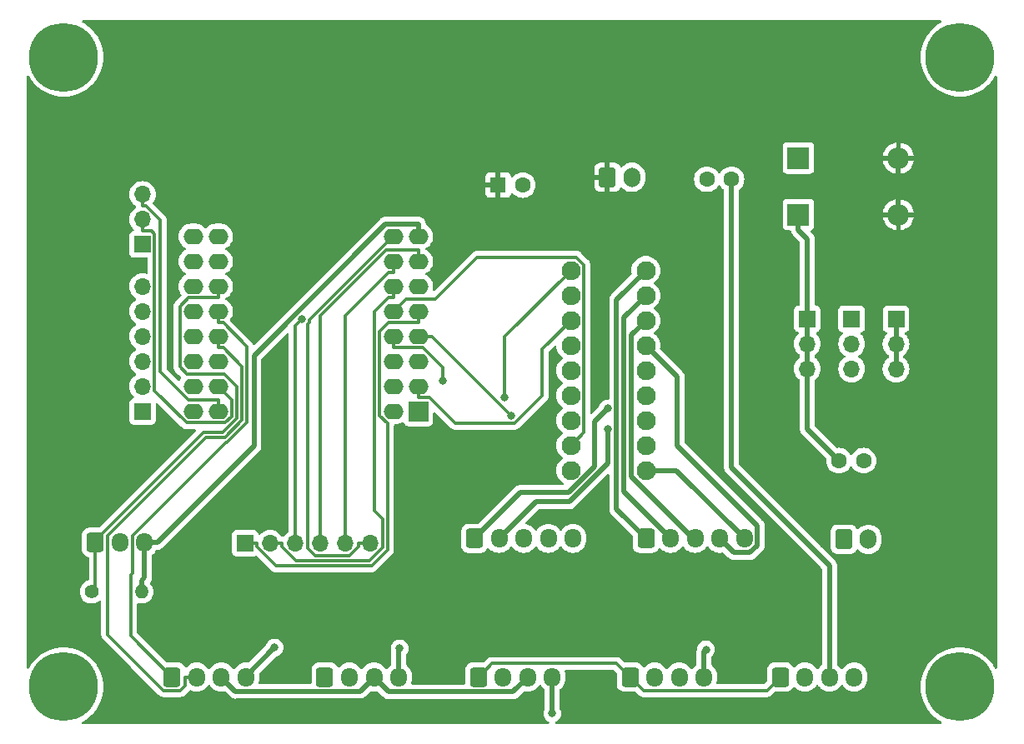
<source format=gbr>
%TF.GenerationSoftware,KiCad,Pcbnew,7.0.8*%
%TF.CreationDate,2024-02-29T15:37:24+01:00*%
%TF.ProjectId,COXY-V2,434f5859-2d56-4322-9e6b-696361645f70,rev?*%
%TF.SameCoordinates,Original*%
%TF.FileFunction,Copper,L2,Bot*%
%TF.FilePolarity,Positive*%
%FSLAX46Y46*%
G04 Gerber Fmt 4.6, Leading zero omitted, Abs format (unit mm)*
G04 Created by KiCad (PCBNEW 7.0.8) date 2024-02-29 15:37:24*
%MOMM*%
%LPD*%
G01*
G04 APERTURE LIST*
G04 Aperture macros list*
%AMRoundRect*
0 Rectangle with rounded corners*
0 $1 Rounding radius*
0 $2 $3 $4 $5 $6 $7 $8 $9 X,Y pos of 4 corners*
0 Add a 4 corners polygon primitive as box body*
4,1,4,$2,$3,$4,$5,$6,$7,$8,$9,$2,$3,0*
0 Add four circle primitives for the rounded corners*
1,1,$1+$1,$2,$3*
1,1,$1+$1,$4,$5*
1,1,$1+$1,$6,$7*
1,1,$1+$1,$8,$9*
0 Add four rect primitives between the rounded corners*
20,1,$1+$1,$2,$3,$4,$5,0*
20,1,$1+$1,$4,$5,$6,$7,0*
20,1,$1+$1,$6,$7,$8,$9,0*
20,1,$1+$1,$8,$9,$2,$3,0*%
G04 Aperture macros list end*
%TA.AperFunction,ComponentPad*%
%ADD10C,1.930400*%
%TD*%
%TA.AperFunction,ComponentPad*%
%ADD11O,2.000000X1.600000*%
%TD*%
%TA.AperFunction,ComponentPad*%
%ADD12R,2.000000X2.000000*%
%TD*%
%TA.AperFunction,ComponentPad*%
%ADD13O,1.400000X1.400000*%
%TD*%
%TA.AperFunction,ComponentPad*%
%ADD14C,1.400000*%
%TD*%
%TA.AperFunction,ComponentPad*%
%ADD15RoundRect,0.250000X-0.600000X-0.750000X0.600000X-0.750000X0.600000X0.750000X-0.600000X0.750000X0*%
%TD*%
%TA.AperFunction,ComponentPad*%
%ADD16O,1.700000X2.000000*%
%TD*%
%TA.AperFunction,ComponentPad*%
%ADD17O,1.700000X1.950000*%
%TD*%
%TA.AperFunction,ComponentPad*%
%ADD18RoundRect,0.250000X-0.600000X-0.725000X0.600000X-0.725000X0.600000X0.725000X-0.600000X0.725000X0*%
%TD*%
%TA.AperFunction,ComponentPad*%
%ADD19O,1.700000X1.700000*%
%TD*%
%TA.AperFunction,ComponentPad*%
%ADD20R,1.700000X1.700000*%
%TD*%
%TA.AperFunction,ComponentPad*%
%ADD21C,1.600000*%
%TD*%
%TA.AperFunction,ComponentPad*%
%ADD22R,1.600000X1.600000*%
%TD*%
%TA.AperFunction,ComponentPad*%
%ADD23C,7.000000*%
%TD*%
%TA.AperFunction,ComponentPad*%
%ADD24O,2.200000X2.200000*%
%TD*%
%TA.AperFunction,ComponentPad*%
%ADD25R,2.200000X2.200000*%
%TD*%
%TA.AperFunction,ViaPad*%
%ADD26C,0.800000*%
%TD*%
%TA.AperFunction,Conductor*%
%ADD27C,0.300000*%
%TD*%
%TA.AperFunction,Conductor*%
%ADD28C,0.500000*%
%TD*%
G04 APERTURE END LIST*
D10*
%TO.P,U1,18,O1*%
%TO.N,ULNOUT1*%
X163100000Y-53680000D03*
%TO.P,U1,17,O2*%
%TO.N,ULNOUT2*%
X163100000Y-56220000D03*
%TO.P,U1,16,O3*%
%TO.N,ULNOUT3*%
X163100000Y-58760000D03*
%TO.P,U1,15,O4*%
%TO.N,ULNOUT4*%
X163100000Y-61300000D03*
%TO.P,U1,14,O5*%
%TO.N,ULNOUT5*%
X163100000Y-63840000D03*
%TO.P,U1,13,O6*%
%TO.N,ULNOUT6*%
X163100000Y-66380000D03*
%TO.P,U1,12,O7*%
%TO.N,ULNOUT7*%
X163100000Y-68920000D03*
%TO.P,U1,11,O8*%
%TO.N,ULNOUT8*%
X163100000Y-71460000D03*
%TO.P,U1,10,COM*%
%TO.N,VBUS2*%
X163100000Y-74000000D03*
%TO.P,U1,9,GND*%
%TO.N,GND*%
X155480000Y-74000000D03*
%TO.P,U1,8,I8*%
%TO.N,IO8*%
X155480000Y-71460000D03*
%TO.P,U1,7,I7*%
%TO.N,IO7*%
X155480000Y-68920000D03*
%TO.P,U1,6,I6*%
%TO.N,IO6*%
X155480000Y-66380000D03*
%TO.P,U1,5,I5*%
%TO.N,IO5*%
X155480000Y-63840000D03*
%TO.P,U1,4,I4*%
%TO.N,IO4*%
X155480000Y-61300000D03*
%TO.P,U1,3,I3*%
%TO.N,IO3*%
X155480000Y-58760000D03*
%TO.P,U1,2,I2*%
%TO.N,IO2*%
X155480000Y-56220000D03*
%TO.P,U1,1,I1*%
%TO.N,IO1*%
X155480000Y-53680000D03*
%TD*%
D11*
%TO.P,S2-Mini-ESP32,32,GPIO15*%
%TO.N,IO15*%
X119680000Y-50220000D03*
%TO.P,S2-Mini-ESP32,31,GND*%
%TO.N,GND*%
X119680000Y-52760000D03*
%TO.P,S2-Mini-ESP32,30,GPIO17*%
%TO.N,DSPIN*%
X119680000Y-55300000D03*
%TO.P,S2-Mini-ESP32,29,GPIO21*%
%TO.N,SDA*%
X119680000Y-57840000D03*
%TO.P,S2-Mini-ESP32,28,GPIO34*%
%TO.N,SCL*%
X119680000Y-60380000D03*
%TO.P,S2-Mini-ESP32,27,GPIO36*%
%TO.N,ENDSW*%
X119680000Y-62920000D03*
%TO.P,S2-Mini-ESP32,26,GPIO38*%
%TO.N,IO38*%
X119680000Y-65460000D03*
%TO.P,S2-Mini-ESP32,25,GPIO40*%
%TO.N,IO40*%
X119680000Y-68000000D03*
%TO.P,S2-Mini-ESP32,24,VBUS*%
%TO.N,VBUS1*%
X117140000Y-50220000D03*
%TO.P,S2-Mini-ESP32,23,GND*%
%TO.N,GND*%
X117140000Y-52760000D03*
%TO.P,S2-Mini-ESP32,22,GPIO16*%
%TO.N,IO16*%
X117140000Y-55300000D03*
%TO.P,S2-Mini-ESP32,21,GPIO18*%
%TO.N,IO18*%
X117140000Y-57840000D03*
%TO.P,S2-Mini-ESP32,20,GPIO33*%
%TO.N,IO33*%
X117140000Y-60380000D03*
%TO.P,S2-Mini-ESP32,19,GPIO35*%
%TO.N,IO35*%
X117140000Y-62920000D03*
%TO.P,S2-Mini-ESP32,18,GPIO37*%
%TO.N,IO37*%
X117140000Y-65460000D03*
%TO.P,S2-Mini-ESP32,17,GPIO39*%
%TO.N,IO39*%
X117140000Y-68000000D03*
%TO.P,S2-Mini-ESP32,16,GPIO14*%
%TO.N,IO14*%
X137460000Y-50220000D03*
%TO.P,S2-Mini-ESP32,15,GPIO13*%
%TO.N,IO13*%
X137460000Y-52760000D03*
%TO.P,S2-Mini-ESP32,14,GPIO10*%
%TO.N,IO10*%
X137460000Y-55300000D03*
%TO.P,S2-Mini-ESP32,13,GPIO8*%
%TO.N,IO8*%
X137460000Y-57840000D03*
%TO.P,S2-Mini-ESP32,12,GPIO6*%
%TO.N,IO6*%
X137460000Y-60380000D03*
%TO.P,S2-Mini-ESP32,11,GPIO4*%
%TO.N,IO4*%
X137460000Y-62920000D03*
%TO.P,S2-Mini-ESP32,10,GPIO2*%
%TO.N,IO2*%
X137460000Y-65460000D03*
%TO.P,S2-Mini-ESP32,9,GPIO1*%
%TO.N,IO1*%
X137460000Y-68000000D03*
%TO.P,S2-Mini-ESP32,8,3_3V*%
%TO.N,VBUS3_3*%
X140000000Y-50220000D03*
%TO.P,S2-Mini-ESP32,7,GPIO12*%
%TO.N,IO12*%
X140000000Y-52760000D03*
%TO.P,S2-Mini-ESP32,6,GPIO11*%
%TO.N,IO11*%
X140000000Y-55300000D03*
%TO.P,S2-Mini-ESP32,5,GPIO9*%
%TO.N,IO9*%
X140000000Y-57840000D03*
%TO.P,S2-Mini-ESP32,4,GPIO7*%
%TO.N,IO7*%
X140000000Y-60380000D03*
%TO.P,S2-Mini-ESP32,3,GPIO5*%
%TO.N,IO5*%
X140000000Y-62920000D03*
%TO.P,S2-Mini-ESP32,2,GPIO3*%
%TO.N,IO3*%
X140000000Y-65460000D03*
D12*
%TO.P,S2-Mini-ESP32,1,EN*%
%TO.N,unconnected-(S2-Mini-ESP1-EN-Pad1)*%
X140000000Y-68000000D03*
%TD*%
D13*
%TO.P,R1,2*%
%TO.N,VBUS3_3*%
X111900000Y-86320000D03*
D14*
%TO.P,R1,1*%
%TO.N,DSPIN*%
X106820000Y-86320000D03*
%TD*%
D15*
%TO.P,POWER,1,Pin_1*%
%TO.N,+5V*%
X159200000Y-44200000D03*
D16*
%TO.P,POWER,2,Pin_2*%
%TO.N,GND*%
X161700000Y-44200000D03*
%TD*%
D17*
%TO.P,M2,5,Pin_5*%
%TO.N,VBUS2*%
X155700000Y-80900000D03*
%TO.P,M2,4,Pin_4*%
%TO.N,ULNOUT8*%
X153200000Y-80900000D03*
%TO.P,M2,3,Pin_3*%
%TO.N,ULNOUT7*%
X150700000Y-80900000D03*
%TO.P,M2,2,Pin_2*%
%TO.N,ULNOUT6*%
X148200000Y-80900000D03*
D18*
%TO.P,M2,1,Pin_1*%
%TO.N,ULNOUT5*%
X145700000Y-80900000D03*
%TD*%
D17*
%TO.P,M1,5,Pin_5*%
%TO.N,VBUS2*%
X173100000Y-80900000D03*
%TO.P,M1,4,Pin_4*%
%TO.N,ULNOUT4*%
X170600000Y-80900000D03*
%TO.P,M1,3,Pin_3*%
%TO.N,ULNOUT3*%
X168100000Y-80900000D03*
%TO.P,M1,2,Pin_2*%
%TO.N,ULNOUT2*%
X165600000Y-80900000D03*
D18*
%TO.P,M1,1,Pin_1*%
%TO.N,ULNOUT1*%
X163100000Y-80900000D03*
%TD*%
D19*
%TO.P,GND,3,Pin_3*%
%TO.N,GND*%
X184000000Y-63680000D03*
%TO.P,GND,2,Pin_2*%
X184000000Y-61140000D03*
D20*
%TO.P,GND,1,Pin_1*%
X184000000Y-58600000D03*
%TD*%
D16*
%TO.P,END_SW,2,Pin_2*%
%TO.N,ENDSW*%
X185700000Y-81000000D03*
D15*
%TO.P,END_SW,1,Pin_1*%
%TO.N,GND*%
X183200000Y-81000000D03*
%TD*%
D17*
%TO.P,DS18D1,3,Pin_3*%
%TO.N,VBUS3_3*%
X112200000Y-81300000D03*
%TO.P,DS18D1,2,Pin_2*%
%TO.N,GND*%
X109700000Y-81300000D03*
D18*
%TO.P,DS18D1,1,Pin_1*%
%TO.N,DSPIN*%
X107200000Y-81300000D03*
%TD*%
D21*
%TO.P,C3 0.1uF,2*%
%TO.N,GND*%
X185200000Y-73000000D03*
%TO.P,C3 0.1uF,1*%
%TO.N,VBUS2*%
X182700000Y-73000000D03*
%TD*%
%TO.P,C1 10uF,2*%
%TO.N,GND*%
X150600000Y-45000000D03*
D22*
%TO.P,C1 10uF,1*%
%TO.N,+5V*%
X148100000Y-45000000D03*
%TD*%
D21*
%TO.P,C2 0.1uF,2*%
%TO.N,VBUS1*%
X171800000Y-44400000D03*
%TO.P,C2 0.1uF,1*%
%TO.N,GND*%
X169300000Y-44400000D03*
%TD*%
D19*
%TO.P,15 38 40,3,Pin_3*%
%TO.N,IO40*%
X112000000Y-45945000D03*
%TO.P,15 38 40,2,Pin_2*%
%TO.N,IO38*%
X112000000Y-48485000D03*
D20*
%TO.P,15 38 40,1,Pin_1*%
%TO.N,IO15*%
X112000000Y-51025000D03*
%TD*%
D19*
%TO.P,9 10 11 12 13 14,6,Pin_6*%
%TO.N,IO14*%
X135120000Y-81400000D03*
%TO.P,9 10 11 12 13 14,5,Pin_5*%
%TO.N,IO13*%
X132580000Y-81400000D03*
%TO.P,9 10 11 12 13 14,4,Pin_4*%
%TO.N,IO12*%
X130040000Y-81400000D03*
%TO.P,9 10 11 12 13 14,3,Pin_3*%
%TO.N,IO11*%
X127500000Y-81400000D03*
%TO.P,9 10 11 12 13 14,2,Pin_2*%
%TO.N,IO10*%
X124960000Y-81400000D03*
D20*
%TO.P,9 10 11 12 13 14,1,Pin_1*%
%TO.N,IO9*%
X122420000Y-81400000D03*
%TD*%
D19*
%TO.P,39 37 35 33 18 16,6,Pin_6*%
%TO.N,IO16*%
X112000000Y-55300000D03*
%TO.P,39 37 35 33 18 16,5,Pin_5*%
%TO.N,IO18*%
X112000000Y-57840000D03*
%TO.P,39 37 35 33 18 16,4,Pin_4*%
%TO.N,IO33*%
X112000000Y-60380000D03*
%TO.P,39 37 35 33 18 16,3,Pin_3*%
%TO.N,IO35*%
X112000000Y-62920000D03*
%TO.P,39 37 35 33 18 16,2,Pin_2*%
%TO.N,IO37*%
X112000000Y-65460000D03*
D20*
%TO.P,39 37 35 33 18 16,1,Pin_1*%
%TO.N,IO39*%
X112000000Y-68000000D03*
%TD*%
D19*
%TO.P,5V,3,Pin_3*%
%TO.N,VBUS2*%
X179500000Y-63665000D03*
%TO.P,5V,2,Pin_2*%
X179500000Y-61125000D03*
D20*
%TO.P,5V,1,Pin_1*%
X179500000Y-58585000D03*
%TD*%
D19*
%TO.P,3_3V,3,Pin_3*%
%TO.N,VBUS3_3*%
X188500000Y-63680000D03*
%TO.P,3_3V,2,Pin_2*%
X188500000Y-61140000D03*
D20*
%TO.P,3_3V,1,Pin_1*%
X188500000Y-58600000D03*
%TD*%
D17*
%TO.P,I2C_1,4,Pin_4*%
%TO.N,GND*%
X122500000Y-95000000D03*
%TO.P,I2C_1,3,Pin_3*%
%TO.N,VBUS1*%
X120000000Y-95000000D03*
%TO.P,I2C_1,2,Pin_2*%
%TO.N,SCL*%
X117500000Y-95000000D03*
D18*
%TO.P,I2C_1,1,Pin_1*%
%TO.N,SDA*%
X115000000Y-95000000D03*
%TD*%
D23*
%TO.P,H2,1*%
%TO.N,N/C*%
X195000000Y-32000000D03*
%TD*%
D17*
%TO.P,I2C_5,4,Pin_4*%
%TO.N,GND*%
X184250000Y-95000000D03*
%TO.P,I2C_5,3,Pin_3*%
%TO.N,VBUS1*%
X181750000Y-95000000D03*
%TO.P,I2C_5,2,Pin_2*%
%TO.N,SCL*%
X179250000Y-95000000D03*
D18*
%TO.P,I2C_5,1,Pin_1*%
%TO.N,SDA*%
X176750000Y-95000000D03*
%TD*%
D23*
%TO.P,H3,1*%
%TO.N,N/C*%
X104000000Y-96000000D03*
%TD*%
%TO.P,H1,1*%
%TO.N,N/C*%
X104000000Y-32000000D03*
%TD*%
D17*
%TO.P,I2C_2,4,Pin_4*%
%TO.N,GND*%
X138000000Y-95000000D03*
%TO.P,I2C_2,3,Pin_3*%
%TO.N,VBUS1*%
X135500000Y-95000000D03*
%TO.P,I2C_2,2,Pin_2*%
%TO.N,SCL*%
X133000000Y-95000000D03*
D18*
%TO.P,I2C_2,1,Pin_1*%
%TO.N,SDA*%
X130500000Y-95000000D03*
%TD*%
D17*
%TO.P,I2C_4,4,Pin_4*%
%TO.N,GND*%
X169000000Y-95000000D03*
%TO.P,I2C_4,3,Pin_3*%
%TO.N,VBUS1*%
X166500000Y-95000000D03*
%TO.P,I2C_4,2,Pin_2*%
%TO.N,SCL*%
X164000000Y-95000000D03*
D18*
%TO.P,I2C_4,1,Pin_1*%
%TO.N,SDA*%
X161500000Y-95000000D03*
%TD*%
D24*
%TO.P,D2,2,A*%
%TO.N,+5V*%
X188750000Y-48000000D03*
D25*
%TO.P,D2,1,K*%
%TO.N,VBUS2*%
X178590000Y-48000000D03*
%TD*%
D23*
%TO.P,H4,1*%
%TO.N,N/C*%
X195000000Y-96000000D03*
%TD*%
D24*
%TO.P,D1,2,A*%
%TO.N,+5V*%
X188750000Y-42250000D03*
D25*
%TO.P,D1,1,K*%
%TO.N,VBUS1*%
X178590000Y-42250000D03*
%TD*%
D17*
%TO.P,I2C_3,4,Pin_4*%
%TO.N,GND*%
X153600000Y-95000000D03*
%TO.P,I2C_3,3,Pin_3*%
%TO.N,VBUS1*%
X151100000Y-95000000D03*
%TO.P,I2C_3,2,Pin_2*%
%TO.N,SCL*%
X148600000Y-95000000D03*
D18*
%TO.P,I2C_3,1,Pin_1*%
%TO.N,SDA*%
X146100000Y-95000000D03*
%TD*%
D26*
%TO.N,GND*%
X138100000Y-92100000D03*
X125400000Y-92000000D03*
X153600000Y-98700000D03*
X169200000Y-92200000D03*
%TO.N,IO6*%
X142488700Y-64846200D03*
%TO.N,IO1*%
X148722300Y-66578200D03*
%TO.N,IO7*%
X149460500Y-68450900D03*
%TO.N,ULNOUT6*%
X159240200Y-69757700D03*
%TO.N,ULNOUT5*%
X159240200Y-67699800D03*
%TO.N,IO11*%
X128177900Y-58661600D03*
%TD*%
D27*
%TO.N,IO8*%
X156797100Y-53078000D02*
X156043100Y-52324000D01*
%TO.N,IO3*%
X140000000Y-66611900D02*
X141151900Y-66611900D01*
%TO.N,IO40*%
X112373600Y-47146900D02*
X112000000Y-47146900D01*
%TO.N,IO38*%
X120414700Y-69158400D02*
X121033600Y-68539500D01*
X112901500Y-49686900D02*
X113201900Y-49987300D01*
%TO.N,IO14*%
X128770000Y-59132800D02*
X128929800Y-58973000D01*
X129522600Y-82656500D02*
X128770000Y-81903900D01*
X133918100Y-81400000D02*
X133918100Y-81773600D01*
%TO.N,IO13*%
X136953800Y-53911900D02*
X137460000Y-53911900D01*
%TO.N,IO10*%
X126161900Y-81773600D02*
X126161900Y-81400000D01*
X136368900Y-81860900D02*
X135045900Y-83183900D01*
X135533500Y-78126300D02*
X136368900Y-78961700D01*
X137460000Y-56451900D02*
X136956000Y-56451900D01*
%TO.N,IO9*%
X123621900Y-81775600D02*
X123621900Y-81400000D01*
X136874100Y-82065400D02*
X135247700Y-83691800D01*
X136087500Y-68456600D02*
X136874100Y-69243200D01*
X136995500Y-58991900D02*
X136087500Y-59899900D01*
%TO.N,DSPIN*%
X115775400Y-57355100D02*
X116678600Y-56451900D01*
X116517700Y-64190000D02*
X115775400Y-63447700D01*
X121588300Y-65470300D02*
X120308000Y-64190000D01*
X118193200Y-70142500D02*
X120140300Y-70142500D01*
X107200000Y-81300000D02*
X107200000Y-81135700D01*
%TO.N,SCL*%
X120184000Y-61531900D02*
X119680000Y-61531900D01*
X118473400Y-70644400D02*
X120348100Y-70644400D01*
X116298100Y-95912500D02*
X115844600Y-96366000D01*
%TO.N,SDA*%
X120184000Y-58991900D02*
X119680000Y-58991900D01*
X120467200Y-71146300D02*
X120555900Y-71146300D01*
X110801000Y-84621300D02*
X110950000Y-84472300D01*
D28*
%TO.N,GND*%
X138000000Y-92200000D02*
X138100000Y-92100000D01*
X138000000Y-95000000D02*
X138000000Y-92200000D01*
X122500000Y-94900000D02*
X125400000Y-92000000D01*
X122500000Y-95000000D02*
X122500000Y-94900000D01*
X153600000Y-95000000D02*
X153600000Y-98700000D01*
X169000000Y-92400000D02*
X169200000Y-92200000D01*
X169000000Y-95000000D02*
X169000000Y-92400000D01*
D27*
%TO.N,IO8*%
X138730000Y-56570000D02*
X137460000Y-57840000D01*
X141739600Y-56570000D02*
X138730000Y-56570000D01*
X145985600Y-52324000D02*
X141739600Y-56570000D01*
X156043100Y-52324000D02*
X145985600Y-52324000D01*
X156797100Y-70142900D02*
X156797100Y-53078000D01*
X155480000Y-71460000D02*
X156797100Y-70142900D01*
%TO.N,IO6*%
X137460000Y-60380000D02*
X137460000Y-61531900D01*
X142488600Y-64846200D02*
X142488700Y-64846200D01*
X142488600Y-63565500D02*
X142488600Y-64846200D01*
X140455000Y-61531900D02*
X142488600Y-63565500D01*
X137460000Y-61531900D02*
X140455000Y-61531900D01*
%TO.N,IO1*%
X148722300Y-60437700D02*
X148722300Y-66578200D01*
X155480000Y-53680000D02*
X148722300Y-60437700D01*
%TO.N,IO7*%
X141389600Y-60380000D02*
X149460500Y-68450900D01*
X140000000Y-60380000D02*
X141389600Y-60380000D01*
%TO.N,IO3*%
X152581300Y-61658700D02*
X155480000Y-58760000D01*
X152581300Y-66393600D02*
X152581300Y-61658700D01*
X149772000Y-69202900D02*
X152581300Y-66393600D01*
X143742900Y-69202900D02*
X149772000Y-69202900D01*
X141151900Y-66611900D02*
X143742900Y-69202900D01*
X140000000Y-65460000D02*
X140000000Y-66611900D01*
D28*
%TO.N,ULNOUT6*%
X159240200Y-73268700D02*
X159240200Y-69757700D01*
X155334100Y-77174800D02*
X159240200Y-73268700D01*
X151925200Y-77174800D02*
X155334100Y-77174800D01*
X148200000Y-80900000D02*
X151925200Y-77174800D01*
%TO.N,ULNOUT5*%
X157932600Y-69007400D02*
X159240200Y-67699800D01*
X157932600Y-73583600D02*
X157932600Y-69007400D01*
X155290800Y-76225400D02*
X157932600Y-73583600D01*
X150374600Y-76225400D02*
X155290800Y-76225400D01*
X145700000Y-80900000D02*
X150374600Y-76225400D01*
%TO.N,ULNOUT4*%
X166294300Y-64494300D02*
X163100000Y-61300000D01*
X166294300Y-71495000D02*
X166294300Y-64494300D01*
X174409300Y-79610000D02*
X166294300Y-71495000D01*
X174409300Y-81613000D02*
X174409300Y-79610000D01*
X173668500Y-82353800D02*
X174409300Y-81613000D01*
X172053800Y-82353800D02*
X173668500Y-82353800D01*
X170600000Y-80900000D02*
X172053800Y-82353800D01*
%TO.N,ULNOUT3*%
X161639800Y-60220200D02*
X163100000Y-58760000D01*
X161639800Y-74615300D02*
X161639800Y-60220200D01*
X167924500Y-80900000D02*
X161639800Y-74615300D01*
X168100000Y-80900000D02*
X167924500Y-80900000D01*
%TO.N,ULNOUT2*%
X160884500Y-58435500D02*
X163100000Y-56220000D01*
X160884500Y-76184500D02*
X160884500Y-58435500D01*
X165600000Y-80900000D02*
X160884500Y-76184500D01*
%TO.N,ULNOUT1*%
X160129200Y-56650800D02*
X163100000Y-53680000D01*
X160129200Y-77929200D02*
X160129200Y-56650800D01*
X163100000Y-80900000D02*
X160129200Y-77929200D01*
D27*
%TO.N,IO40*%
X119680000Y-68000000D02*
X119680000Y-66848100D01*
X112000000Y-45945000D02*
X112000000Y-47146900D01*
X113799300Y-48572600D02*
X112373600Y-47146900D01*
X113799300Y-63961900D02*
X113799300Y-48572600D01*
X116685500Y-66848100D02*
X113799300Y-63961900D01*
X119680000Y-66848100D02*
X116685500Y-66848100D01*
%TO.N,IO38*%
X121033600Y-66813600D02*
X119680000Y-65460000D01*
X121033600Y-68539500D02*
X121033600Y-66813600D01*
X116450100Y-69158400D02*
X120414700Y-69158400D01*
X113201900Y-65910200D02*
X116450100Y-69158400D01*
X113201900Y-49987300D02*
X113201900Y-65910200D01*
X112000000Y-49686900D02*
X112901500Y-49686900D01*
X112000000Y-48485000D02*
X112000000Y-49686900D01*
%TO.N,IO14*%
X135120000Y-81400000D02*
X133918100Y-81400000D01*
X137423200Y-50220000D02*
X137460000Y-50220000D01*
X128929800Y-58713400D02*
X137423200Y-50220000D01*
X128929800Y-58973000D02*
X128929800Y-58713400D01*
X128770000Y-81903900D02*
X128770000Y-59132800D01*
X133035200Y-82656500D02*
X129522600Y-82656500D01*
X133918100Y-81773600D02*
X133035200Y-82656500D01*
%TO.N,IO13*%
X137460000Y-52760000D02*
X137460000Y-53911900D01*
X132580000Y-58285700D02*
X136953800Y-53911900D01*
X132580000Y-81400000D02*
X132580000Y-58285700D01*
%TO.N,IO12*%
X140000000Y-52760000D02*
X140000000Y-51608100D01*
X136744800Y-51608100D02*
X140000000Y-51608100D01*
X130040000Y-58312900D02*
X136744800Y-51608100D01*
X130040000Y-81400000D02*
X130040000Y-58312900D01*
%TO.N,IO11*%
X127500000Y-59339500D02*
X127500000Y-81400000D01*
X128177900Y-58661600D02*
X127500000Y-59339500D01*
%TO.N,IO10*%
X137460000Y-55300000D02*
X137460000Y-56451900D01*
X124960000Y-81400000D02*
X126161900Y-81400000D01*
X127572200Y-83183900D02*
X126161900Y-81773600D01*
X135045900Y-83183900D02*
X127572200Y-83183900D01*
X136368900Y-78961700D02*
X136368900Y-81860900D01*
X135533500Y-57874400D02*
X135533500Y-78126300D01*
X136956000Y-56451900D02*
X135533500Y-57874400D01*
%TO.N,IO9*%
X125538100Y-83691800D02*
X123621900Y-81775600D01*
X135247700Y-83691800D02*
X125538100Y-83691800D01*
X136874100Y-69243200D02*
X136874100Y-82065400D01*
X136087500Y-59899900D02*
X136087500Y-68456600D01*
X140000000Y-58991900D02*
X136995500Y-58991900D01*
X140000000Y-57840000D02*
X140000000Y-58991900D01*
X122420000Y-81400000D02*
X123621900Y-81400000D01*
D28*
%TO.N,VBUS3_3*%
X111900000Y-86320000D02*
X111900000Y-85168100D01*
X188500000Y-63680000D02*
X188500000Y-61140000D01*
X188500000Y-61140000D02*
X188500000Y-58600000D01*
X140000000Y-50220000D02*
X140000000Y-48968100D01*
X112200000Y-84868100D02*
X112200000Y-81300000D01*
X111900000Y-85168100D02*
X112200000Y-84868100D01*
X112200000Y-81300000D02*
X113501900Y-81300000D01*
X123313400Y-71488500D02*
X113501900Y-81300000D01*
X123313400Y-62321400D02*
X123313400Y-71488500D01*
X136666700Y-48968100D02*
X123313400Y-62321400D01*
X140000000Y-48968100D02*
X136666700Y-48968100D01*
D27*
%TO.N,DSPIN*%
X107200000Y-85940000D02*
X107200000Y-81300000D01*
X106820000Y-86320000D02*
X107200000Y-85940000D01*
X119680000Y-55300000D02*
X119680000Y-56451900D01*
X116678600Y-56451900D02*
X119680000Y-56451900D01*
X115775400Y-63447700D02*
X115775400Y-57355100D01*
X120308000Y-64190000D02*
X116517700Y-64190000D01*
X121588300Y-68694500D02*
X121588300Y-65470300D01*
X120140300Y-70142500D02*
X121588300Y-68694500D01*
X107200000Y-81135700D02*
X118193200Y-70142500D01*
%TO.N,SCL*%
X119680000Y-60380000D02*
X119680000Y-61531900D01*
X117500000Y-95000000D02*
X116298100Y-95000000D01*
X122090200Y-63438100D02*
X120184000Y-61531900D01*
X122090200Y-68902300D02*
X122090200Y-63438100D01*
X120348100Y-70644400D02*
X122090200Y-68902300D01*
X108450500Y-80667300D02*
X118473400Y-70644400D01*
X108450500Y-90677400D02*
X108450500Y-80667300D01*
X114139100Y-96366000D02*
X108450500Y-90677400D01*
X115844600Y-96366000D02*
X114139100Y-96366000D01*
X116298100Y-95000000D02*
X116298100Y-95912500D01*
%TO.N,SDA*%
X162872100Y-96372100D02*
X161500000Y-95000000D01*
X175377900Y-96372100D02*
X162872100Y-96372100D01*
X176750000Y-95000000D02*
X175377900Y-96372100D01*
X147489800Y-93610200D02*
X146100000Y-95000000D01*
X160110200Y-93610200D02*
X147489800Y-93610200D01*
X161500000Y-95000000D02*
X160110200Y-93610200D01*
X119680000Y-57840000D02*
X119680000Y-58991900D01*
X122592100Y-61400000D02*
X120184000Y-58991900D01*
X122592100Y-69110100D02*
X122592100Y-61400000D01*
X120555900Y-71146300D02*
X122592100Y-69110100D01*
X110950000Y-80663500D02*
X120467200Y-71146300D01*
X110950000Y-84472300D02*
X110950000Y-80663500D01*
X110801000Y-90801000D02*
X110801000Y-84621300D01*
X115000000Y-95000000D02*
X110801000Y-90801000D01*
D28*
%TO.N,VBUS2*%
X179500000Y-50461900D02*
X179500000Y-58585000D01*
X178590000Y-49551900D02*
X179500000Y-50461900D01*
X178590000Y-48000000D02*
X178590000Y-49551900D01*
X179500000Y-69800000D02*
X179500000Y-63665000D01*
X182700000Y-73000000D02*
X179500000Y-69800000D01*
X179500000Y-63665000D02*
X179500000Y-61125000D01*
X179500000Y-61125000D02*
X179500000Y-58585000D01*
X166200000Y-74000000D02*
X163100000Y-74000000D01*
X173100000Y-80900000D02*
X166200000Y-74000000D01*
%TO.N,VBUS1*%
X137004600Y-96504600D02*
X135500000Y-95000000D01*
X149595400Y-96504600D02*
X137004600Y-96504600D01*
X151100000Y-95000000D02*
X149595400Y-96504600D01*
X121434100Y-96434100D02*
X120000000Y-95000000D01*
X134065900Y-96434100D02*
X121434100Y-96434100D01*
X135500000Y-95000000D02*
X134065900Y-96434100D01*
X181750000Y-83650900D02*
X181750000Y-95000000D01*
X171800000Y-73700900D02*
X181750000Y-83650900D01*
X171800000Y-44400000D02*
X171800000Y-73700900D01*
%TO.N,+5V*%
X188750000Y-48000000D02*
X188750000Y-42250000D01*
%TD*%
%TA.AperFunction,Conductor*%
%TO.N,+5V*%
G36*
X193093105Y-28270185D02*
G01*
X193138860Y-28322989D01*
X193148804Y-28392147D01*
X193119779Y-28455703D01*
X193089815Y-28480858D01*
X192774763Y-28669692D01*
X192459043Y-28903846D01*
X192167807Y-29167807D01*
X191903846Y-29459043D01*
X191669692Y-29774763D01*
X191467620Y-30111899D01*
X191299562Y-30467227D01*
X191299561Y-30467229D01*
X191167143Y-30837315D01*
X191071637Y-31218593D01*
X191071636Y-31218600D01*
X191013962Y-31607409D01*
X190994675Y-32000000D01*
X191013962Y-32392591D01*
X191013962Y-32392597D01*
X191013963Y-32392599D01*
X191071637Y-32781406D01*
X191167143Y-33162684D01*
X191299561Y-33532770D01*
X191299562Y-33532772D01*
X191467620Y-33888100D01*
X191669692Y-34225236D01*
X191903846Y-34540956D01*
X192167807Y-34832192D01*
X192459043Y-35096153D01*
X192459049Y-35096158D01*
X192774761Y-35330306D01*
X192774763Y-35330307D01*
X193111899Y-35532379D01*
X193111902Y-35532380D01*
X193111903Y-35532381D01*
X193467228Y-35700438D01*
X193837316Y-35832857D01*
X194218600Y-35928364D01*
X194607409Y-35986038D01*
X195000000Y-36005325D01*
X195392591Y-35986038D01*
X195781400Y-35928364D01*
X196162684Y-35832857D01*
X196532772Y-35700438D01*
X196888097Y-35532381D01*
X197225239Y-35330306D01*
X197540951Y-35096158D01*
X197832192Y-34832192D01*
X198096158Y-34540951D01*
X198330306Y-34225239D01*
X198519143Y-33910182D01*
X198570491Y-33862803D01*
X198639305Y-33850704D01*
X198703736Y-33877729D01*
X198743328Y-33935299D01*
X198749500Y-33973933D01*
X198749500Y-94026066D01*
X198729815Y-94093105D01*
X198677011Y-94138860D01*
X198607853Y-94148804D01*
X198544297Y-94119779D01*
X198519142Y-94089815D01*
X198367315Y-93836507D01*
X198330306Y-93774761D01*
X198096158Y-93459049D01*
X198096153Y-93459043D01*
X197832192Y-93167807D01*
X197540956Y-92903846D01*
X197512341Y-92882624D01*
X197225239Y-92669694D01*
X197162711Y-92632216D01*
X196888100Y-92467620D01*
X196532772Y-92299562D01*
X196532770Y-92299561D01*
X196162684Y-92167143D01*
X195781406Y-92071637D01*
X195781401Y-92071636D01*
X195781400Y-92071636D01*
X195637256Y-92050254D01*
X195392599Y-92013963D01*
X195392597Y-92013962D01*
X195392591Y-92013962D01*
X195000000Y-91994675D01*
X194607409Y-92013962D01*
X194607403Y-92013962D01*
X194607400Y-92013963D01*
X194218593Y-92071637D01*
X193837315Y-92167143D01*
X193467229Y-92299561D01*
X193467227Y-92299562D01*
X193111899Y-92467620D01*
X192774763Y-92669692D01*
X192459043Y-92903846D01*
X192167807Y-93167807D01*
X191903846Y-93459043D01*
X191669692Y-93774763D01*
X191467620Y-94111899D01*
X191299562Y-94467227D01*
X191299561Y-94467229D01*
X191167143Y-94837315D01*
X191071637Y-95218593D01*
X191016743Y-95588664D01*
X191013962Y-95607409D01*
X190994675Y-96000000D01*
X191013962Y-96392591D01*
X191013962Y-96392597D01*
X191013963Y-96392599D01*
X191071637Y-96781406D01*
X191167143Y-97162684D01*
X191299561Y-97532770D01*
X191299562Y-97532772D01*
X191467620Y-97888100D01*
X191669692Y-98225236D01*
X191903846Y-98540956D01*
X192167807Y-98832192D01*
X192459043Y-99096153D01*
X192459049Y-99096158D01*
X192774761Y-99330306D01*
X192774763Y-99330307D01*
X193089815Y-99519142D01*
X193137197Y-99570491D01*
X193149295Y-99639305D01*
X193122269Y-99703736D01*
X193064700Y-99743328D01*
X193026066Y-99749500D01*
X154040121Y-99749500D01*
X153973082Y-99729815D01*
X153927327Y-99677011D01*
X153917383Y-99607853D01*
X153946408Y-99544297D01*
X153989685Y-99512221D01*
X154010224Y-99503075D01*
X154052730Y-99484151D01*
X154205871Y-99372888D01*
X154332533Y-99232216D01*
X154427179Y-99068284D01*
X154485674Y-98888256D01*
X154505460Y-98700000D01*
X154485674Y-98511744D01*
X154427179Y-98331716D01*
X154367113Y-98227677D01*
X154350500Y-98165677D01*
X154350500Y-96312700D01*
X154370185Y-96245661D01*
X154403375Y-96211126D01*
X154471401Y-96163495D01*
X154638495Y-95996401D01*
X154774035Y-95802829D01*
X154873903Y-95588663D01*
X154935063Y-95360408D01*
X154950500Y-95183966D01*
X154950500Y-94816034D01*
X154935063Y-94639592D01*
X154875365Y-94416793D01*
X154877028Y-94346943D01*
X154916191Y-94289081D01*
X154980419Y-94261577D01*
X154995140Y-94260700D01*
X159789392Y-94260700D01*
X159856431Y-94280385D01*
X159877073Y-94297019D01*
X160113181Y-94533127D01*
X160146666Y-94594450D01*
X160149500Y-94620808D01*
X160149500Y-95775001D01*
X160149501Y-95775018D01*
X160160000Y-95877796D01*
X160160001Y-95877799D01*
X160205894Y-96016294D01*
X160215186Y-96044334D01*
X160307288Y-96193656D01*
X160431344Y-96317712D01*
X160580666Y-96409814D01*
X160747203Y-96464999D01*
X160849991Y-96475500D01*
X162004191Y-96475499D01*
X162071230Y-96495184D01*
X162091872Y-96511818D01*
X162351664Y-96771610D01*
X162361735Y-96784180D01*
X162361922Y-96784026D01*
X162366896Y-96790037D01*
X162366898Y-96790040D01*
X162386353Y-96808309D01*
X162419343Y-96839290D01*
X162441067Y-96861013D01*
X162446857Y-96865505D01*
X162451297Y-96869297D01*
X162480208Y-96896445D01*
X162486707Y-96902548D01*
X162500804Y-96910298D01*
X162505305Y-96912772D01*
X162521570Y-96923457D01*
X162538332Y-96936460D01*
X162538335Y-96936461D01*
X162538336Y-96936462D01*
X162582923Y-96955756D01*
X162588159Y-96958321D01*
X162630732Y-96981727D01*
X162646440Y-96985759D01*
X162651286Y-96987004D01*
X162669698Y-96993307D01*
X162689173Y-97001735D01*
X162737171Y-97009337D01*
X162742840Y-97010511D01*
X162789923Y-97022600D01*
X162811151Y-97022600D01*
X162830548Y-97024126D01*
X162851503Y-97027445D01*
X162851504Y-97027446D01*
X162851504Y-97027445D01*
X162851505Y-97027446D01*
X162899861Y-97022875D01*
X162905699Y-97022600D01*
X175292395Y-97022600D01*
X175308405Y-97024367D01*
X175308428Y-97024126D01*
X175316189Y-97024858D01*
X175316196Y-97024860D01*
X175388103Y-97022600D01*
X175418825Y-97022600D01*
X175426090Y-97021681D01*
X175431916Y-97021222D01*
X175480469Y-97019697D01*
X175500856Y-97013773D01*
X175519896Y-97009831D01*
X175540958Y-97007171D01*
X175586135Y-96989283D01*
X175591635Y-96987400D01*
X175638298Y-96973844D01*
X175656565Y-96963039D01*
X175674036Y-96954480D01*
X175693771Y-96946668D01*
X175733077Y-96918110D01*
X175737943Y-96914913D01*
X175779765Y-96890181D01*
X175794770Y-96875175D01*
X175809568Y-96862536D01*
X175811414Y-96861195D01*
X175826737Y-96850063D01*
X175857709Y-96812622D01*
X175861613Y-96808331D01*
X176158127Y-96511818D01*
X176219450Y-96478333D01*
X176245808Y-96475499D01*
X177400002Y-96475499D01*
X177400008Y-96475499D01*
X177502797Y-96464999D01*
X177669334Y-96409814D01*
X177818656Y-96317712D01*
X177942712Y-96193656D01*
X178034814Y-96044334D01*
X178034814Y-96044331D01*
X178038178Y-96038879D01*
X178090126Y-95992154D01*
X178159088Y-95980931D01*
X178223170Y-96008774D01*
X178231398Y-96016294D01*
X178378599Y-96163495D01*
X178421675Y-96193657D01*
X178572165Y-96299032D01*
X178572167Y-96299033D01*
X178572170Y-96299035D01*
X178786337Y-96398903D01*
X179014592Y-96460063D01*
X179191034Y-96475500D01*
X179249999Y-96480659D01*
X179250000Y-96480659D01*
X179250001Y-96480659D01*
X179308966Y-96475500D01*
X179485408Y-96460063D01*
X179713663Y-96398903D01*
X179927829Y-96299035D01*
X180121401Y-96163495D01*
X180288495Y-95996401D01*
X180398426Y-95839401D01*
X180453001Y-95795778D01*
X180522500Y-95788584D01*
X180584855Y-95820106D01*
X180601571Y-95839398D01*
X180672144Y-95940187D01*
X180711506Y-95996403D01*
X180878596Y-96163492D01*
X180878599Y-96163495D01*
X180921675Y-96193657D01*
X181072165Y-96299032D01*
X181072167Y-96299033D01*
X181072170Y-96299035D01*
X181286337Y-96398903D01*
X181514592Y-96460063D01*
X181691034Y-96475500D01*
X181749999Y-96480659D01*
X181750000Y-96480659D01*
X181750001Y-96480659D01*
X181808966Y-96475500D01*
X181985408Y-96460063D01*
X182213663Y-96398903D01*
X182427829Y-96299035D01*
X182621401Y-96163495D01*
X182788495Y-95996401D01*
X182898426Y-95839401D01*
X182953001Y-95795778D01*
X183022500Y-95788584D01*
X183084855Y-95820106D01*
X183101571Y-95839398D01*
X183172144Y-95940187D01*
X183211506Y-95996403D01*
X183378596Y-96163492D01*
X183378599Y-96163495D01*
X183421675Y-96193657D01*
X183572165Y-96299032D01*
X183572167Y-96299033D01*
X183572170Y-96299035D01*
X183786337Y-96398903D01*
X184014592Y-96460063D01*
X184191034Y-96475500D01*
X184249999Y-96480659D01*
X184250000Y-96480659D01*
X184250001Y-96480659D01*
X184308966Y-96475500D01*
X184485408Y-96460063D01*
X184713663Y-96398903D01*
X184927829Y-96299035D01*
X185121401Y-96163495D01*
X185288495Y-95996401D01*
X185424035Y-95802829D01*
X185523903Y-95588663D01*
X185585063Y-95360408D01*
X185600500Y-95183966D01*
X185600500Y-94816034D01*
X185585063Y-94639592D01*
X185523903Y-94411337D01*
X185424035Y-94197171D01*
X185411936Y-94179891D01*
X185288494Y-94003597D01*
X185121402Y-93836506D01*
X185121395Y-93836501D01*
X184927834Y-93700967D01*
X184927830Y-93700965D01*
X184887777Y-93682288D01*
X184713663Y-93601097D01*
X184713659Y-93601096D01*
X184713655Y-93601094D01*
X184485413Y-93539938D01*
X184485403Y-93539936D01*
X184250001Y-93519341D01*
X184249999Y-93519341D01*
X184014596Y-93539936D01*
X184014586Y-93539938D01*
X183786344Y-93601094D01*
X183786335Y-93601098D01*
X183572171Y-93700964D01*
X183572169Y-93700965D01*
X183378597Y-93836505D01*
X183211505Y-94003597D01*
X183101575Y-94160595D01*
X183046998Y-94204220D01*
X182977500Y-94211414D01*
X182915145Y-94179891D01*
X182898425Y-94160595D01*
X182788494Y-94003597D01*
X182621404Y-93836507D01*
X182553375Y-93788872D01*
X182509751Y-93734294D01*
X182500500Y-93687298D01*
X182500500Y-83714605D01*
X182501809Y-83696635D01*
X182502129Y-83694447D01*
X182505289Y-83672877D01*
X182500735Y-83620831D01*
X182500500Y-83615428D01*
X182500500Y-83607197D01*
X182500500Y-83607191D01*
X182496693Y-83574624D01*
X182489999Y-83498103D01*
X182489999Y-83498101D01*
X182488539Y-83491029D01*
X182488597Y-83491016D01*
X182486965Y-83483657D01*
X182486906Y-83483672D01*
X182485242Y-83476653D01*
X182485241Y-83476645D01*
X182458974Y-83404476D01*
X182434814Y-83331566D01*
X182434809Y-83331559D01*
X182431760Y-83325018D01*
X182431815Y-83324991D01*
X182428533Y-83318213D01*
X182428480Y-83318240D01*
X182425235Y-83311780D01*
X182383028Y-83247608D01*
X182342710Y-83182242D01*
X182338234Y-83176582D01*
X182338281Y-83176544D01*
X182333519Y-83170699D01*
X182333474Y-83170738D01*
X182328834Y-83165208D01*
X182272964Y-83112496D01*
X180960469Y-81800001D01*
X181849500Y-81800001D01*
X181849501Y-81800018D01*
X181860000Y-81902796D01*
X181860001Y-81902799D01*
X181915185Y-82069331D01*
X181915187Y-82069336D01*
X181925463Y-82085996D01*
X182007288Y-82218656D01*
X182131344Y-82342712D01*
X182280666Y-82434814D01*
X182447203Y-82489999D01*
X182549991Y-82500500D01*
X183850008Y-82500499D01*
X183952797Y-82489999D01*
X184119334Y-82434814D01*
X184268656Y-82342712D01*
X184392712Y-82218656D01*
X184484814Y-82069334D01*
X184484814Y-82069331D01*
X184488178Y-82063879D01*
X184540126Y-82017154D01*
X184609088Y-82005931D01*
X184673170Y-82033774D01*
X184681398Y-82041294D01*
X184828599Y-82188495D01*
X184914052Y-82248330D01*
X185022165Y-82324032D01*
X185022167Y-82324033D01*
X185022170Y-82324035D01*
X185236337Y-82423903D01*
X185464592Y-82485063D01*
X185641034Y-82500500D01*
X185699999Y-82505659D01*
X185700000Y-82505659D01*
X185700001Y-82505659D01*
X185758966Y-82500500D01*
X185935408Y-82485063D01*
X186163663Y-82423903D01*
X186377829Y-82324035D01*
X186571401Y-82188495D01*
X186738495Y-82021401D01*
X186874035Y-81827829D01*
X186973903Y-81613663D01*
X187035063Y-81385408D01*
X187050500Y-81208966D01*
X187050500Y-80791034D01*
X187035063Y-80614592D01*
X186973903Y-80386337D01*
X186874035Y-80172171D01*
X186855105Y-80145135D01*
X186738494Y-79978597D01*
X186571402Y-79811506D01*
X186571395Y-79811501D01*
X186377834Y-79675967D01*
X186377830Y-79675965D01*
X186334447Y-79655735D01*
X186163663Y-79576097D01*
X186163659Y-79576096D01*
X186163655Y-79576094D01*
X185935413Y-79514938D01*
X185935403Y-79514936D01*
X185700001Y-79494341D01*
X185699999Y-79494341D01*
X185464596Y-79514936D01*
X185464586Y-79514938D01*
X185236344Y-79576094D01*
X185236335Y-79576098D01*
X185022171Y-79675964D01*
X185022169Y-79675965D01*
X184828597Y-79811505D01*
X184681398Y-79958705D01*
X184620075Y-79992190D01*
X184550383Y-79987206D01*
X184494450Y-79945334D01*
X184488178Y-79936120D01*
X184459846Y-79890187D01*
X184392712Y-79781344D01*
X184268656Y-79657288D01*
X184147061Y-79582288D01*
X184119336Y-79565187D01*
X184119331Y-79565185D01*
X184117862Y-79564698D01*
X183952797Y-79510001D01*
X183952795Y-79510000D01*
X183850010Y-79499500D01*
X182549998Y-79499500D01*
X182549981Y-79499501D01*
X182447203Y-79510000D01*
X182447200Y-79510001D01*
X182280668Y-79565185D01*
X182280663Y-79565187D01*
X182131342Y-79657289D01*
X182007289Y-79781342D01*
X181915187Y-79930663D01*
X181915185Y-79930668D01*
X181887349Y-80014670D01*
X181860001Y-80097203D01*
X181860001Y-80097204D01*
X181860000Y-80097204D01*
X181849500Y-80199983D01*
X181849500Y-81800001D01*
X180960469Y-81800001D01*
X172586819Y-73426351D01*
X172553334Y-73365028D01*
X172550500Y-73338670D01*
X172550500Y-49147870D01*
X176989500Y-49147870D01*
X176989501Y-49147876D01*
X176995908Y-49207483D01*
X177046202Y-49342328D01*
X177046206Y-49342335D01*
X177132452Y-49457544D01*
X177132455Y-49457547D01*
X177247664Y-49543793D01*
X177247671Y-49543797D01*
X177292618Y-49560561D01*
X177382517Y-49594091D01*
X177442127Y-49600500D01*
X177727474Y-49600499D01*
X177794513Y-49620183D01*
X177840268Y-49672987D01*
X177848913Y-49699426D01*
X177851461Y-49711767D01*
X177851403Y-49711778D01*
X177853034Y-49719137D01*
X177853092Y-49719124D01*
X177854757Y-49726150D01*
X177881025Y-49798324D01*
X177905185Y-49871231D01*
X177908236Y-49877774D01*
X177908182Y-49877798D01*
X177911470Y-49884588D01*
X177911521Y-49884563D01*
X177914761Y-49891013D01*
X177914762Y-49891014D01*
X177914763Y-49891017D01*
X177942154Y-49932664D01*
X177956965Y-49955183D01*
X177997287Y-50020555D01*
X178001766Y-50026219D01*
X178001719Y-50026256D01*
X178006482Y-50032102D01*
X178006528Y-50032064D01*
X178011173Y-50037600D01*
X178042884Y-50067517D01*
X178067019Y-50090287D01*
X178405871Y-50429139D01*
X178713181Y-50736448D01*
X178746666Y-50797771D01*
X178749500Y-50824129D01*
X178749500Y-57110500D01*
X178729815Y-57177539D01*
X178677011Y-57223294D01*
X178625505Y-57234500D01*
X178602132Y-57234500D01*
X178602123Y-57234501D01*
X178542516Y-57240908D01*
X178407671Y-57291202D01*
X178407664Y-57291206D01*
X178292455Y-57377452D01*
X178292452Y-57377455D01*
X178206206Y-57492664D01*
X178206202Y-57492671D01*
X178155908Y-57627517D01*
X178150486Y-57677954D01*
X178149501Y-57687123D01*
X178149500Y-57687135D01*
X178149500Y-59482870D01*
X178149501Y-59482876D01*
X178155908Y-59542483D01*
X178206202Y-59677328D01*
X178206206Y-59677335D01*
X178292452Y-59792544D01*
X178292455Y-59792547D01*
X178407664Y-59878793D01*
X178407671Y-59878797D01*
X178539082Y-59927810D01*
X178595016Y-59969681D01*
X178619433Y-60035145D01*
X178604582Y-60103418D01*
X178583430Y-60131673D01*
X178461505Y-60253597D01*
X178325965Y-60447169D01*
X178325964Y-60447171D01*
X178226098Y-60661335D01*
X178226094Y-60661344D01*
X178164938Y-60889586D01*
X178164936Y-60889596D01*
X178144341Y-61124999D01*
X178144341Y-61125000D01*
X178164936Y-61360403D01*
X178164938Y-61360413D01*
X178226094Y-61588655D01*
X178226096Y-61588659D01*
X178226097Y-61588663D01*
X178319716Y-61789429D01*
X178325965Y-61802830D01*
X178325967Y-61802834D01*
X178461501Y-61996395D01*
X178461506Y-61996402D01*
X178628595Y-62163492D01*
X178628598Y-62163494D01*
X178628599Y-62163495D01*
X178696623Y-62211125D01*
X178740248Y-62265701D01*
X178749500Y-62312700D01*
X178749500Y-62477298D01*
X178729815Y-62544337D01*
X178696625Y-62578872D01*
X178628595Y-62626507D01*
X178461505Y-62793597D01*
X178325965Y-62987169D01*
X178325964Y-62987171D01*
X178226098Y-63201335D01*
X178226094Y-63201344D01*
X178164938Y-63429586D01*
X178164936Y-63429596D01*
X178144341Y-63664999D01*
X178144341Y-63665000D01*
X178164936Y-63900403D01*
X178164938Y-63900413D01*
X178226094Y-64128655D01*
X178226096Y-64128659D01*
X178226097Y-64128663D01*
X178315338Y-64320041D01*
X178325965Y-64342830D01*
X178325967Y-64342834D01*
X178461501Y-64536395D01*
X178461506Y-64536402D01*
X178628595Y-64703492D01*
X178628598Y-64703494D01*
X178628599Y-64703495D01*
X178696623Y-64751125D01*
X178740248Y-64805701D01*
X178749500Y-64852700D01*
X178749500Y-69736294D01*
X178748191Y-69754263D01*
X178744710Y-69778025D01*
X178747836Y-69813745D01*
X178749134Y-69828585D01*
X178749264Y-69830064D01*
X178749500Y-69835470D01*
X178749500Y-69843709D01*
X178750632Y-69853399D01*
X178753306Y-69876274D01*
X178760000Y-69952791D01*
X178761461Y-69959867D01*
X178761403Y-69959878D01*
X178763034Y-69967237D01*
X178763092Y-69967224D01*
X178764757Y-69974250D01*
X178791025Y-70046424D01*
X178815185Y-70119331D01*
X178818236Y-70125874D01*
X178818182Y-70125898D01*
X178821470Y-70132688D01*
X178821521Y-70132663D01*
X178824761Y-70139113D01*
X178824762Y-70139114D01*
X178824763Y-70139117D01*
X178839399Y-70161370D01*
X178866965Y-70203283D01*
X178907287Y-70268655D01*
X178911766Y-70274319D01*
X178911719Y-70274356D01*
X178916482Y-70280202D01*
X178916528Y-70280164D01*
X178921173Y-70285700D01*
X178977018Y-70338386D01*
X181373282Y-72734650D01*
X181406767Y-72795973D01*
X181409129Y-72833137D01*
X181394532Y-72999996D01*
X181394532Y-73000001D01*
X181414364Y-73226686D01*
X181414366Y-73226697D01*
X181473258Y-73446488D01*
X181473261Y-73446497D01*
X181569431Y-73652732D01*
X181569432Y-73652734D01*
X181699954Y-73839141D01*
X181860858Y-74000045D01*
X181860861Y-74000047D01*
X182047266Y-74130568D01*
X182253504Y-74226739D01*
X182253509Y-74226740D01*
X182253511Y-74226741D01*
X182306415Y-74240916D01*
X182473308Y-74285635D01*
X182635230Y-74299801D01*
X182699998Y-74305468D01*
X182700000Y-74305468D01*
X182700002Y-74305468D01*
X182756673Y-74300509D01*
X182926692Y-74285635D01*
X183146496Y-74226739D01*
X183352734Y-74130568D01*
X183539139Y-74000047D01*
X183700047Y-73839139D01*
X183830568Y-73652734D01*
X183837618Y-73637614D01*
X183883789Y-73585176D01*
X183950982Y-73566023D01*
X184017864Y-73586238D01*
X184062381Y-73637614D01*
X184069432Y-73652733D01*
X184069432Y-73652734D01*
X184199954Y-73839141D01*
X184360858Y-74000045D01*
X184360861Y-74000047D01*
X184547266Y-74130568D01*
X184753504Y-74226739D01*
X184753509Y-74226740D01*
X184753511Y-74226741D01*
X184806415Y-74240916D01*
X184973308Y-74285635D01*
X185135230Y-74299801D01*
X185199998Y-74305468D01*
X185200000Y-74305468D01*
X185200002Y-74305468D01*
X185256673Y-74300509D01*
X185426692Y-74285635D01*
X185646496Y-74226739D01*
X185852734Y-74130568D01*
X186039139Y-74000047D01*
X186200047Y-73839139D01*
X186330568Y-73652734D01*
X186426739Y-73446496D01*
X186485635Y-73226692D01*
X186505468Y-73000000D01*
X186485635Y-72773308D01*
X186426739Y-72553504D01*
X186330568Y-72347266D01*
X186200047Y-72160861D01*
X186200045Y-72160858D01*
X186039141Y-71999954D01*
X185852734Y-71869432D01*
X185852732Y-71869431D01*
X185646497Y-71773261D01*
X185646488Y-71773258D01*
X185426697Y-71714366D01*
X185426693Y-71714365D01*
X185426692Y-71714365D01*
X185426691Y-71714364D01*
X185426686Y-71714364D01*
X185200002Y-71694532D01*
X185199998Y-71694532D01*
X184973313Y-71714364D01*
X184973302Y-71714366D01*
X184753511Y-71773258D01*
X184753502Y-71773261D01*
X184547267Y-71869431D01*
X184547265Y-71869432D01*
X184360858Y-71999954D01*
X184199954Y-72160858D01*
X184069433Y-72347264D01*
X184069432Y-72347266D01*
X184062380Y-72362387D01*
X184016209Y-72414825D01*
X183949015Y-72433976D01*
X183882134Y-72413760D01*
X183837619Y-72362387D01*
X183830568Y-72347266D01*
X183700047Y-72160861D01*
X183700045Y-72160858D01*
X183539141Y-71999954D01*
X183352734Y-71869432D01*
X183352732Y-71869431D01*
X183146497Y-71773261D01*
X183146488Y-71773258D01*
X182926697Y-71714366D01*
X182926693Y-71714365D01*
X182926692Y-71714365D01*
X182926691Y-71714364D01*
X182926686Y-71714364D01*
X182700002Y-71694532D01*
X182699997Y-71694532D01*
X182533137Y-71709129D01*
X182464637Y-71695362D01*
X182434650Y-71673282D01*
X180286819Y-69525451D01*
X180253334Y-69464128D01*
X180250500Y-69437770D01*
X180250500Y-64852700D01*
X180270185Y-64785661D01*
X180303375Y-64751126D01*
X180371401Y-64703495D01*
X180538495Y-64536401D01*
X180674035Y-64342830D01*
X180773903Y-64128663D01*
X180835063Y-63900408D01*
X180854347Y-63680000D01*
X182644341Y-63680000D01*
X182664936Y-63915403D01*
X182664938Y-63915413D01*
X182726094Y-64143655D01*
X182726096Y-64143659D01*
X182726097Y-64143663D01*
X182779478Y-64258139D01*
X182825965Y-64357830D01*
X182825967Y-64357834D01*
X182910050Y-64477916D01*
X182961505Y-64551401D01*
X183128599Y-64718495D01*
X183219535Y-64782169D01*
X183322165Y-64854032D01*
X183322167Y-64854033D01*
X183322170Y-64854035D01*
X183536337Y-64953903D01*
X183764592Y-65015063D01*
X183952918Y-65031539D01*
X183999999Y-65035659D01*
X184000000Y-65035659D01*
X184000001Y-65035659D01*
X184039234Y-65032226D01*
X184235408Y-65015063D01*
X184463663Y-64953903D01*
X184677830Y-64854035D01*
X184871401Y-64718495D01*
X185038495Y-64551401D01*
X185174035Y-64357830D01*
X185273903Y-64143663D01*
X185335063Y-63915408D01*
X185355659Y-63680000D01*
X187144341Y-63680000D01*
X187164936Y-63915403D01*
X187164938Y-63915413D01*
X187226094Y-64143655D01*
X187226096Y-64143659D01*
X187226097Y-64143663D01*
X187279478Y-64258139D01*
X187325965Y-64357830D01*
X187325967Y-64357834D01*
X187410050Y-64477916D01*
X187461505Y-64551401D01*
X187628599Y-64718495D01*
X187719535Y-64782169D01*
X187822165Y-64854032D01*
X187822167Y-64854033D01*
X187822170Y-64854035D01*
X188036337Y-64953903D01*
X188264592Y-65015063D01*
X188452918Y-65031539D01*
X188499999Y-65035659D01*
X188500000Y-65035659D01*
X188500001Y-65035659D01*
X188539234Y-65032226D01*
X188735408Y-65015063D01*
X188963663Y-64953903D01*
X189177830Y-64854035D01*
X189371401Y-64718495D01*
X189538495Y-64551401D01*
X189674035Y-64357830D01*
X189773903Y-64143663D01*
X189835063Y-63915408D01*
X189855659Y-63680000D01*
X189854891Y-63671227D01*
X189846092Y-63570648D01*
X189835063Y-63444592D01*
X189788265Y-63269936D01*
X189773905Y-63216344D01*
X189773904Y-63216343D01*
X189773903Y-63216337D01*
X189674035Y-63002171D01*
X189628168Y-62936665D01*
X189538494Y-62808597D01*
X189371404Y-62641507D01*
X189303375Y-62593872D01*
X189259751Y-62539294D01*
X189250500Y-62492298D01*
X189250500Y-62327700D01*
X189270185Y-62260661D01*
X189303375Y-62226126D01*
X189371401Y-62178495D01*
X189538495Y-62011401D01*
X189674035Y-61817830D01*
X189773903Y-61603663D01*
X189835063Y-61375408D01*
X189855659Y-61140000D01*
X189855627Y-61139639D01*
X189840639Y-60968330D01*
X189835063Y-60904592D01*
X189773903Y-60676337D01*
X189674035Y-60462171D01*
X189642478Y-60417103D01*
X189538496Y-60268600D01*
X189486795Y-60216899D01*
X189416567Y-60146671D01*
X189383084Y-60085351D01*
X189388068Y-60015659D01*
X189429939Y-59959725D01*
X189460915Y-59942810D01*
X189592331Y-59893796D01*
X189707546Y-59807546D01*
X189793796Y-59692331D01*
X189844091Y-59557483D01*
X189850500Y-59497873D01*
X189850499Y-57702128D01*
X189844091Y-57642517D01*
X189840553Y-57633032D01*
X189793797Y-57507671D01*
X189793793Y-57507664D01*
X189707547Y-57392455D01*
X189707544Y-57392452D01*
X189592335Y-57306206D01*
X189592328Y-57306202D01*
X189457482Y-57255908D01*
X189457483Y-57255908D01*
X189397883Y-57249501D01*
X189397881Y-57249500D01*
X189397873Y-57249500D01*
X189397864Y-57249500D01*
X187602129Y-57249500D01*
X187602123Y-57249501D01*
X187542516Y-57255908D01*
X187407671Y-57306202D01*
X187407664Y-57306206D01*
X187292455Y-57392452D01*
X187292452Y-57392455D01*
X187206206Y-57507664D01*
X187206202Y-57507671D01*
X187155908Y-57642517D01*
X187150645Y-57691473D01*
X187149501Y-57702123D01*
X187149500Y-57702135D01*
X187149500Y-59497870D01*
X187149501Y-59497876D01*
X187155908Y-59557483D01*
X187206202Y-59692328D01*
X187206206Y-59692335D01*
X187292452Y-59807544D01*
X187292455Y-59807547D01*
X187407664Y-59893793D01*
X187407671Y-59893797D01*
X187539082Y-59942810D01*
X187595016Y-59984681D01*
X187619433Y-60050145D01*
X187604582Y-60118418D01*
X187583430Y-60146673D01*
X187461505Y-60268597D01*
X187325965Y-60462169D01*
X187325964Y-60462171D01*
X187226098Y-60676335D01*
X187226094Y-60676344D01*
X187164938Y-60904586D01*
X187164936Y-60904596D01*
X187144341Y-61139999D01*
X187144341Y-61140000D01*
X187164936Y-61375403D01*
X187164938Y-61375413D01*
X187226094Y-61603655D01*
X187226096Y-61603659D01*
X187226097Y-61603663D01*
X187284295Y-61728469D01*
X187325965Y-61817830D01*
X187325967Y-61817834D01*
X187461501Y-62011395D01*
X187461506Y-62011402D01*
X187628595Y-62178492D01*
X187628598Y-62178494D01*
X187628599Y-62178495D01*
X187696623Y-62226125D01*
X187740248Y-62280701D01*
X187749500Y-62327700D01*
X187749500Y-62492298D01*
X187729815Y-62559337D01*
X187696625Y-62593872D01*
X187628595Y-62641507D01*
X187461505Y-62808597D01*
X187325965Y-63002169D01*
X187325964Y-63002171D01*
X187226098Y-63216335D01*
X187226094Y-63216344D01*
X187164938Y-63444586D01*
X187164936Y-63444596D01*
X187144341Y-63679999D01*
X187144341Y-63680000D01*
X185355659Y-63680000D01*
X185354891Y-63671227D01*
X185346092Y-63570648D01*
X185335063Y-63444592D01*
X185288265Y-63269936D01*
X185273905Y-63216344D01*
X185273904Y-63216343D01*
X185273903Y-63216337D01*
X185174035Y-63002171D01*
X185128168Y-62936665D01*
X185038494Y-62808597D01*
X184871402Y-62641506D01*
X184871396Y-62641501D01*
X184685842Y-62511575D01*
X184642217Y-62456998D01*
X184635023Y-62387500D01*
X184666546Y-62325145D01*
X184685842Y-62308425D01*
X184780465Y-62242169D01*
X184871401Y-62178495D01*
X185038495Y-62011401D01*
X185174035Y-61817830D01*
X185273903Y-61603663D01*
X185335063Y-61375408D01*
X185355659Y-61140000D01*
X185355627Y-61139639D01*
X185340639Y-60968330D01*
X185335063Y-60904592D01*
X185273903Y-60676337D01*
X185174035Y-60462171D01*
X185142478Y-60417103D01*
X185038496Y-60268600D01*
X184986795Y-60216899D01*
X184916567Y-60146671D01*
X184883084Y-60085351D01*
X184888068Y-60015659D01*
X184929939Y-59959725D01*
X184960915Y-59942810D01*
X185092331Y-59893796D01*
X185207546Y-59807546D01*
X185293796Y-59692331D01*
X185344091Y-59557483D01*
X185350500Y-59497873D01*
X185350499Y-57702128D01*
X185344091Y-57642517D01*
X185340553Y-57633032D01*
X185293797Y-57507671D01*
X185293793Y-57507664D01*
X185207547Y-57392455D01*
X185207544Y-57392452D01*
X185092335Y-57306206D01*
X185092328Y-57306202D01*
X184957482Y-57255908D01*
X184957483Y-57255908D01*
X184897883Y-57249501D01*
X184897881Y-57249500D01*
X184897873Y-57249500D01*
X184897864Y-57249500D01*
X183102129Y-57249500D01*
X183102123Y-57249501D01*
X183042516Y-57255908D01*
X182907671Y-57306202D01*
X182907664Y-57306206D01*
X182792455Y-57392452D01*
X182792452Y-57392455D01*
X182706206Y-57507664D01*
X182706202Y-57507671D01*
X182655908Y-57642517D01*
X182650645Y-57691473D01*
X182649501Y-57702123D01*
X182649500Y-57702135D01*
X182649500Y-59497870D01*
X182649501Y-59497876D01*
X182655908Y-59557483D01*
X182706202Y-59692328D01*
X182706206Y-59692335D01*
X182792452Y-59807544D01*
X182792455Y-59807547D01*
X182907664Y-59893793D01*
X182907671Y-59893797D01*
X183039081Y-59942810D01*
X183095015Y-59984681D01*
X183119432Y-60050145D01*
X183104580Y-60118418D01*
X183083430Y-60146673D01*
X182961503Y-60268600D01*
X182825965Y-60462169D01*
X182825964Y-60462171D01*
X182726098Y-60676335D01*
X182726094Y-60676344D01*
X182664938Y-60904586D01*
X182664936Y-60904596D01*
X182644341Y-61139999D01*
X182644341Y-61140000D01*
X182664936Y-61375403D01*
X182664938Y-61375413D01*
X182726094Y-61603655D01*
X182726096Y-61603659D01*
X182726097Y-61603663D01*
X182784295Y-61728469D01*
X182825965Y-61817830D01*
X182825967Y-61817834D01*
X182961501Y-62011395D01*
X182961506Y-62011402D01*
X183128597Y-62178493D01*
X183128603Y-62178498D01*
X183314158Y-62308425D01*
X183357783Y-62363002D01*
X183364977Y-62432500D01*
X183333454Y-62494855D01*
X183314158Y-62511575D01*
X183128597Y-62641505D01*
X182961505Y-62808597D01*
X182825965Y-63002169D01*
X182825964Y-63002171D01*
X182726098Y-63216335D01*
X182726094Y-63216344D01*
X182664938Y-63444586D01*
X182664936Y-63444596D01*
X182644341Y-63679999D01*
X182644341Y-63680000D01*
X180854347Y-63680000D01*
X180855659Y-63665000D01*
X180854865Y-63655930D01*
X180844067Y-63532511D01*
X180835063Y-63429592D01*
X180777922Y-63216335D01*
X180773905Y-63201344D01*
X180773904Y-63201343D01*
X180773903Y-63201337D01*
X180674035Y-62987171D01*
X180638671Y-62936665D01*
X180538494Y-62793597D01*
X180371404Y-62626507D01*
X180303375Y-62578872D01*
X180259751Y-62524294D01*
X180250500Y-62477298D01*
X180250500Y-62312700D01*
X180270185Y-62245661D01*
X180303375Y-62211126D01*
X180371401Y-62163495D01*
X180538495Y-61996401D01*
X180674035Y-61802830D01*
X180773903Y-61588663D01*
X180835063Y-61360408D01*
X180855659Y-61125000D01*
X180853808Y-61103849D01*
X180844067Y-60992511D01*
X180835063Y-60889592D01*
X180786177Y-60707146D01*
X180773905Y-60661344D01*
X180773904Y-60661343D01*
X180773903Y-60661337D01*
X180674035Y-60447171D01*
X180652981Y-60417103D01*
X180538496Y-60253600D01*
X180481226Y-60196330D01*
X180416567Y-60131671D01*
X180383084Y-60070351D01*
X180388068Y-60000659D01*
X180429939Y-59944725D01*
X180460915Y-59927810D01*
X180592331Y-59878796D01*
X180707546Y-59792546D01*
X180793796Y-59677331D01*
X180844091Y-59542483D01*
X180850500Y-59482873D01*
X180850499Y-57687128D01*
X180844091Y-57627517D01*
X180838793Y-57613313D01*
X180793797Y-57492671D01*
X180793793Y-57492664D01*
X180707547Y-57377455D01*
X180707544Y-57377452D01*
X180592335Y-57291206D01*
X180592328Y-57291202D01*
X180457482Y-57240908D01*
X180457483Y-57240908D01*
X180397883Y-57234501D01*
X180397881Y-57234500D01*
X180397873Y-57234500D01*
X180397865Y-57234500D01*
X180374500Y-57234500D01*
X180307461Y-57214815D01*
X180261706Y-57162011D01*
X180250500Y-57110500D01*
X180250500Y-50525605D01*
X180251809Y-50507635D01*
X180255289Y-50483874D01*
X180250736Y-50431839D01*
X180250500Y-50426432D01*
X180250500Y-50418197D01*
X180250500Y-50418191D01*
X180246691Y-50385607D01*
X180239998Y-50309102D01*
X180239996Y-50309097D01*
X180238538Y-50302033D01*
X180238597Y-50302020D01*
X180236967Y-50294664D01*
X180236908Y-50294679D01*
X180235242Y-50287653D01*
X180235241Y-50287645D01*
X180208973Y-50215473D01*
X180184815Y-50142566D01*
X180181763Y-50136021D01*
X180181817Y-50135995D01*
X180178533Y-50129212D01*
X180178480Y-50129240D01*
X180175238Y-50122786D01*
X180175237Y-50122783D01*
X180133038Y-50058623D01*
X180092712Y-49993244D01*
X180092711Y-49993243D01*
X180092710Y-49993241D01*
X180088234Y-49987581D01*
X180088280Y-49987543D01*
X180083519Y-49981699D01*
X180083474Y-49981738D01*
X180078834Y-49976208D01*
X180022982Y-49923513D01*
X179858226Y-49758757D01*
X179824741Y-49697434D01*
X179829725Y-49627742D01*
X179871597Y-49571809D01*
X179902574Y-49554894D01*
X179932331Y-49543796D01*
X180047546Y-49457546D01*
X180133796Y-49342331D01*
X180184091Y-49207483D01*
X180190500Y-49147873D01*
X180190500Y-48250000D01*
X187164728Y-48250000D01*
X187164811Y-48251067D01*
X187223603Y-48495956D01*
X187319980Y-48728631D01*
X187451568Y-48943362D01*
X187451571Y-48943367D01*
X187615130Y-49134869D01*
X187806632Y-49298428D01*
X187806637Y-49298431D01*
X188021368Y-49430019D01*
X188254043Y-49526396D01*
X188498932Y-49585188D01*
X188500000Y-49585271D01*
X188500000Y-48491683D01*
X188528819Y-48509209D01*
X188674404Y-48550000D01*
X188787622Y-48550000D01*
X188899783Y-48534584D01*
X189000000Y-48491053D01*
X189000000Y-49585271D01*
X189001067Y-49585188D01*
X189245956Y-49526396D01*
X189478631Y-49430019D01*
X189693362Y-49298431D01*
X189693367Y-49298428D01*
X189884869Y-49134869D01*
X190048428Y-48943367D01*
X190048431Y-48943362D01*
X190180019Y-48728631D01*
X190276396Y-48495956D01*
X190335188Y-48251067D01*
X190335272Y-48250000D01*
X189244852Y-48250000D01*
X189293559Y-48112953D01*
X189303877Y-47962114D01*
X189273116Y-47814085D01*
X189239910Y-47750000D01*
X190335271Y-47750000D01*
X190335271Y-47749999D01*
X190335188Y-47748932D01*
X190276396Y-47504043D01*
X190180019Y-47271368D01*
X190048431Y-47056637D01*
X190048428Y-47056632D01*
X189884869Y-46865130D01*
X189693367Y-46701571D01*
X189693362Y-46701568D01*
X189478631Y-46569980D01*
X189245956Y-46473603D01*
X189001064Y-46414811D01*
X189000000Y-46414726D01*
X189000000Y-47508316D01*
X188971181Y-47490791D01*
X188825596Y-47450000D01*
X188712378Y-47450000D01*
X188600217Y-47465416D01*
X188500000Y-47508946D01*
X188500000Y-46414726D01*
X188498935Y-46414811D01*
X188254043Y-46473603D01*
X188021368Y-46569980D01*
X187806637Y-46701568D01*
X187806632Y-46701571D01*
X187615130Y-46865130D01*
X187451571Y-47056632D01*
X187451568Y-47056637D01*
X187319980Y-47271368D01*
X187223603Y-47504043D01*
X187164811Y-47748932D01*
X187164728Y-47749999D01*
X187164729Y-47750000D01*
X188255148Y-47750000D01*
X188206441Y-47887047D01*
X188196123Y-48037886D01*
X188226884Y-48185915D01*
X188260090Y-48250000D01*
X187164728Y-48250000D01*
X180190500Y-48250000D01*
X180190499Y-46852128D01*
X180184091Y-46792517D01*
X180150170Y-46701571D01*
X180133797Y-46657671D01*
X180133793Y-46657664D01*
X180047547Y-46542455D01*
X180047544Y-46542452D01*
X179932335Y-46456206D01*
X179932328Y-46456202D01*
X179797482Y-46405908D01*
X179797483Y-46405908D01*
X179737883Y-46399501D01*
X179737881Y-46399500D01*
X179737873Y-46399500D01*
X179737864Y-46399500D01*
X177442129Y-46399500D01*
X177442123Y-46399501D01*
X177382516Y-46405908D01*
X177247671Y-46456202D01*
X177247664Y-46456206D01*
X177132455Y-46542452D01*
X177132452Y-46542455D01*
X177046206Y-46657664D01*
X177046202Y-46657671D01*
X176995908Y-46792517D01*
X176989501Y-46852116D01*
X176989501Y-46852123D01*
X176989500Y-46852135D01*
X176989500Y-49147870D01*
X172550500Y-49147870D01*
X172550500Y-45526662D01*
X172570185Y-45459623D01*
X172603379Y-45425086D01*
X172639140Y-45400046D01*
X172800045Y-45239141D01*
X172800047Y-45239139D01*
X172930568Y-45052734D01*
X173026739Y-44846496D01*
X173085635Y-44626692D01*
X173105468Y-44400000D01*
X173085635Y-44173308D01*
X173026739Y-43953504D01*
X172930568Y-43747266D01*
X172800047Y-43560861D01*
X172800045Y-43560858D01*
X172639141Y-43399954D01*
X172636165Y-43397870D01*
X176989500Y-43397870D01*
X176989501Y-43397876D01*
X176995908Y-43457483D01*
X177046202Y-43592328D01*
X177046206Y-43592335D01*
X177132452Y-43707544D01*
X177132455Y-43707547D01*
X177247664Y-43793793D01*
X177247671Y-43793797D01*
X177382517Y-43844091D01*
X177382516Y-43844091D01*
X177389444Y-43844835D01*
X177442127Y-43850500D01*
X179737872Y-43850499D01*
X179797483Y-43844091D01*
X179932331Y-43793796D01*
X180047546Y-43707546D01*
X180133796Y-43592331D01*
X180184091Y-43457483D01*
X180190500Y-43397873D01*
X180190500Y-42500000D01*
X187164728Y-42500000D01*
X187164811Y-42501067D01*
X187223603Y-42745956D01*
X187319980Y-42978631D01*
X187451568Y-43193362D01*
X187451571Y-43193367D01*
X187615130Y-43384869D01*
X187806632Y-43548428D01*
X187806637Y-43548431D01*
X188021368Y-43680019D01*
X188254043Y-43776396D01*
X188498932Y-43835188D01*
X188500000Y-43835271D01*
X188500000Y-42741683D01*
X188528819Y-42759209D01*
X188674404Y-42800000D01*
X188787622Y-42800000D01*
X188899783Y-42784584D01*
X189000000Y-42741053D01*
X189000000Y-43835271D01*
X189001067Y-43835188D01*
X189245956Y-43776396D01*
X189478631Y-43680019D01*
X189693362Y-43548431D01*
X189693367Y-43548428D01*
X189884869Y-43384869D01*
X190048428Y-43193367D01*
X190048431Y-43193362D01*
X190180019Y-42978631D01*
X190276396Y-42745956D01*
X190335188Y-42501067D01*
X190335272Y-42500000D01*
X189244852Y-42500000D01*
X189293559Y-42362953D01*
X189303877Y-42212114D01*
X189273116Y-42064085D01*
X189239910Y-42000000D01*
X190335271Y-42000000D01*
X190335271Y-41999999D01*
X190335188Y-41998932D01*
X190276396Y-41754043D01*
X190180019Y-41521368D01*
X190048431Y-41306637D01*
X190048428Y-41306632D01*
X189884869Y-41115130D01*
X189693367Y-40951571D01*
X189693362Y-40951568D01*
X189478631Y-40819980D01*
X189245956Y-40723603D01*
X189001064Y-40664811D01*
X189000000Y-40664726D01*
X189000000Y-41758316D01*
X188971181Y-41740791D01*
X188825596Y-41700000D01*
X188712378Y-41700000D01*
X188600217Y-41715416D01*
X188500000Y-41758946D01*
X188500000Y-40664726D01*
X188498935Y-40664811D01*
X188254043Y-40723603D01*
X188021368Y-40819980D01*
X187806637Y-40951568D01*
X187806632Y-40951571D01*
X187615130Y-41115130D01*
X187451571Y-41306632D01*
X187451568Y-41306637D01*
X187319980Y-41521368D01*
X187223603Y-41754043D01*
X187164811Y-41998932D01*
X187164728Y-41999999D01*
X187164729Y-42000000D01*
X188255148Y-42000000D01*
X188206441Y-42137047D01*
X188196123Y-42287886D01*
X188226884Y-42435915D01*
X188260090Y-42500000D01*
X187164728Y-42500000D01*
X180190500Y-42500000D01*
X180190499Y-41102128D01*
X180184091Y-41042517D01*
X180150170Y-40951571D01*
X180133797Y-40907671D01*
X180133793Y-40907664D01*
X180047547Y-40792455D01*
X180047544Y-40792452D01*
X179932335Y-40706206D01*
X179932328Y-40706202D01*
X179797482Y-40655908D01*
X179797483Y-40655908D01*
X179737883Y-40649501D01*
X179737881Y-40649500D01*
X179737873Y-40649500D01*
X179737864Y-40649500D01*
X177442129Y-40649500D01*
X177442123Y-40649501D01*
X177382516Y-40655908D01*
X177247671Y-40706202D01*
X177247664Y-40706206D01*
X177132455Y-40792452D01*
X177132452Y-40792455D01*
X177046206Y-40907664D01*
X177046202Y-40907671D01*
X176995908Y-41042517D01*
X176989501Y-41102116D01*
X176989501Y-41102123D01*
X176989500Y-41102135D01*
X176989500Y-43397870D01*
X172636165Y-43397870D01*
X172452734Y-43269432D01*
X172452732Y-43269431D01*
X172246497Y-43173261D01*
X172246488Y-43173258D01*
X172026697Y-43114366D01*
X172026693Y-43114365D01*
X172026692Y-43114365D01*
X172026691Y-43114364D01*
X172026686Y-43114364D01*
X171800002Y-43094532D01*
X171799998Y-43094532D01*
X171573313Y-43114364D01*
X171573302Y-43114366D01*
X171353511Y-43173258D01*
X171353502Y-43173261D01*
X171147267Y-43269431D01*
X171147265Y-43269432D01*
X170960858Y-43399954D01*
X170799954Y-43560858D01*
X170669433Y-43747264D01*
X170669432Y-43747266D01*
X170662380Y-43762387D01*
X170616209Y-43814825D01*
X170549015Y-43833976D01*
X170482134Y-43813760D01*
X170437619Y-43762387D01*
X170430568Y-43747266D01*
X170300047Y-43560861D01*
X170300045Y-43560858D01*
X170139141Y-43399954D01*
X169952734Y-43269432D01*
X169952732Y-43269431D01*
X169746497Y-43173261D01*
X169746488Y-43173258D01*
X169526697Y-43114366D01*
X169526693Y-43114365D01*
X169526692Y-43114365D01*
X169526691Y-43114364D01*
X169526686Y-43114364D01*
X169300002Y-43094532D01*
X169299998Y-43094532D01*
X169073313Y-43114364D01*
X169073302Y-43114366D01*
X168853511Y-43173258D01*
X168853502Y-43173261D01*
X168647267Y-43269431D01*
X168647265Y-43269432D01*
X168460858Y-43399954D01*
X168299954Y-43560858D01*
X168169432Y-43747265D01*
X168169431Y-43747267D01*
X168073261Y-43953502D01*
X168073258Y-43953511D01*
X168014366Y-44173302D01*
X168014364Y-44173313D01*
X167994532Y-44399998D01*
X167994532Y-44400001D01*
X168014364Y-44626686D01*
X168014366Y-44626697D01*
X168073258Y-44846488D01*
X168073261Y-44846497D01*
X168169431Y-45052732D01*
X168169432Y-45052734D01*
X168299954Y-45239141D01*
X168460858Y-45400045D01*
X168460861Y-45400047D01*
X168647266Y-45530568D01*
X168853504Y-45626739D01*
X168853509Y-45626740D01*
X168853511Y-45626741D01*
X168906415Y-45640916D01*
X169073308Y-45685635D01*
X169235230Y-45699801D01*
X169299998Y-45705468D01*
X169300000Y-45705468D01*
X169300002Y-45705468D01*
X169362522Y-45699998D01*
X169526692Y-45685635D01*
X169746496Y-45626739D01*
X169952734Y-45530568D01*
X170139139Y-45400047D01*
X170300047Y-45239139D01*
X170430568Y-45052734D01*
X170437618Y-45037614D01*
X170483789Y-44985176D01*
X170550982Y-44966023D01*
X170617864Y-44986238D01*
X170662381Y-45037614D01*
X170669432Y-45052733D01*
X170669432Y-45052734D01*
X170799954Y-45239141D01*
X170960859Y-45400046D01*
X170996621Y-45425086D01*
X171040247Y-45479662D01*
X171049500Y-45526662D01*
X171049500Y-73637194D01*
X171048191Y-73655163D01*
X171044710Y-73678925D01*
X171049264Y-73730964D01*
X171049500Y-73736370D01*
X171049500Y-73744609D01*
X171051056Y-73757927D01*
X171053306Y-73777174D01*
X171060000Y-73853691D01*
X171061461Y-73860767D01*
X171061403Y-73860778D01*
X171063034Y-73868137D01*
X171063092Y-73868124D01*
X171064757Y-73875150D01*
X171091025Y-73947324D01*
X171115185Y-74020231D01*
X171118236Y-74026774D01*
X171118182Y-74026798D01*
X171121470Y-74033588D01*
X171121521Y-74033563D01*
X171124761Y-74040013D01*
X171124762Y-74040014D01*
X171124763Y-74040017D01*
X171166965Y-74104183D01*
X171207287Y-74169555D01*
X171211766Y-74175219D01*
X171211719Y-74175256D01*
X171216482Y-74181102D01*
X171216528Y-74181064D01*
X171221173Y-74186600D01*
X171277017Y-74239285D01*
X180963181Y-83925449D01*
X180996666Y-83986772D01*
X180999500Y-84013130D01*
X180999500Y-93687298D01*
X180979815Y-93754337D01*
X180946625Y-93788872D01*
X180878595Y-93836507D01*
X180711505Y-94003597D01*
X180601575Y-94160595D01*
X180546998Y-94204220D01*
X180477500Y-94211414D01*
X180415145Y-94179891D01*
X180398425Y-94160595D01*
X180288494Y-94003597D01*
X180121402Y-93836506D01*
X180121395Y-93836501D01*
X179927834Y-93700967D01*
X179927830Y-93700965D01*
X179887777Y-93682288D01*
X179713663Y-93601097D01*
X179713659Y-93601096D01*
X179713655Y-93601094D01*
X179485413Y-93539938D01*
X179485403Y-93539936D01*
X179250001Y-93519341D01*
X179249999Y-93519341D01*
X179014596Y-93539936D01*
X179014586Y-93539938D01*
X178786344Y-93601094D01*
X178786335Y-93601098D01*
X178572171Y-93700964D01*
X178572169Y-93700965D01*
X178378597Y-93836505D01*
X178231398Y-93983705D01*
X178170075Y-94017190D01*
X178100383Y-94012206D01*
X178044450Y-93970334D01*
X178038178Y-93961120D01*
X177942712Y-93806344D01*
X177818657Y-93682289D01*
X177818656Y-93682288D01*
X177725888Y-93625069D01*
X177669336Y-93590187D01*
X177669331Y-93590185D01*
X177667862Y-93589698D01*
X177502797Y-93535001D01*
X177502795Y-93535000D01*
X177400010Y-93524500D01*
X176099998Y-93524500D01*
X176099981Y-93524501D01*
X175997203Y-93535000D01*
X175997200Y-93535001D01*
X175830668Y-93590185D01*
X175830663Y-93590187D01*
X175681342Y-93682289D01*
X175557289Y-93806342D01*
X175465187Y-93955663D01*
X175465185Y-93955668D01*
X175446450Y-94012206D01*
X175410001Y-94122203D01*
X175410001Y-94122204D01*
X175410000Y-94122204D01*
X175399500Y-94224983D01*
X175399500Y-95379191D01*
X175379815Y-95446230D01*
X175363181Y-95466872D01*
X175144773Y-95685281D01*
X175083450Y-95718766D01*
X175057092Y-95721600D01*
X170399883Y-95721600D01*
X170332844Y-95701915D01*
X170287089Y-95649111D01*
X170277145Y-95579953D01*
X170280108Y-95565507D01*
X170330030Y-95379191D01*
X170335063Y-95360408D01*
X170350500Y-95183966D01*
X170350500Y-94816034D01*
X170335063Y-94639592D01*
X170273903Y-94411337D01*
X170174035Y-94197171D01*
X170161936Y-94179891D01*
X170038494Y-94003597D01*
X169871404Y-93836507D01*
X169803375Y-93788872D01*
X169759751Y-93734294D01*
X169750500Y-93687298D01*
X169750500Y-92976298D01*
X169770185Y-92909259D01*
X169801619Y-92875977D01*
X169805871Y-92872888D01*
X169932533Y-92732216D01*
X170027179Y-92568284D01*
X170085674Y-92388256D01*
X170105460Y-92200000D01*
X170085674Y-92011744D01*
X170027179Y-91831716D01*
X169932533Y-91667784D01*
X169805871Y-91527112D01*
X169805870Y-91527111D01*
X169652734Y-91415851D01*
X169652729Y-91415848D01*
X169479807Y-91338857D01*
X169479802Y-91338855D01*
X169334001Y-91307865D01*
X169294646Y-91299500D01*
X169105354Y-91299500D01*
X169072897Y-91306398D01*
X168920197Y-91338855D01*
X168920192Y-91338857D01*
X168747270Y-91415848D01*
X168747265Y-91415851D01*
X168594129Y-91527111D01*
X168467466Y-91667785D01*
X168372821Y-91831715D01*
X168372818Y-91831722D01*
X168314327Y-92011739D01*
X168314327Y-92011740D01*
X168314326Y-92011744D01*
X168314093Y-92013962D01*
X168305881Y-92092088D01*
X168293375Y-92134766D01*
X168289959Y-92141568D01*
X168287489Y-92148355D01*
X168287433Y-92148334D01*
X168284960Y-92155450D01*
X168285015Y-92155469D01*
X168282742Y-92162327D01*
X168277389Y-92188256D01*
X168267207Y-92237565D01*
X168255193Y-92288256D01*
X168249498Y-92312286D01*
X168248661Y-92319454D01*
X168248601Y-92319447D01*
X168247835Y-92326945D01*
X168247895Y-92326951D01*
X168247265Y-92334140D01*
X168249500Y-92410916D01*
X168249500Y-93687298D01*
X168229815Y-93754337D01*
X168196625Y-93788872D01*
X168128595Y-93836507D01*
X167961505Y-94003597D01*
X167851575Y-94160595D01*
X167796998Y-94204220D01*
X167727500Y-94211414D01*
X167665145Y-94179891D01*
X167648425Y-94160595D01*
X167538494Y-94003597D01*
X167371402Y-93836506D01*
X167371395Y-93836501D01*
X167177834Y-93700967D01*
X167177830Y-93700965D01*
X167137777Y-93682288D01*
X166963663Y-93601097D01*
X166963659Y-93601096D01*
X166963655Y-93601094D01*
X166735413Y-93539938D01*
X166735403Y-93539936D01*
X166500001Y-93519341D01*
X166499999Y-93519341D01*
X166264596Y-93539936D01*
X166264586Y-93539938D01*
X166036344Y-93601094D01*
X166036335Y-93601098D01*
X165822171Y-93700964D01*
X165822169Y-93700965D01*
X165628597Y-93836505D01*
X165461505Y-94003597D01*
X165351575Y-94160595D01*
X165296998Y-94204220D01*
X165227500Y-94211414D01*
X165165145Y-94179891D01*
X165148425Y-94160595D01*
X165038494Y-94003597D01*
X164871402Y-93836506D01*
X164871395Y-93836501D01*
X164677834Y-93700967D01*
X164677830Y-93700965D01*
X164637777Y-93682288D01*
X164463663Y-93601097D01*
X164463659Y-93601096D01*
X164463655Y-93601094D01*
X164235413Y-93539938D01*
X164235403Y-93539936D01*
X164000001Y-93519341D01*
X163999999Y-93519341D01*
X163764596Y-93539936D01*
X163764586Y-93539938D01*
X163536344Y-93601094D01*
X163536335Y-93601098D01*
X163322171Y-93700964D01*
X163322169Y-93700965D01*
X163128597Y-93836505D01*
X162981398Y-93983705D01*
X162920075Y-94017190D01*
X162850383Y-94012206D01*
X162794450Y-93970334D01*
X162788178Y-93961120D01*
X162692712Y-93806344D01*
X162568657Y-93682289D01*
X162568656Y-93682288D01*
X162475888Y-93625069D01*
X162419336Y-93590187D01*
X162419331Y-93590185D01*
X162417862Y-93589698D01*
X162252797Y-93535001D01*
X162252795Y-93535000D01*
X162150016Y-93524500D01*
X162150009Y-93524500D01*
X160995808Y-93524500D01*
X160928769Y-93504815D01*
X160908127Y-93488181D01*
X160630634Y-93210688D01*
X160620561Y-93198114D01*
X160620374Y-93198270D01*
X160615401Y-93192259D01*
X160562956Y-93143010D01*
X160541235Y-93121289D01*
X160535440Y-93116794D01*
X160530998Y-93112999D01*
X160495596Y-93079754D01*
X160495588Y-93079748D01*
X160476992Y-93069525D01*
X160460731Y-93058844D01*
X160443963Y-93045837D01*
X160420380Y-93035632D01*
X160399378Y-93026543D01*
X160394156Y-93023986D01*
X160351568Y-93000573D01*
X160351565Y-93000572D01*
X160331001Y-92995292D01*
X160312596Y-92988990D01*
X160293127Y-92980565D01*
X160293121Y-92980563D01*
X160245151Y-92972966D01*
X160239436Y-92971782D01*
X160222972Y-92967555D01*
X160192380Y-92959700D01*
X160192377Y-92959700D01*
X160171155Y-92959700D01*
X160151755Y-92958173D01*
X160130796Y-92954853D01*
X160130795Y-92954853D01*
X160106986Y-92957103D01*
X160082430Y-92959425D01*
X160076592Y-92959700D01*
X147575305Y-92959700D01*
X147559294Y-92957932D01*
X147559272Y-92958174D01*
X147551505Y-92957440D01*
X147551504Y-92957440D01*
X147479597Y-92959700D01*
X147448875Y-92959700D01*
X147448871Y-92959700D01*
X147448861Y-92959701D01*
X147441593Y-92960619D01*
X147435776Y-92961076D01*
X147387236Y-92962602D01*
X147387225Y-92962604D01*
X147366849Y-92968523D01*
X147347808Y-92972466D01*
X147326753Y-92975126D01*
X147326737Y-92975130D01*
X147281571Y-92993012D01*
X147276044Y-92994904D01*
X147229399Y-93008456D01*
X147211127Y-93019262D01*
X147193661Y-93027819D01*
X147173928Y-93035632D01*
X147134630Y-93064183D01*
X147129753Y-93067386D01*
X147116081Y-93075472D01*
X147087932Y-93092120D01*
X147072926Y-93107126D01*
X147058136Y-93119758D01*
X147040967Y-93132232D01*
X147040965Y-93132234D01*
X147009994Y-93169670D01*
X147006062Y-93173991D01*
X146691871Y-93488181D01*
X146630548Y-93521666D01*
X146604190Y-93524500D01*
X145449998Y-93524500D01*
X145449981Y-93524501D01*
X145347203Y-93535000D01*
X145347200Y-93535001D01*
X145180668Y-93590185D01*
X145180663Y-93590187D01*
X145031342Y-93682289D01*
X144907289Y-93806342D01*
X144815187Y-93955663D01*
X144815185Y-93955668D01*
X144796450Y-94012206D01*
X144760001Y-94122203D01*
X144760001Y-94122204D01*
X144760000Y-94122204D01*
X144749500Y-94224983D01*
X144749500Y-94224991D01*
X144749500Y-94956454D01*
X144749501Y-95630100D01*
X144729816Y-95697139D01*
X144677013Y-95742894D01*
X144625501Y-95754100D01*
X139390779Y-95754100D01*
X139323740Y-95734415D01*
X139277985Y-95681611D01*
X139268041Y-95612453D01*
X139272688Y-95593943D01*
X139272502Y-95593893D01*
X139330030Y-95379191D01*
X139335063Y-95360408D01*
X139350500Y-95183966D01*
X139350500Y-94816034D01*
X139335063Y-94639592D01*
X139273903Y-94411337D01*
X139174035Y-94197171D01*
X139161936Y-94179891D01*
X139038494Y-94003597D01*
X138871404Y-93836507D01*
X138803375Y-93788872D01*
X138759751Y-93734294D01*
X138750500Y-93687298D01*
X138750500Y-92770921D01*
X138770185Y-92703882D01*
X138782351Y-92687948D01*
X138798789Y-92669692D01*
X138832533Y-92632216D01*
X138927179Y-92468284D01*
X138985674Y-92288256D01*
X139005460Y-92100000D01*
X138985674Y-91911744D01*
X138927179Y-91731716D01*
X138832533Y-91567784D01*
X138705871Y-91427112D01*
X138690369Y-91415849D01*
X138552734Y-91315851D01*
X138552729Y-91315848D01*
X138379807Y-91238857D01*
X138379802Y-91238855D01*
X138234001Y-91207865D01*
X138194646Y-91199500D01*
X138005354Y-91199500D01*
X137989523Y-91202865D01*
X137820197Y-91238855D01*
X137820192Y-91238857D01*
X137647270Y-91315848D01*
X137647265Y-91315851D01*
X137494129Y-91427111D01*
X137367466Y-91567785D01*
X137272821Y-91731715D01*
X137272818Y-91731722D01*
X137214327Y-91911740D01*
X137214326Y-91911744D01*
X137194540Y-92100000D01*
X137214326Y-92288256D01*
X137214327Y-92288259D01*
X137243431Y-92377831D01*
X137249500Y-92416149D01*
X137249500Y-93687298D01*
X137229815Y-93754337D01*
X137196625Y-93788872D01*
X137128595Y-93836507D01*
X136961505Y-94003597D01*
X136851575Y-94160595D01*
X136796998Y-94204220D01*
X136727500Y-94211414D01*
X136665145Y-94179891D01*
X136648425Y-94160595D01*
X136538494Y-94003597D01*
X136371402Y-93836506D01*
X136371395Y-93836501D01*
X136177834Y-93700967D01*
X136177830Y-93700965D01*
X136137777Y-93682288D01*
X135963663Y-93601097D01*
X135963659Y-93601096D01*
X135963655Y-93601094D01*
X135735413Y-93539938D01*
X135735403Y-93539936D01*
X135500001Y-93519341D01*
X135499999Y-93519341D01*
X135264596Y-93539936D01*
X135264586Y-93539938D01*
X135036344Y-93601094D01*
X135036335Y-93601098D01*
X134822171Y-93700964D01*
X134822169Y-93700965D01*
X134628597Y-93836505D01*
X134461505Y-94003597D01*
X134351575Y-94160595D01*
X134296998Y-94204220D01*
X134227500Y-94211414D01*
X134165145Y-94179891D01*
X134148425Y-94160595D01*
X134038494Y-94003597D01*
X133871402Y-93836506D01*
X133871395Y-93836501D01*
X133677834Y-93700967D01*
X133677830Y-93700965D01*
X133637777Y-93682288D01*
X133463663Y-93601097D01*
X133463659Y-93601096D01*
X133463655Y-93601094D01*
X133235413Y-93539938D01*
X133235403Y-93539936D01*
X133000001Y-93519341D01*
X132999999Y-93519341D01*
X132764596Y-93539936D01*
X132764586Y-93539938D01*
X132536344Y-93601094D01*
X132536335Y-93601098D01*
X132322171Y-93700964D01*
X132322169Y-93700965D01*
X132128597Y-93836505D01*
X131981398Y-93983705D01*
X131920075Y-94017190D01*
X131850383Y-94012206D01*
X131794450Y-93970334D01*
X131788178Y-93961120D01*
X131692712Y-93806344D01*
X131568657Y-93682289D01*
X131568656Y-93682288D01*
X131475888Y-93625069D01*
X131419336Y-93590187D01*
X131419331Y-93590185D01*
X131417862Y-93589698D01*
X131252797Y-93535001D01*
X131252795Y-93535000D01*
X131150010Y-93524500D01*
X129849998Y-93524500D01*
X129849981Y-93524501D01*
X129747203Y-93535000D01*
X129747200Y-93535001D01*
X129580668Y-93590185D01*
X129580663Y-93590187D01*
X129431342Y-93682289D01*
X129307289Y-93806342D01*
X129215187Y-93955663D01*
X129215185Y-93955668D01*
X129196450Y-94012206D01*
X129160001Y-94122203D01*
X129160001Y-94122204D01*
X129160000Y-94122204D01*
X129149500Y-94224983D01*
X129149500Y-94224996D01*
X129149501Y-95559600D01*
X129129816Y-95626639D01*
X129077013Y-95672394D01*
X129025501Y-95683600D01*
X123910065Y-95683600D01*
X123843026Y-95663915D01*
X123797271Y-95611111D01*
X123787327Y-95541953D01*
X123790290Y-95527507D01*
X123830030Y-95379191D01*
X123835063Y-95360408D01*
X123850500Y-95183966D01*
X123850500Y-94816034D01*
X123839033Y-94684972D01*
X123852799Y-94616475D01*
X123874877Y-94586489D01*
X125552770Y-92908595D01*
X125614091Y-92875112D01*
X125614427Y-92875039D01*
X125679803Y-92861144D01*
X125852730Y-92784151D01*
X126005871Y-92672888D01*
X126132533Y-92532216D01*
X126227179Y-92368284D01*
X126285674Y-92188256D01*
X126305460Y-92000000D01*
X126285674Y-91811744D01*
X126227179Y-91631716D01*
X126132533Y-91467784D01*
X126005871Y-91327112D01*
X125990369Y-91315849D01*
X125852734Y-91215851D01*
X125852729Y-91215848D01*
X125679807Y-91138857D01*
X125679802Y-91138855D01*
X125534001Y-91107865D01*
X125494646Y-91099500D01*
X125305354Y-91099500D01*
X125272897Y-91106398D01*
X125120197Y-91138855D01*
X125120192Y-91138857D01*
X124947270Y-91215848D01*
X124947265Y-91215851D01*
X124794129Y-91327111D01*
X124667466Y-91467785D01*
X124572821Y-91631715D01*
X124572819Y-91631719D01*
X124517479Y-91802039D01*
X124487229Y-91851401D01*
X122834488Y-93504142D01*
X122773165Y-93537627D01*
X122735999Y-93539989D01*
X122735409Y-93539937D01*
X122735408Y-93539937D01*
X122554263Y-93524088D01*
X122500001Y-93519341D01*
X122499999Y-93519341D01*
X122264596Y-93539936D01*
X122264586Y-93539938D01*
X122036344Y-93601094D01*
X122036335Y-93601098D01*
X121822171Y-93700964D01*
X121822169Y-93700965D01*
X121628597Y-93836505D01*
X121461505Y-94003597D01*
X121351575Y-94160595D01*
X121296998Y-94204220D01*
X121227500Y-94211414D01*
X121165145Y-94179891D01*
X121148425Y-94160595D01*
X121038494Y-94003597D01*
X120871402Y-93836506D01*
X120871395Y-93836501D01*
X120677834Y-93700967D01*
X120677830Y-93700965D01*
X120637777Y-93682288D01*
X120463663Y-93601097D01*
X120463659Y-93601096D01*
X120463655Y-93601094D01*
X120235413Y-93539938D01*
X120235403Y-93539936D01*
X120000001Y-93519341D01*
X119999999Y-93519341D01*
X119764596Y-93539936D01*
X119764586Y-93539938D01*
X119536344Y-93601094D01*
X119536335Y-93601098D01*
X119322171Y-93700964D01*
X119322169Y-93700965D01*
X119128597Y-93836505D01*
X118961505Y-94003597D01*
X118851575Y-94160595D01*
X118796998Y-94204220D01*
X118727500Y-94211414D01*
X118665145Y-94179891D01*
X118648425Y-94160595D01*
X118538494Y-94003597D01*
X118371402Y-93836506D01*
X118371395Y-93836501D01*
X118177834Y-93700967D01*
X118177830Y-93700965D01*
X118137777Y-93682288D01*
X117963663Y-93601097D01*
X117963659Y-93601096D01*
X117963655Y-93601094D01*
X117735413Y-93539938D01*
X117735403Y-93539936D01*
X117500001Y-93519341D01*
X117499999Y-93519341D01*
X117264596Y-93539936D01*
X117264586Y-93539938D01*
X117036344Y-93601094D01*
X117036335Y-93601098D01*
X116822171Y-93700964D01*
X116822169Y-93700965D01*
X116628597Y-93836505D01*
X116481398Y-93983705D01*
X116420075Y-94017190D01*
X116350383Y-94012206D01*
X116294450Y-93970334D01*
X116288178Y-93961120D01*
X116192712Y-93806344D01*
X116068657Y-93682289D01*
X116068656Y-93682288D01*
X115975888Y-93625069D01*
X115919336Y-93590187D01*
X115919331Y-93590185D01*
X115917862Y-93589698D01*
X115752797Y-93535001D01*
X115752795Y-93535000D01*
X115650016Y-93524500D01*
X115650009Y-93524500D01*
X114495808Y-93524500D01*
X114428769Y-93504815D01*
X114408127Y-93488181D01*
X111487819Y-90567873D01*
X111454334Y-90506550D01*
X111451500Y-90480192D01*
X111451500Y-87606782D01*
X111471185Y-87539743D01*
X111523989Y-87493988D01*
X111593147Y-87484044D01*
X111598221Y-87484882D01*
X111788757Y-87520500D01*
X111788760Y-87520500D01*
X112011241Y-87520500D01*
X112011243Y-87520500D01*
X112229940Y-87479618D01*
X112437401Y-87399247D01*
X112626562Y-87282124D01*
X112790981Y-87132236D01*
X112925058Y-86954689D01*
X113024229Y-86755528D01*
X113085115Y-86541536D01*
X113105643Y-86320000D01*
X113085115Y-86098464D01*
X113024229Y-85884472D01*
X113024224Y-85884461D01*
X112925061Y-85685316D01*
X112925056Y-85685308D01*
X112889459Y-85638171D01*
X112790981Y-85507764D01*
X112790978Y-85507761D01*
X112787113Y-85503521D01*
X112789088Y-85501720D01*
X112758735Y-85451589D01*
X112760604Y-85381745D01*
X112783613Y-85340145D01*
X112831302Y-85283314D01*
X112831307Y-85283303D01*
X112835274Y-85277275D01*
X112835325Y-85277308D01*
X112839372Y-85270956D01*
X112839320Y-85270924D01*
X112843112Y-85264775D01*
X112875575Y-85195158D01*
X112910036Y-85126540D01*
X112910040Y-85126533D01*
X112910042Y-85126521D01*
X112912509Y-85119746D01*
X112912567Y-85119767D01*
X112915043Y-85112646D01*
X112914986Y-85112628D01*
X112917257Y-85105773D01*
X112932792Y-85030534D01*
X112950498Y-84955828D01*
X112950500Y-84955821D01*
X112950500Y-84955810D01*
X112951338Y-84948648D01*
X112951398Y-84948655D01*
X112952164Y-84941155D01*
X112952105Y-84941150D01*
X112952734Y-84933960D01*
X112950500Y-84857183D01*
X112950500Y-82612700D01*
X112970185Y-82545661D01*
X113003375Y-82511126D01*
X113071401Y-82463495D01*
X113238495Y-82296401D01*
X113370423Y-82107986D01*
X113425000Y-82064362D01*
X113475619Y-82055163D01*
X113479913Y-82055287D01*
X113479923Y-82055289D01*
X113531968Y-82050735D01*
X113537370Y-82050500D01*
X113545604Y-82050500D01*
X113545609Y-82050500D01*
X113557227Y-82049141D01*
X113578176Y-82046693D01*
X113590928Y-82045577D01*
X113654697Y-82039999D01*
X113654705Y-82039996D01*
X113661766Y-82038539D01*
X113661778Y-82038598D01*
X113669143Y-82036965D01*
X113669129Y-82036906D01*
X113676146Y-82035241D01*
X113676155Y-82035241D01*
X113748323Y-82008974D01*
X113821234Y-81984814D01*
X113821243Y-81984807D01*
X113827782Y-81981760D01*
X113827808Y-81981816D01*
X113834590Y-81978532D01*
X113834563Y-81978478D01*
X113841006Y-81975240D01*
X113841017Y-81975237D01*
X113905183Y-81933034D01*
X113970556Y-81892712D01*
X113970562Y-81892705D01*
X113976225Y-81888229D01*
X113976262Y-81888277D01*
X113982104Y-81883518D01*
X113982064Y-81883471D01*
X113987591Y-81878832D01*
X113987596Y-81878830D01*
X113994010Y-81872032D01*
X114040286Y-81822981D01*
X116475086Y-79388181D01*
X123799038Y-72064227D01*
X123812667Y-72052450D01*
X123831930Y-72038110D01*
X123831932Y-72038106D01*
X123831934Y-72038106D01*
X123863946Y-71999954D01*
X123865513Y-71998085D01*
X123869167Y-71994099D01*
X123874989Y-71988278D01*
X123895328Y-71962554D01*
X123916315Y-71937543D01*
X123944702Y-71903714D01*
X123944704Y-71903709D01*
X123948672Y-71897679D01*
X123948723Y-71897712D01*
X123952769Y-71891360D01*
X123952717Y-71891328D01*
X123956509Y-71885179D01*
X123956511Y-71885177D01*
X123988969Y-71815569D01*
X124023440Y-71746933D01*
X124023443Y-71746917D01*
X124025910Y-71740144D01*
X124025968Y-71740165D01*
X124028443Y-71733046D01*
X124028385Y-71733027D01*
X124030656Y-71726172D01*
X124031752Y-71720867D01*
X124046184Y-71650967D01*
X124063900Y-71576221D01*
X124063900Y-71576220D01*
X124064739Y-71569048D01*
X124064797Y-71569054D01*
X124065564Y-71561556D01*
X124065504Y-71561551D01*
X124066133Y-71554360D01*
X124063900Y-71477603D01*
X124063900Y-62683630D01*
X124083585Y-62616591D01*
X124100219Y-62595949D01*
X126637819Y-60058349D01*
X126699142Y-60024864D01*
X126768834Y-60029848D01*
X126824767Y-60071720D01*
X126849184Y-60137184D01*
X126849500Y-60146030D01*
X126849500Y-80142278D01*
X126829815Y-80209317D01*
X126796623Y-80243853D01*
X126628597Y-80361505D01*
X126461506Y-80528596D01*
X126367937Y-80662229D01*
X126346198Y-80693276D01*
X126343854Y-80696623D01*
X126289277Y-80740248D01*
X126242279Y-80749500D01*
X126235110Y-80749500D01*
X126211878Y-80747304D01*
X126195410Y-80744163D01*
X126195887Y-80741661D01*
X126141902Y-80722040D01*
X126113804Y-80693278D01*
X125998495Y-80528599D01*
X125831401Y-80361505D01*
X125759751Y-80311335D01*
X125637834Y-80225967D01*
X125637830Y-80225965D01*
X125602128Y-80209317D01*
X125423663Y-80126097D01*
X125423659Y-80126096D01*
X125423655Y-80126094D01*
X125195413Y-80064938D01*
X125195403Y-80064936D01*
X124960001Y-80044341D01*
X124959999Y-80044341D01*
X124724596Y-80064936D01*
X124724586Y-80064938D01*
X124496344Y-80126094D01*
X124496335Y-80126098D01*
X124282171Y-80225964D01*
X124282169Y-80225965D01*
X124088600Y-80361503D01*
X123966673Y-80483430D01*
X123905350Y-80516914D01*
X123835658Y-80511930D01*
X123779725Y-80470058D01*
X123762810Y-80439081D01*
X123713797Y-80307671D01*
X123713793Y-80307664D01*
X123627547Y-80192455D01*
X123627544Y-80192452D01*
X123512335Y-80106206D01*
X123512328Y-80106202D01*
X123377482Y-80055908D01*
X123377483Y-80055908D01*
X123317883Y-80049501D01*
X123317881Y-80049500D01*
X123317873Y-80049500D01*
X123317864Y-80049500D01*
X121522129Y-80049500D01*
X121522123Y-80049501D01*
X121462516Y-80055908D01*
X121327671Y-80106202D01*
X121327664Y-80106206D01*
X121212455Y-80192452D01*
X121212452Y-80192455D01*
X121126206Y-80307664D01*
X121126202Y-80307671D01*
X121075908Y-80442517D01*
X121069501Y-80502116D01*
X121069500Y-80502135D01*
X121069500Y-82297870D01*
X121069501Y-82297876D01*
X121075908Y-82357483D01*
X121126202Y-82492328D01*
X121126206Y-82492335D01*
X121212452Y-82607544D01*
X121212455Y-82607547D01*
X121327664Y-82693793D01*
X121327671Y-82693797D01*
X121462517Y-82744091D01*
X121462516Y-82744091D01*
X121469444Y-82744835D01*
X121522127Y-82750500D01*
X123317872Y-82750499D01*
X123377483Y-82744091D01*
X123512331Y-82693796D01*
X123512334Y-82693793D01*
X123516194Y-82692354D01*
X123585886Y-82687370D01*
X123647209Y-82720855D01*
X125017664Y-84091310D01*
X125027735Y-84103880D01*
X125027922Y-84103726D01*
X125032896Y-84109737D01*
X125032898Y-84109740D01*
X125052354Y-84128010D01*
X125085343Y-84158990D01*
X125107067Y-84180713D01*
X125112857Y-84185205D01*
X125117297Y-84188997D01*
X125146598Y-84216511D01*
X125152707Y-84222248D01*
X125152710Y-84222250D01*
X125152712Y-84222251D01*
X125171307Y-84232474D01*
X125187568Y-84243156D01*
X125202210Y-84254513D01*
X125204336Y-84256162D01*
X125238080Y-84270764D01*
X125248911Y-84275451D01*
X125254150Y-84278017D01*
X125296732Y-84301427D01*
X125317304Y-84306708D01*
X125335694Y-84313005D01*
X125355174Y-84321435D01*
X125399321Y-84328426D01*
X125403148Y-84329033D01*
X125408857Y-84330215D01*
X125455923Y-84342300D01*
X125477145Y-84342300D01*
X125496544Y-84343826D01*
X125517505Y-84347147D01*
X125562204Y-84342921D01*
X125565870Y-84342575D01*
X125571708Y-84342300D01*
X135162195Y-84342300D01*
X135178205Y-84344067D01*
X135178228Y-84343826D01*
X135185989Y-84344558D01*
X135185996Y-84344560D01*
X135257903Y-84342300D01*
X135288625Y-84342300D01*
X135295890Y-84341381D01*
X135301716Y-84340922D01*
X135350269Y-84339397D01*
X135370656Y-84333473D01*
X135389696Y-84329531D01*
X135410758Y-84326871D01*
X135455935Y-84308983D01*
X135461435Y-84307100D01*
X135508098Y-84293544D01*
X135526365Y-84282739D01*
X135543836Y-84274180D01*
X135563571Y-84266368D01*
X135602877Y-84237810D01*
X135607743Y-84234613D01*
X135649565Y-84209881D01*
X135664570Y-84194875D01*
X135679368Y-84182236D01*
X135696537Y-84169763D01*
X135727509Y-84132322D01*
X135731423Y-84128021D01*
X137273613Y-82585831D01*
X137286179Y-82575765D01*
X137286025Y-82575578D01*
X137292037Y-82570604D01*
X137292037Y-82570603D01*
X137292040Y-82570602D01*
X137341290Y-82518155D01*
X137363011Y-82496435D01*
X137367501Y-82490645D01*
X137371283Y-82486215D01*
X137404548Y-82450793D01*
X137414774Y-82432190D01*
X137425453Y-82415933D01*
X137438462Y-82399164D01*
X137457763Y-82354559D01*
X137460307Y-82349365D01*
X137483727Y-82306768D01*
X137489007Y-82286202D01*
X137495309Y-82267795D01*
X137503735Y-82248326D01*
X137511333Y-82200348D01*
X137512511Y-82194653D01*
X137524600Y-82147577D01*
X137524600Y-82126355D01*
X137526127Y-82106955D01*
X137529447Y-82085995D01*
X137524875Y-82037630D01*
X137524600Y-82031792D01*
X137524600Y-69424500D01*
X137544285Y-69357461D01*
X137597089Y-69311706D01*
X137648600Y-69300500D01*
X137716784Y-69300500D01*
X137886692Y-69285635D01*
X138106496Y-69226739D01*
X138312734Y-69130568D01*
X138341441Y-69110467D01*
X138407642Y-69088140D01*
X138475410Y-69105149D01*
X138523224Y-69156096D01*
X138528744Y-69168709D01*
X138556202Y-69242328D01*
X138556206Y-69242335D01*
X138642452Y-69357544D01*
X138642455Y-69357547D01*
X138757664Y-69443793D01*
X138757671Y-69443797D01*
X138892517Y-69494091D01*
X138892516Y-69494091D01*
X138899444Y-69494835D01*
X138952127Y-69500500D01*
X141047872Y-69500499D01*
X141107483Y-69494091D01*
X141242331Y-69443796D01*
X141357546Y-69357546D01*
X141443796Y-69242331D01*
X141494091Y-69107483D01*
X141500500Y-69047873D01*
X141500499Y-68179806D01*
X141520183Y-68112768D01*
X141572987Y-68067013D01*
X141642146Y-68057069D01*
X141705702Y-68086094D01*
X141712180Y-68092126D01*
X143222464Y-69602410D01*
X143232535Y-69614980D01*
X143232722Y-69614826D01*
X143237696Y-69620837D01*
X143237698Y-69620840D01*
X143257154Y-69639110D01*
X143290143Y-69670090D01*
X143311867Y-69691813D01*
X143317657Y-69696305D01*
X143322097Y-69700097D01*
X143346232Y-69722760D01*
X143357507Y-69733348D01*
X143357509Y-69733349D01*
X143376105Y-69743572D01*
X143392370Y-69754257D01*
X143409132Y-69767260D01*
X143409135Y-69767261D01*
X143409136Y-69767262D01*
X143453723Y-69786556D01*
X143458959Y-69789121D01*
X143501532Y-69812527D01*
X143517240Y-69816559D01*
X143522086Y-69817804D01*
X143540498Y-69824107D01*
X143559973Y-69832535D01*
X143607971Y-69840137D01*
X143613640Y-69841311D01*
X143660723Y-69853400D01*
X143681951Y-69853400D01*
X143701348Y-69854926D01*
X143722303Y-69858245D01*
X143722304Y-69858246D01*
X143722304Y-69858245D01*
X143722305Y-69858246D01*
X143770661Y-69853675D01*
X143776499Y-69853400D01*
X149686495Y-69853400D01*
X149702505Y-69855167D01*
X149702528Y-69854926D01*
X149710289Y-69855658D01*
X149710296Y-69855660D01*
X149782203Y-69853400D01*
X149812925Y-69853400D01*
X149820190Y-69852481D01*
X149826016Y-69852022D01*
X149874569Y-69850497D01*
X149894956Y-69844573D01*
X149913996Y-69840631D01*
X149935058Y-69837971D01*
X149980235Y-69820083D01*
X149985735Y-69818200D01*
X150032398Y-69804644D01*
X150050665Y-69793839D01*
X150068136Y-69785280D01*
X150087871Y-69777468D01*
X150127177Y-69748910D01*
X150132043Y-69745713D01*
X150173865Y-69720981D01*
X150188870Y-69705975D01*
X150203668Y-69693336D01*
X150220837Y-69680863D01*
X150251809Y-69643422D01*
X150255723Y-69639121D01*
X152980813Y-66914031D01*
X152993379Y-66903965D01*
X152993225Y-66903778D01*
X152999237Y-66898804D01*
X152999237Y-66898803D01*
X152999240Y-66898802D01*
X153048490Y-66846355D01*
X153070211Y-66824635D01*
X153074701Y-66818845D01*
X153078483Y-66814415D01*
X153111748Y-66778993D01*
X153121974Y-66760390D01*
X153132653Y-66744133D01*
X153145662Y-66727364D01*
X153164956Y-66682775D01*
X153167512Y-66677556D01*
X153190927Y-66634968D01*
X153196205Y-66614406D01*
X153202507Y-66595999D01*
X153210935Y-66576527D01*
X153218533Y-66528553D01*
X153219714Y-66522847D01*
X153231800Y-66475777D01*
X153231800Y-66454549D01*
X153233327Y-66435149D01*
X153236646Y-66414195D01*
X153232075Y-66365838D01*
X153231800Y-66360000D01*
X153231800Y-61979507D01*
X153251485Y-61912468D01*
X153268115Y-61891830D01*
X153808684Y-61351260D01*
X153870007Y-61317776D01*
X153939699Y-61322760D01*
X153995632Y-61364632D01*
X154019941Y-61428702D01*
X154029335Y-61542069D01*
X154088965Y-61777543D01*
X154186537Y-61999986D01*
X154319390Y-62203334D01*
X154319393Y-62203337D01*
X154483906Y-62382046D01*
X154483909Y-62382048D01*
X154483912Y-62382051D01*
X154599667Y-62472147D01*
X154640480Y-62528857D01*
X154644155Y-62598630D01*
X154609523Y-62659313D01*
X154599667Y-62667853D01*
X154483912Y-62757948D01*
X154483909Y-62757951D01*
X154319390Y-62936665D01*
X154186537Y-63140013D01*
X154088965Y-63362456D01*
X154029335Y-63597930D01*
X154009277Y-63839994D01*
X154009277Y-63840005D01*
X154029335Y-64082069D01*
X154088965Y-64317543D01*
X154186537Y-64539986D01*
X154319390Y-64743334D01*
X154319393Y-64743337D01*
X154483906Y-64922046D01*
X154483909Y-64922048D01*
X154483912Y-64922051D01*
X154599667Y-65012147D01*
X154640480Y-65068857D01*
X154644155Y-65138630D01*
X154609523Y-65199313D01*
X154599667Y-65207853D01*
X154483912Y-65297948D01*
X154483909Y-65297951D01*
X154319390Y-65476665D01*
X154186537Y-65680013D01*
X154088965Y-65902456D01*
X154029335Y-66137930D01*
X154009277Y-66379994D01*
X154009277Y-66380005D01*
X154029335Y-66622069D01*
X154088965Y-66857543D01*
X154186537Y-67079986D01*
X154319390Y-67283334D01*
X154319393Y-67283337D01*
X154483906Y-67462046D01*
X154483909Y-67462048D01*
X154483912Y-67462051D01*
X154599667Y-67552147D01*
X154640480Y-67608857D01*
X154644155Y-67678630D01*
X154609523Y-67739313D01*
X154599667Y-67747853D01*
X154483912Y-67837948D01*
X154483909Y-67837951D01*
X154319390Y-68016665D01*
X154186537Y-68220013D01*
X154088965Y-68442456D01*
X154029335Y-68677930D01*
X154009277Y-68919994D01*
X154009277Y-68920005D01*
X154029335Y-69162069D01*
X154088965Y-69397543D01*
X154186537Y-69619986D01*
X154319390Y-69823334D01*
X154345799Y-69852022D01*
X154483906Y-70002046D01*
X154483909Y-70002048D01*
X154483912Y-70002051D01*
X154599667Y-70092147D01*
X154640480Y-70148857D01*
X154644155Y-70218630D01*
X154609523Y-70279313D01*
X154599667Y-70287853D01*
X154483912Y-70377948D01*
X154483909Y-70377951D01*
X154319390Y-70556665D01*
X154186537Y-70760013D01*
X154088965Y-70982456D01*
X154029335Y-71217930D01*
X154009277Y-71459994D01*
X154009277Y-71460005D01*
X154029335Y-71702069D01*
X154029335Y-71702072D01*
X154029336Y-71702073D01*
X154032449Y-71714365D01*
X154088965Y-71937543D01*
X154186537Y-72159986D01*
X154319390Y-72363334D01*
X154319393Y-72363337D01*
X154483906Y-72542046D01*
X154483909Y-72542048D01*
X154483912Y-72542051D01*
X154599667Y-72632147D01*
X154640480Y-72688857D01*
X154644155Y-72758630D01*
X154609523Y-72819313D01*
X154599667Y-72827853D01*
X154483912Y-72917948D01*
X154483909Y-72917951D01*
X154319390Y-73096665D01*
X154186537Y-73300013D01*
X154088965Y-73522456D01*
X154029335Y-73757930D01*
X154009277Y-73999994D01*
X154009277Y-74000005D01*
X154029335Y-74242069D01*
X154088965Y-74477543D01*
X154186537Y-74699986D01*
X154319390Y-74903334D01*
X154319393Y-74903337D01*
X154483906Y-75082046D01*
X154483909Y-75082048D01*
X154483912Y-75082051D01*
X154675582Y-75231234D01*
X154675593Y-75231241D01*
X154695187Y-75241845D01*
X154744778Y-75291064D01*
X154759886Y-75359281D01*
X154735716Y-75424837D01*
X154679940Y-75466918D01*
X154636170Y-75474900D01*
X150438305Y-75474900D01*
X150420335Y-75473591D01*
X150396572Y-75470110D01*
X150351133Y-75474086D01*
X150344531Y-75474664D01*
X150339130Y-75474900D01*
X150330889Y-75474900D01*
X150309179Y-75477437D01*
X150298324Y-75478706D01*
X150283019Y-75480045D01*
X150221799Y-75485401D01*
X150214732Y-75486860D01*
X150214720Y-75486804D01*
X150207363Y-75488435D01*
X150207377Y-75488492D01*
X150200343Y-75490159D01*
X150128175Y-75516425D01*
X150055275Y-75540581D01*
X150048726Y-75543636D01*
X150048701Y-75543583D01*
X150041908Y-75546871D01*
X150041934Y-75546923D01*
X150035480Y-75550164D01*
X149971308Y-75592371D01*
X149905947Y-75632685D01*
X149900283Y-75637165D01*
X149900247Y-75637119D01*
X149894398Y-75641884D01*
X149894435Y-75641928D01*
X149888910Y-75646564D01*
X149836197Y-75702435D01*
X146150450Y-79388181D01*
X146089127Y-79421666D01*
X146062769Y-79424500D01*
X145049998Y-79424500D01*
X145049980Y-79424501D01*
X144947203Y-79435000D01*
X144947200Y-79435001D01*
X144780668Y-79490185D01*
X144780663Y-79490187D01*
X144631342Y-79582289D01*
X144507289Y-79706342D01*
X144415187Y-79855663D01*
X144415185Y-79855668D01*
X144393932Y-79919806D01*
X144360001Y-80022203D01*
X144360001Y-80022204D01*
X144360000Y-80022204D01*
X144349500Y-80124983D01*
X144349500Y-81675001D01*
X144349501Y-81675018D01*
X144360000Y-81777796D01*
X144360001Y-81777799D01*
X144413378Y-81938879D01*
X144415186Y-81944334D01*
X144507288Y-82093656D01*
X144631344Y-82217712D01*
X144780666Y-82309814D01*
X144947203Y-82364999D01*
X145049991Y-82375500D01*
X146350008Y-82375499D01*
X146452797Y-82364999D01*
X146619334Y-82309814D01*
X146768656Y-82217712D01*
X146892712Y-82093656D01*
X146984814Y-81944334D01*
X146984814Y-81944331D01*
X146988178Y-81938879D01*
X147040126Y-81892154D01*
X147109088Y-81880931D01*
X147173170Y-81908774D01*
X147181398Y-81916294D01*
X147328599Y-82063495D01*
X147412998Y-82122592D01*
X147522165Y-82199032D01*
X147522167Y-82199033D01*
X147522170Y-82199035D01*
X147736337Y-82298903D01*
X147964592Y-82360063D01*
X148141034Y-82375500D01*
X148199999Y-82380659D01*
X148200000Y-82380659D01*
X148200001Y-82380659D01*
X148258966Y-82375500D01*
X148435408Y-82360063D01*
X148663663Y-82298903D01*
X148877829Y-82199035D01*
X149071401Y-82063495D01*
X149238495Y-81896401D01*
X149348426Y-81739401D01*
X149403001Y-81695778D01*
X149472500Y-81688584D01*
X149534855Y-81720106D01*
X149551571Y-81739398D01*
X149594010Y-81800008D01*
X149661506Y-81896403D01*
X149746864Y-81981760D01*
X149828599Y-82063495D01*
X149912998Y-82122592D01*
X150022165Y-82199032D01*
X150022167Y-82199033D01*
X150022170Y-82199035D01*
X150236337Y-82298903D01*
X150464592Y-82360063D01*
X150641034Y-82375500D01*
X150699999Y-82380659D01*
X150700000Y-82380659D01*
X150700001Y-82380659D01*
X150758966Y-82375500D01*
X150935408Y-82360063D01*
X151163663Y-82298903D01*
X151377829Y-82199035D01*
X151571401Y-82063495D01*
X151738495Y-81896401D01*
X151848426Y-81739401D01*
X151903001Y-81695778D01*
X151972500Y-81688584D01*
X152034855Y-81720106D01*
X152051571Y-81739398D01*
X152094010Y-81800008D01*
X152161506Y-81896403D01*
X152246864Y-81981760D01*
X152328599Y-82063495D01*
X152412998Y-82122592D01*
X152522165Y-82199032D01*
X152522167Y-82199033D01*
X152522170Y-82199035D01*
X152736337Y-82298903D01*
X152964592Y-82360063D01*
X153141034Y-82375500D01*
X153199999Y-82380659D01*
X153200000Y-82380659D01*
X153200001Y-82380659D01*
X153258966Y-82375500D01*
X153435408Y-82360063D01*
X153663663Y-82298903D01*
X153877829Y-82199035D01*
X154071401Y-82063495D01*
X154238495Y-81896401D01*
X154348426Y-81739401D01*
X154403001Y-81695778D01*
X154472500Y-81688584D01*
X154534855Y-81720106D01*
X154551571Y-81739398D01*
X154594010Y-81800008D01*
X154661506Y-81896403D01*
X154746864Y-81981760D01*
X154828599Y-82063495D01*
X154912998Y-82122592D01*
X155022165Y-82199032D01*
X155022167Y-82199033D01*
X155022170Y-82199035D01*
X155236337Y-82298903D01*
X155464592Y-82360063D01*
X155641034Y-82375500D01*
X155699999Y-82380659D01*
X155700000Y-82380659D01*
X155700001Y-82380659D01*
X155758966Y-82375500D01*
X155935408Y-82360063D01*
X156163663Y-82298903D01*
X156377829Y-82199035D01*
X156571401Y-82063495D01*
X156738495Y-81896401D01*
X156874035Y-81702829D01*
X156973903Y-81488663D01*
X157035063Y-81260408D01*
X157050500Y-81083966D01*
X157050500Y-80716034D01*
X157035063Y-80539592D01*
X156982740Y-80344318D01*
X156973905Y-80311344D01*
X156973904Y-80311343D01*
X156973903Y-80311337D01*
X156874035Y-80097171D01*
X156869368Y-80090505D01*
X156738494Y-79903597D01*
X156571402Y-79736506D01*
X156571395Y-79736501D01*
X156377834Y-79600967D01*
X156377830Y-79600965D01*
X156326941Y-79577235D01*
X156163663Y-79501097D01*
X156163659Y-79501096D01*
X156163655Y-79501094D01*
X155935413Y-79439938D01*
X155935403Y-79439936D01*
X155700001Y-79419341D01*
X155699999Y-79419341D01*
X155464596Y-79439936D01*
X155464586Y-79439938D01*
X155236344Y-79501094D01*
X155236335Y-79501098D01*
X155022171Y-79600964D01*
X155022169Y-79600965D01*
X154828597Y-79736505D01*
X154661505Y-79903597D01*
X154551575Y-80060595D01*
X154496998Y-80104220D01*
X154427500Y-80111414D01*
X154365145Y-80079891D01*
X154348425Y-80060595D01*
X154238494Y-79903597D01*
X154071402Y-79736506D01*
X154071395Y-79736501D01*
X153877834Y-79600967D01*
X153877830Y-79600965D01*
X153826941Y-79577235D01*
X153663663Y-79501097D01*
X153663659Y-79501096D01*
X153663655Y-79501094D01*
X153435413Y-79439938D01*
X153435403Y-79439936D01*
X153200001Y-79419341D01*
X153199999Y-79419341D01*
X152964596Y-79439936D01*
X152964586Y-79439938D01*
X152736344Y-79501094D01*
X152736335Y-79501098D01*
X152522171Y-79600964D01*
X152522169Y-79600965D01*
X152328597Y-79736505D01*
X152161505Y-79903597D01*
X152051575Y-80060595D01*
X151996998Y-80104220D01*
X151927500Y-80111414D01*
X151865145Y-80079891D01*
X151848425Y-80060595D01*
X151738494Y-79903597D01*
X151571402Y-79736506D01*
X151571395Y-79736501D01*
X151377834Y-79600967D01*
X151377830Y-79600965D01*
X151326941Y-79577235D01*
X151163663Y-79501097D01*
X151163659Y-79501096D01*
X151163655Y-79501094D01*
X150974105Y-79450305D01*
X150914444Y-79413940D01*
X150883915Y-79351093D01*
X150892210Y-79281718D01*
X150918514Y-79242852D01*
X152199748Y-77961619D01*
X152261071Y-77928134D01*
X152287429Y-77925300D01*
X155270395Y-77925300D01*
X155288365Y-77926609D01*
X155312123Y-77930089D01*
X155364168Y-77925535D01*
X155369570Y-77925300D01*
X155377804Y-77925300D01*
X155377809Y-77925300D01*
X155389427Y-77923941D01*
X155410376Y-77921493D01*
X155423128Y-77920377D01*
X155486897Y-77914799D01*
X155486905Y-77914796D01*
X155493966Y-77913339D01*
X155493978Y-77913398D01*
X155501343Y-77911765D01*
X155501329Y-77911706D01*
X155508346Y-77910041D01*
X155508355Y-77910041D01*
X155580523Y-77883774D01*
X155653434Y-77859614D01*
X155653443Y-77859607D01*
X155659982Y-77856560D01*
X155660008Y-77856616D01*
X155666790Y-77853332D01*
X155666763Y-77853278D01*
X155673206Y-77850040D01*
X155673217Y-77850037D01*
X155737383Y-77807834D01*
X155802756Y-77767512D01*
X155802762Y-77767505D01*
X155808425Y-77763029D01*
X155808462Y-77763077D01*
X155814304Y-77758318D01*
X155814264Y-77758271D01*
X155819791Y-77753632D01*
X155819796Y-77753630D01*
X155872486Y-77697781D01*
X159167019Y-74403248D01*
X159228342Y-74369763D01*
X159298034Y-74374747D01*
X159353967Y-74416619D01*
X159378384Y-74482083D01*
X159378700Y-74490929D01*
X159378700Y-77865494D01*
X159377391Y-77883463D01*
X159373910Y-77907225D01*
X159378464Y-77959264D01*
X159378700Y-77964670D01*
X159378700Y-77972909D01*
X159382506Y-78005474D01*
X159389200Y-78081991D01*
X159390661Y-78089067D01*
X159390603Y-78089078D01*
X159392234Y-78096437D01*
X159392292Y-78096424D01*
X159393957Y-78103450D01*
X159420225Y-78175624D01*
X159444385Y-78248531D01*
X159447436Y-78255074D01*
X159447382Y-78255098D01*
X159450670Y-78261888D01*
X159450721Y-78261863D01*
X159453961Y-78268313D01*
X159453962Y-78268314D01*
X159453963Y-78268317D01*
X159467799Y-78289354D01*
X159496165Y-78332483D01*
X159536487Y-78397855D01*
X159540966Y-78403519D01*
X159540919Y-78403556D01*
X159545682Y-78409402D01*
X159545728Y-78409364D01*
X159550373Y-78414900D01*
X159606218Y-78467586D01*
X160672356Y-79533724D01*
X161713181Y-80574548D01*
X161746666Y-80635871D01*
X161749500Y-80662229D01*
X161749500Y-81675001D01*
X161749501Y-81675019D01*
X161760000Y-81777796D01*
X161760001Y-81777799D01*
X161813378Y-81938879D01*
X161815186Y-81944334D01*
X161907288Y-82093656D01*
X162031344Y-82217712D01*
X162180666Y-82309814D01*
X162347203Y-82364999D01*
X162449991Y-82375500D01*
X163750008Y-82375499D01*
X163852797Y-82364999D01*
X164019334Y-82309814D01*
X164168656Y-82217712D01*
X164292712Y-82093656D01*
X164384814Y-81944334D01*
X164384814Y-81944331D01*
X164388178Y-81938879D01*
X164440126Y-81892154D01*
X164509088Y-81880931D01*
X164573170Y-81908774D01*
X164581398Y-81916294D01*
X164728599Y-82063495D01*
X164812998Y-82122592D01*
X164922165Y-82199032D01*
X164922167Y-82199033D01*
X164922170Y-82199035D01*
X165136337Y-82298903D01*
X165364592Y-82360063D01*
X165541034Y-82375500D01*
X165599999Y-82380659D01*
X165600000Y-82380659D01*
X165600001Y-82380659D01*
X165658966Y-82375500D01*
X165835408Y-82360063D01*
X166063663Y-82298903D01*
X166277829Y-82199035D01*
X166471401Y-82063495D01*
X166638495Y-81896401D01*
X166748426Y-81739401D01*
X166803001Y-81695778D01*
X166872500Y-81688584D01*
X166934855Y-81720106D01*
X166951571Y-81739398D01*
X166994010Y-81800008D01*
X167061506Y-81896403D01*
X167146864Y-81981760D01*
X167228599Y-82063495D01*
X167312998Y-82122592D01*
X167422165Y-82199032D01*
X167422167Y-82199033D01*
X167422170Y-82199035D01*
X167636337Y-82298903D01*
X167864592Y-82360063D01*
X168041034Y-82375500D01*
X168099999Y-82380659D01*
X168100000Y-82380659D01*
X168100001Y-82380659D01*
X168158966Y-82375500D01*
X168335408Y-82360063D01*
X168563663Y-82298903D01*
X168777829Y-82199035D01*
X168971401Y-82063495D01*
X169138495Y-81896401D01*
X169248426Y-81739401D01*
X169303001Y-81695778D01*
X169372500Y-81688584D01*
X169434855Y-81720106D01*
X169451571Y-81739398D01*
X169494010Y-81800008D01*
X169561506Y-81896403D01*
X169646864Y-81981760D01*
X169728599Y-82063495D01*
X169812998Y-82122592D01*
X169922165Y-82199032D01*
X169922167Y-82199033D01*
X169922170Y-82199035D01*
X170136337Y-82298903D01*
X170364592Y-82360063D01*
X170541034Y-82375500D01*
X170599999Y-82380659D01*
X170600000Y-82380659D01*
X170600001Y-82380659D01*
X170658966Y-82375500D01*
X170835408Y-82360063D01*
X170895038Y-82344085D01*
X170964887Y-82345748D01*
X171014812Y-82376179D01*
X171478067Y-82839434D01*
X171489848Y-82853066D01*
X171504190Y-82872330D01*
X171544220Y-82905919D01*
X171548192Y-82909559D01*
X171554024Y-82915391D01*
X171554027Y-82915394D01*
X171579747Y-82935731D01*
X171638588Y-82985104D01*
X171644618Y-82989070D01*
X171644585Y-82989119D01*
X171650947Y-82993172D01*
X171650979Y-82993121D01*
X171657119Y-82996908D01*
X171657123Y-82996911D01*
X171691932Y-83013143D01*
X171726741Y-83029375D01*
X171745136Y-83038613D01*
X171795367Y-83063840D01*
X171795369Y-83063840D01*
X171802157Y-83066311D01*
X171802136Y-83066367D01*
X171809255Y-83068842D01*
X171809274Y-83068786D01*
X171816129Y-83071058D01*
X171891362Y-83086591D01*
X171966079Y-83104300D01*
X171966089Y-83104300D01*
X171973252Y-83105138D01*
X171973244Y-83105197D01*
X171980745Y-83105964D01*
X171980751Y-83105905D01*
X171987940Y-83106534D01*
X171987944Y-83106533D01*
X171987945Y-83106534D01*
X172064718Y-83104300D01*
X173604795Y-83104300D01*
X173622765Y-83105609D01*
X173646523Y-83109089D01*
X173698568Y-83104535D01*
X173703970Y-83104300D01*
X173712204Y-83104300D01*
X173712209Y-83104300D01*
X173723827Y-83102941D01*
X173744776Y-83100493D01*
X173757528Y-83099377D01*
X173821297Y-83093799D01*
X173821305Y-83093796D01*
X173828366Y-83092339D01*
X173828378Y-83092398D01*
X173835743Y-83090765D01*
X173835729Y-83090706D01*
X173842746Y-83089041D01*
X173842755Y-83089041D01*
X173914923Y-83062774D01*
X173987834Y-83038614D01*
X173987843Y-83038607D01*
X173994382Y-83035560D01*
X173994408Y-83035616D01*
X174001190Y-83032332D01*
X174001163Y-83032278D01*
X174007606Y-83029040D01*
X174007617Y-83029037D01*
X174071783Y-82986834D01*
X174137156Y-82946512D01*
X174137162Y-82946505D01*
X174142825Y-82942029D01*
X174142862Y-82942077D01*
X174148704Y-82937318D01*
X174148664Y-82937271D01*
X174154186Y-82932636D01*
X174154196Y-82932630D01*
X174179404Y-82905911D01*
X174206887Y-82876781D01*
X174776899Y-82306767D01*
X174894941Y-82188724D01*
X174908560Y-82176954D01*
X174927830Y-82162610D01*
X174961423Y-82122574D01*
X174965057Y-82118608D01*
X174970890Y-82112777D01*
X174991227Y-82087055D01*
X174992117Y-82085995D01*
X174996462Y-82080815D01*
X175040602Y-82028214D01*
X175040604Y-82028209D01*
X175044572Y-82022179D01*
X175044623Y-82022212D01*
X175048669Y-82015860D01*
X175048617Y-82015828D01*
X175052409Y-82009679D01*
X175052411Y-82009677D01*
X175084869Y-81940069D01*
X175119340Y-81871433D01*
X175119343Y-81871417D01*
X175121810Y-81864644D01*
X175121868Y-81864665D01*
X175124343Y-81857546D01*
X175124285Y-81857527D01*
X175126556Y-81850672D01*
X175141603Y-81777799D01*
X175142084Y-81775467D01*
X175159800Y-81700721D01*
X175159800Y-81700720D01*
X175160639Y-81693548D01*
X175160697Y-81693554D01*
X175161464Y-81686056D01*
X175161404Y-81686051D01*
X175162033Y-81678860D01*
X175159800Y-81602103D01*
X175159800Y-79673705D01*
X175161109Y-79655735D01*
X175161429Y-79653547D01*
X175164589Y-79631977D01*
X175160035Y-79579931D01*
X175159800Y-79574528D01*
X175159800Y-79566297D01*
X175159800Y-79566291D01*
X175155993Y-79533724D01*
X175152285Y-79491338D01*
X175149299Y-79457201D01*
X175147839Y-79450129D01*
X175147897Y-79450116D01*
X175146265Y-79442757D01*
X175146206Y-79442772D01*
X175144541Y-79435751D01*
X175144541Y-79435745D01*
X175131446Y-79399767D01*
X175118274Y-79363575D01*
X175094113Y-79290663D01*
X175091064Y-79284124D01*
X175091117Y-79284099D01*
X175087831Y-79277311D01*
X175087779Y-79277338D01*
X175084536Y-79270882D01*
X175042334Y-79206716D01*
X175002014Y-79141347D01*
X174997534Y-79135681D01*
X174997580Y-79135643D01*
X174992819Y-79129799D01*
X174992774Y-79129838D01*
X174988134Y-79124308D01*
X174932282Y-79071613D01*
X167081119Y-71220450D01*
X167047634Y-71159127D01*
X167044800Y-71132769D01*
X167044800Y-64558005D01*
X167046109Y-64540035D01*
X167049589Y-64516274D01*
X167045036Y-64464239D01*
X167044800Y-64458832D01*
X167044800Y-64450597D01*
X167044800Y-64450591D01*
X167040991Y-64418007D01*
X167034298Y-64341502D01*
X167034296Y-64341497D01*
X167032838Y-64334433D01*
X167032897Y-64334420D01*
X167031267Y-64327064D01*
X167031208Y-64327079D01*
X167029542Y-64320053D01*
X167029541Y-64320045D01*
X167003273Y-64247873D01*
X166998431Y-64233261D01*
X166979115Y-64174966D01*
X166976063Y-64168421D01*
X166976117Y-64168395D01*
X166972833Y-64161612D01*
X166972780Y-64161640D01*
X166969538Y-64155185D01*
X166969537Y-64155183D01*
X166927329Y-64091009D01*
X166887011Y-64025644D01*
X166887010Y-64025643D01*
X166887009Y-64025641D01*
X166882533Y-64019981D01*
X166882580Y-64019943D01*
X166877819Y-64014099D01*
X166877774Y-64014138D01*
X166873134Y-64008608D01*
X166817264Y-63955896D01*
X164570736Y-61709368D01*
X164537251Y-61648045D01*
X164538212Y-61591245D01*
X164550662Y-61542081D01*
X164550662Y-61542080D01*
X164550664Y-61542073D01*
X164551033Y-61537618D01*
X164570723Y-61300005D01*
X164570723Y-61299994D01*
X164550664Y-61057930D01*
X164550664Y-61057927D01*
X164491035Y-60822457D01*
X164393462Y-60600013D01*
X164305559Y-60465467D01*
X164260609Y-60396665D01*
X164222730Y-60355518D01*
X164096094Y-60217954D01*
X164096089Y-60217950D01*
X164096087Y-60217948D01*
X163980333Y-60127853D01*
X163939520Y-60071143D01*
X163935845Y-60001370D01*
X163970477Y-59940687D01*
X163980333Y-59932147D01*
X164056216Y-59873083D01*
X164096094Y-59842046D01*
X164260607Y-59663337D01*
X164393462Y-59459987D01*
X164491035Y-59237543D01*
X164550664Y-59002073D01*
X164570723Y-58760000D01*
X164567704Y-58723570D01*
X164550664Y-58517930D01*
X164550664Y-58517927D01*
X164491035Y-58282457D01*
X164393462Y-58060013D01*
X164383217Y-58044332D01*
X164260609Y-57856665D01*
X164190492Y-57780498D01*
X164096094Y-57677954D01*
X164096089Y-57677950D01*
X164096087Y-57677948D01*
X163980333Y-57587853D01*
X163939520Y-57531143D01*
X163935845Y-57461370D01*
X163970477Y-57400687D01*
X163980333Y-57392147D01*
X164090749Y-57306206D01*
X164096094Y-57302046D01*
X164260607Y-57123337D01*
X164393462Y-56919987D01*
X164491035Y-56697543D01*
X164550664Y-56462073D01*
X164564920Y-56290033D01*
X164570723Y-56220005D01*
X164570723Y-56219994D01*
X164550664Y-55977930D01*
X164550664Y-55977927D01*
X164491035Y-55742457D01*
X164393462Y-55520013D01*
X164260609Y-55316665D01*
X164241901Y-55296343D01*
X164096094Y-55137954D01*
X164096089Y-55137950D01*
X164096087Y-55137948D01*
X163980333Y-55047853D01*
X163939520Y-54991143D01*
X163935845Y-54921370D01*
X163970477Y-54860687D01*
X163980333Y-54852147D01*
X164056216Y-54793083D01*
X164096094Y-54762046D01*
X164260607Y-54583337D01*
X164393462Y-54379987D01*
X164491035Y-54157543D01*
X164550664Y-53922073D01*
X164564090Y-53760045D01*
X164570723Y-53680005D01*
X164570723Y-53679994D01*
X164550664Y-53437930D01*
X164550664Y-53437927D01*
X164491035Y-53202457D01*
X164393462Y-52980013D01*
X164377156Y-52955055D01*
X164260609Y-52776665D01*
X164206559Y-52717951D01*
X164096094Y-52597954D01*
X164096089Y-52597950D01*
X164096087Y-52597948D01*
X163904417Y-52448765D01*
X163904411Y-52448761D01*
X163690784Y-52333151D01*
X163690779Y-52333149D01*
X163461043Y-52254281D01*
X163301314Y-52227627D01*
X163221451Y-52214300D01*
X162978549Y-52214300D01*
X162918651Y-52224295D01*
X162738956Y-52254281D01*
X162509220Y-52333149D01*
X162509215Y-52333151D01*
X162295588Y-52448761D01*
X162295582Y-52448765D01*
X162103912Y-52597948D01*
X162103909Y-52597951D01*
X161939390Y-52776665D01*
X161806537Y-52980013D01*
X161708965Y-53202456D01*
X161649335Y-53437930D01*
X161629277Y-53679994D01*
X161629277Y-53680005D01*
X161649335Y-53922071D01*
X161661788Y-53971248D01*
X161659162Y-54041068D01*
X161629263Y-54089368D01*
X159643558Y-56075072D01*
X159629929Y-56086851D01*
X159610668Y-56101190D01*
X159577098Y-56141197D01*
X159573453Y-56145176D01*
X159567609Y-56151022D01*
X159547259Y-56176759D01*
X159497895Y-56235589D01*
X159493929Y-56241619D01*
X159493882Y-56241588D01*
X159489830Y-56247947D01*
X159489879Y-56247977D01*
X159486089Y-56254121D01*
X159453624Y-56323741D01*
X159419160Y-56392366D01*
X159416688Y-56399157D01*
X159416632Y-56399136D01*
X159414160Y-56406250D01*
X159414215Y-56406269D01*
X159411942Y-56413127D01*
X159404175Y-56450746D01*
X159396407Y-56488365D01*
X159383201Y-56544084D01*
X159378698Y-56563086D01*
X159377861Y-56570254D01*
X159377801Y-56570247D01*
X159377035Y-56577745D01*
X159377095Y-56577751D01*
X159376465Y-56584940D01*
X159378700Y-56661716D01*
X159378700Y-66675300D01*
X159359015Y-66742339D01*
X159306211Y-66788094D01*
X159254700Y-66799300D01*
X159145554Y-66799300D01*
X159113097Y-66806198D01*
X158960397Y-66838655D01*
X158960392Y-66838657D01*
X158787470Y-66915648D01*
X158787465Y-66915651D01*
X158634329Y-67026911D01*
X158507666Y-67167585D01*
X158413021Y-67331515D01*
X158413019Y-67331519D01*
X158357678Y-67501841D01*
X158327428Y-67551203D01*
X157659281Y-68219351D01*
X157597958Y-68252836D01*
X157528267Y-68247852D01*
X157472333Y-68205981D01*
X157447916Y-68140516D01*
X157447600Y-68131670D01*
X157447600Y-53163502D01*
X157449368Y-53147489D01*
X157449126Y-53147467D01*
X157449858Y-53139711D01*
X157449860Y-53139704D01*
X157447600Y-53067796D01*
X157447600Y-53037075D01*
X157446679Y-53029788D01*
X157446222Y-53023979D01*
X157444697Y-52975431D01*
X157438776Y-52955053D01*
X157434831Y-52936004D01*
X157432171Y-52914942D01*
X157414285Y-52869769D01*
X157412396Y-52864249D01*
X157398843Y-52817600D01*
X157388040Y-52799334D01*
X157379478Y-52781856D01*
X157371668Y-52762129D01*
X157371665Y-52762125D01*
X157370120Y-52759998D01*
X157343114Y-52722827D01*
X157339911Y-52717951D01*
X157315181Y-52676135D01*
X157315179Y-52676133D01*
X157315178Y-52676131D01*
X157300175Y-52661129D01*
X157287535Y-52646330D01*
X157275061Y-52629160D01*
X157237628Y-52598194D01*
X157233306Y-52594260D01*
X156563534Y-51924488D01*
X156553461Y-51911914D01*
X156553274Y-51912070D01*
X156548301Y-51906059D01*
X156495856Y-51856810D01*
X156474135Y-51835089D01*
X156468340Y-51830594D01*
X156463898Y-51826799D01*
X156428496Y-51793554D01*
X156428488Y-51793548D01*
X156409892Y-51783325D01*
X156393631Y-51772644D01*
X156376863Y-51759637D01*
X156353280Y-51749432D01*
X156332278Y-51740343D01*
X156327056Y-51737786D01*
X156284468Y-51714373D01*
X156284465Y-51714372D01*
X156263901Y-51709092D01*
X156245496Y-51702790D01*
X156226027Y-51694365D01*
X156226021Y-51694363D01*
X156178051Y-51686766D01*
X156172336Y-51685582D01*
X156155872Y-51681355D01*
X156125280Y-51673500D01*
X156125277Y-51673500D01*
X156104055Y-51673500D01*
X156084655Y-51671973D01*
X156063696Y-51668653D01*
X156063695Y-51668653D01*
X156039886Y-51670903D01*
X156015330Y-51673225D01*
X156009492Y-51673500D01*
X146071106Y-51673500D01*
X146055095Y-51671732D01*
X146055073Y-51671974D01*
X146047306Y-51671239D01*
X145975383Y-51673500D01*
X145944675Y-51673500D01*
X145944671Y-51673500D01*
X145944660Y-51673501D01*
X145937404Y-51674417D01*
X145931586Y-51674875D01*
X145883032Y-51676401D01*
X145883031Y-51676401D01*
X145862641Y-51682325D01*
X145843596Y-51686269D01*
X145822542Y-51688929D01*
X145777374Y-51706811D01*
X145771848Y-51708703D01*
X145725202Y-51722255D01*
X145725195Y-51722258D01*
X145706929Y-51733061D01*
X145689461Y-51741619D01*
X145669728Y-51749432D01*
X145630430Y-51777983D01*
X145625553Y-51781186D01*
X145611881Y-51789272D01*
X145583732Y-51805920D01*
X145568726Y-51820926D01*
X145553936Y-51833558D01*
X145536767Y-51846032D01*
X145536765Y-51846034D01*
X145505794Y-51883470D01*
X145501862Y-51887791D01*
X141674754Y-55714899D01*
X141613431Y-55748384D01*
X141543739Y-55743400D01*
X141487806Y-55701528D01*
X141463389Y-55636064D01*
X141467297Y-55595128D01*
X141485635Y-55526692D01*
X141505468Y-55300000D01*
X141485635Y-55073308D01*
X141426739Y-54853504D01*
X141330568Y-54647266D01*
X141200047Y-54460861D01*
X141200045Y-54460858D01*
X141039141Y-54299954D01*
X140852734Y-54169432D01*
X140852728Y-54169429D01*
X140794725Y-54142382D01*
X140742285Y-54096210D01*
X140723133Y-54029017D01*
X140743348Y-53962135D01*
X140794725Y-53917618D01*
X140852734Y-53890568D01*
X141039139Y-53760047D01*
X141200047Y-53599139D01*
X141330568Y-53412734D01*
X141426739Y-53206496D01*
X141485635Y-52986692D01*
X141505468Y-52760000D01*
X141485635Y-52533308D01*
X141426739Y-52313504D01*
X141330568Y-52107266D01*
X141200047Y-51920861D01*
X141200045Y-51920858D01*
X141039141Y-51759954D01*
X140852734Y-51629432D01*
X140852732Y-51629431D01*
X140794725Y-51602382D01*
X140742286Y-51556209D01*
X140723134Y-51489016D01*
X140743350Y-51422135D01*
X140794725Y-51377618D01*
X140852734Y-51350568D01*
X141039139Y-51220047D01*
X141200047Y-51059139D01*
X141330568Y-50872734D01*
X141426739Y-50666496D01*
X141485635Y-50446692D01*
X141505468Y-50220000D01*
X141485635Y-49993308D01*
X141438515Y-49817452D01*
X141426741Y-49773511D01*
X141426738Y-49773502D01*
X141407014Y-49731204D01*
X141330568Y-49567266D01*
X141200047Y-49380861D01*
X141200045Y-49380858D01*
X141039141Y-49219954D01*
X140852733Y-49089431D01*
X140823839Y-49075958D01*
X140771400Y-49029785D01*
X140752249Y-48962591D01*
X140752454Y-48956387D01*
X140754331Y-48924165D01*
X140743202Y-48861054D01*
X140742679Y-48857484D01*
X140740225Y-48836495D01*
X140735241Y-48793845D01*
X140731408Y-48783315D01*
X140725811Y-48762430D01*
X140723865Y-48751389D01*
X140698484Y-48692548D01*
X140697152Y-48689195D01*
X140695160Y-48683724D01*
X140675237Y-48628983D01*
X140669072Y-48619610D01*
X140658818Y-48600591D01*
X140654379Y-48590300D01*
X140654373Y-48590290D01*
X140616115Y-48538902D01*
X140614046Y-48535947D01*
X140580537Y-48485000D01*
X140578830Y-48482404D01*
X140570672Y-48474707D01*
X140556304Y-48458562D01*
X140549672Y-48449654D01*
X140549610Y-48449570D01*
X140500520Y-48408378D01*
X140497830Y-48405984D01*
X140480114Y-48389270D01*
X140451218Y-48362008D01*
X140441503Y-48356399D01*
X140423804Y-48344006D01*
X140415214Y-48336798D01*
X140415212Y-48336797D01*
X140415211Y-48336796D01*
X140357940Y-48308034D01*
X140354780Y-48306330D01*
X140318755Y-48285531D01*
X140299282Y-48274288D01*
X140294676Y-48272909D01*
X140288534Y-48271070D01*
X140268460Y-48263095D01*
X140258433Y-48258060D01*
X140258432Y-48258059D01*
X140258431Y-48258059D01*
X140196087Y-48243282D01*
X140192605Y-48242349D01*
X140131211Y-48223970D01*
X140120010Y-48223317D01*
X140098638Y-48220186D01*
X140087724Y-48217600D01*
X140087721Y-48217600D01*
X140023641Y-48217600D01*
X140020040Y-48217495D01*
X139956065Y-48213769D01*
X139956064Y-48213769D01*
X139945023Y-48215716D01*
X139923491Y-48217600D01*
X136730405Y-48217600D01*
X136712435Y-48216291D01*
X136688672Y-48212810D01*
X136643233Y-48216786D01*
X136636631Y-48217364D01*
X136631230Y-48217600D01*
X136622989Y-48217600D01*
X136601279Y-48220137D01*
X136590424Y-48221406D01*
X136575783Y-48222687D01*
X136513899Y-48228101D01*
X136506832Y-48229560D01*
X136506820Y-48229504D01*
X136499463Y-48231135D01*
X136499477Y-48231192D01*
X136492443Y-48232859D01*
X136420275Y-48259125D01*
X136347375Y-48283281D01*
X136340826Y-48286336D01*
X136340801Y-48286283D01*
X136334008Y-48289571D01*
X136334034Y-48289623D01*
X136327580Y-48292864D01*
X136263408Y-48335071D01*
X136198047Y-48375385D01*
X136192383Y-48379865D01*
X136192347Y-48379819D01*
X136186498Y-48384584D01*
X136186535Y-48384628D01*
X136181010Y-48389264D01*
X136181004Y-48389269D01*
X136181004Y-48389270D01*
X136161878Y-48409542D01*
X136128297Y-48445135D01*
X123395347Y-61178084D01*
X123334024Y-61211569D01*
X123264332Y-61206585D01*
X123208399Y-61164713D01*
X123193860Y-61139639D01*
X123193847Y-61139609D01*
X123193845Y-61139602D01*
X123193057Y-61138269D01*
X123183036Y-61121324D01*
X123174478Y-61103855D01*
X123166668Y-61084129D01*
X123138106Y-61044818D01*
X123134918Y-61039964D01*
X123110181Y-60998135D01*
X123095175Y-60983129D01*
X123082535Y-60968330D01*
X123070061Y-60951160D01*
X123032628Y-60920194D01*
X123028306Y-60916260D01*
X120917023Y-58804977D01*
X120883538Y-58743654D01*
X120888522Y-58673962D01*
X120903126Y-58646177D01*
X121010568Y-58492734D01*
X121106739Y-58286496D01*
X121165635Y-58066692D01*
X121185468Y-57840000D01*
X121183998Y-57823203D01*
X121173406Y-57702128D01*
X121165635Y-57613308D01*
X121106739Y-57393504D01*
X121010568Y-57187266D01*
X120880047Y-57000861D01*
X120880045Y-57000858D01*
X120719141Y-56839954D01*
X120532735Y-56709433D01*
X120532736Y-56709433D01*
X120532734Y-56709432D01*
X120474722Y-56682380D01*
X120422284Y-56636208D01*
X120403133Y-56569014D01*
X120423349Y-56502133D01*
X120474722Y-56457619D01*
X120532734Y-56430568D01*
X120719139Y-56300047D01*
X120880047Y-56139139D01*
X121010568Y-55952734D01*
X121106739Y-55746496D01*
X121165635Y-55526692D01*
X121185468Y-55300000D01*
X121165635Y-55073308D01*
X121106739Y-54853504D01*
X121010568Y-54647266D01*
X120880047Y-54460861D01*
X120880045Y-54460858D01*
X120719141Y-54299954D01*
X120532734Y-54169432D01*
X120532728Y-54169429D01*
X120474725Y-54142382D01*
X120422285Y-54096210D01*
X120403133Y-54029017D01*
X120423348Y-53962135D01*
X120474725Y-53917618D01*
X120532734Y-53890568D01*
X120719139Y-53760047D01*
X120880047Y-53599139D01*
X121010568Y-53412734D01*
X121106739Y-53206496D01*
X121165635Y-52986692D01*
X121185468Y-52760000D01*
X121165635Y-52533308D01*
X121106739Y-52313504D01*
X121010568Y-52107266D01*
X120880047Y-51920861D01*
X120880045Y-51920858D01*
X120719141Y-51759954D01*
X120532734Y-51629432D01*
X120532728Y-51629429D01*
X120474725Y-51602382D01*
X120422285Y-51556210D01*
X120403133Y-51489017D01*
X120423348Y-51422135D01*
X120474725Y-51377618D01*
X120532734Y-51350568D01*
X120719139Y-51220047D01*
X120880047Y-51059139D01*
X121010568Y-50872734D01*
X121106739Y-50666496D01*
X121165635Y-50446692D01*
X121185468Y-50220000D01*
X121165635Y-49993308D01*
X121118515Y-49817452D01*
X121106741Y-49773511D01*
X121106738Y-49773502D01*
X121087014Y-49731204D01*
X121010568Y-49567266D01*
X120880047Y-49380861D01*
X120880045Y-49380858D01*
X120719141Y-49219954D01*
X120532734Y-49089432D01*
X120532732Y-49089431D01*
X120326497Y-48993261D01*
X120326488Y-48993258D01*
X120106697Y-48934366D01*
X120106687Y-48934364D01*
X119936784Y-48919500D01*
X119423216Y-48919500D01*
X119253312Y-48934364D01*
X119253302Y-48934366D01*
X119033511Y-48993258D01*
X119033502Y-48993261D01*
X118827267Y-49089431D01*
X118827265Y-49089432D01*
X118640858Y-49219954D01*
X118497681Y-49363132D01*
X118436358Y-49396617D01*
X118366666Y-49391633D01*
X118322319Y-49363132D01*
X118179141Y-49219954D01*
X117992734Y-49089432D01*
X117992732Y-49089431D01*
X117786497Y-48993261D01*
X117786488Y-48993258D01*
X117566697Y-48934366D01*
X117566687Y-48934364D01*
X117396784Y-48919500D01*
X116883216Y-48919500D01*
X116713312Y-48934364D01*
X116713302Y-48934366D01*
X116493511Y-48993258D01*
X116493502Y-48993261D01*
X116287267Y-49089431D01*
X116287265Y-49089432D01*
X116100858Y-49219954D01*
X115939954Y-49380858D01*
X115809432Y-49567265D01*
X115809431Y-49567267D01*
X115713261Y-49773502D01*
X115713258Y-49773511D01*
X115654366Y-49993302D01*
X115654364Y-49993313D01*
X115634532Y-50219998D01*
X115634532Y-50220001D01*
X115654364Y-50446686D01*
X115654366Y-50446697D01*
X115713258Y-50666488D01*
X115713261Y-50666497D01*
X115809431Y-50872732D01*
X115809432Y-50872734D01*
X115939954Y-51059141D01*
X116100858Y-51220045D01*
X116100861Y-51220047D01*
X116287266Y-51350568D01*
X116345275Y-51377618D01*
X116397714Y-51423791D01*
X116416866Y-51490984D01*
X116396650Y-51557865D01*
X116345275Y-51602382D01*
X116287267Y-51629431D01*
X116287265Y-51629432D01*
X116100858Y-51759954D01*
X115939954Y-51920858D01*
X115809432Y-52107265D01*
X115809431Y-52107267D01*
X115713261Y-52313502D01*
X115713258Y-52313511D01*
X115654366Y-52533302D01*
X115654364Y-52533313D01*
X115634532Y-52759998D01*
X115634532Y-52760001D01*
X115654364Y-52986686D01*
X115654366Y-52986697D01*
X115713258Y-53206488D01*
X115713261Y-53206497D01*
X115809431Y-53412732D01*
X115809432Y-53412734D01*
X115939954Y-53599141D01*
X116100858Y-53760045D01*
X116100861Y-53760047D01*
X116287266Y-53890568D01*
X116345275Y-53917618D01*
X116397714Y-53963791D01*
X116416866Y-54030984D01*
X116396650Y-54097865D01*
X116345275Y-54142382D01*
X116287267Y-54169431D01*
X116287265Y-54169432D01*
X116100858Y-54299954D01*
X115939954Y-54460858D01*
X115809432Y-54647265D01*
X115809431Y-54647267D01*
X115713261Y-54853502D01*
X115713258Y-54853511D01*
X115654366Y-55073302D01*
X115654364Y-55073313D01*
X115634532Y-55299998D01*
X115634532Y-55300001D01*
X115654364Y-55526686D01*
X115654366Y-55526697D01*
X115713258Y-55746488D01*
X115713261Y-55746497D01*
X115809431Y-55952732D01*
X115809432Y-55952734D01*
X115934414Y-56131229D01*
X115956741Y-56197436D01*
X115939730Y-56265203D01*
X115920520Y-56290033D01*
X115375884Y-56834668D01*
X115363310Y-56844743D01*
X115363465Y-56844930D01*
X115357459Y-56849898D01*
X115332834Y-56876121D01*
X115308209Y-56902344D01*
X115297349Y-56913204D01*
X115286488Y-56924065D01*
X115286478Y-56924077D01*
X115281987Y-56929865D01*
X115278201Y-56934297D01*
X115244952Y-56969706D01*
X115234722Y-56988313D01*
X115224046Y-57004564D01*
X115211040Y-57021332D01*
X115211036Y-57021338D01*
X115191748Y-57065911D01*
X115189177Y-57071158D01*
X115165772Y-57113730D01*
X115165772Y-57113731D01*
X115160491Y-57134299D01*
X115154191Y-57152701D01*
X115145764Y-57172173D01*
X115138166Y-57220147D01*
X115136981Y-57225870D01*
X115124900Y-57272918D01*
X115124900Y-57294144D01*
X115123373Y-57313543D01*
X115120053Y-57334505D01*
X115124008Y-57376337D01*
X115124625Y-57382867D01*
X115124900Y-57388706D01*
X115124900Y-63362194D01*
X115123132Y-63378205D01*
X115123374Y-63378228D01*
X115122640Y-63385994D01*
X115124900Y-63457903D01*
X115124900Y-63488620D01*
X115124901Y-63488640D01*
X115125818Y-63495906D01*
X115126276Y-63501724D01*
X115127802Y-63550267D01*
X115127803Y-63550270D01*
X115133723Y-63570648D01*
X115137668Y-63589696D01*
X115140328Y-63610754D01*
X115140331Y-63610764D01*
X115158213Y-63655930D01*
X115160105Y-63661458D01*
X115173654Y-63708095D01*
X115173655Y-63708097D01*
X115173656Y-63708098D01*
X115182293Y-63722703D01*
X115184460Y-63726366D01*
X115193017Y-63743834D01*
X115195654Y-63750492D01*
X115200832Y-63763571D01*
X115229384Y-63802870D01*
X115232585Y-63807744D01*
X115239943Y-63820184D01*
X115257316Y-63849562D01*
X115272322Y-63864568D01*
X115284961Y-63879365D01*
X115297437Y-63896537D01*
X115297439Y-63896539D01*
X115334864Y-63927499D01*
X115339176Y-63931422D01*
X115663965Y-64256210D01*
X115902894Y-64495139D01*
X115936379Y-64556462D01*
X115931395Y-64626153D01*
X115916789Y-64653942D01*
X115809429Y-64807270D01*
X115806412Y-64813740D01*
X115760235Y-64866175D01*
X115693040Y-64885322D01*
X115626160Y-64865101D01*
X115606353Y-64849007D01*
X114486119Y-63728773D01*
X114452634Y-63667450D01*
X114449800Y-63641092D01*
X114449800Y-48658101D01*
X114451568Y-48642088D01*
X114451326Y-48642066D01*
X114452058Y-48634310D01*
X114452060Y-48634303D01*
X114449800Y-48562395D01*
X114449800Y-48531675D01*
X114448879Y-48524388D01*
X114448422Y-48518579D01*
X114446897Y-48470030D01*
X114440976Y-48449652D01*
X114437031Y-48430603D01*
X114434371Y-48409542D01*
X114416486Y-48364372D01*
X114414597Y-48358852D01*
X114401043Y-48312199D01*
X114390241Y-48293935D01*
X114381679Y-48276458D01*
X114380651Y-48273862D01*
X114373868Y-48256729D01*
X114345314Y-48217428D01*
X114342110Y-48212550D01*
X114317382Y-48170737D01*
X114317381Y-48170735D01*
X114302375Y-48155729D01*
X114289735Y-48140930D01*
X114277261Y-48123760D01*
X114239828Y-48092794D01*
X114235506Y-48088860D01*
X113080996Y-46934350D01*
X113047511Y-46873027D01*
X113052495Y-46803335D01*
X113067099Y-46775549D01*
X113174035Y-46622830D01*
X113273903Y-46408663D01*
X113335063Y-46180408D01*
X113355659Y-45945000D01*
X113347159Y-45847844D01*
X146800000Y-45847844D01*
X146806401Y-45907372D01*
X146806403Y-45907379D01*
X146856645Y-46042086D01*
X146856649Y-46042093D01*
X146942809Y-46157187D01*
X146942812Y-46157190D01*
X147057906Y-46243350D01*
X147057913Y-46243354D01*
X147192620Y-46293596D01*
X147192627Y-46293598D01*
X147252155Y-46299999D01*
X147252172Y-46300000D01*
X147850000Y-46300000D01*
X147850000Y-45315686D01*
X147861955Y-45327641D01*
X147974852Y-45385165D01*
X148068519Y-45400000D01*
X148131481Y-45400000D01*
X148225148Y-45385165D01*
X148338045Y-45327641D01*
X148350000Y-45315686D01*
X148350000Y-46300000D01*
X148947828Y-46300000D01*
X148947844Y-46299999D01*
X149007372Y-46293598D01*
X149007379Y-46293596D01*
X149142086Y-46243354D01*
X149142093Y-46243350D01*
X149257187Y-46157190D01*
X149257190Y-46157187D01*
X149343350Y-46042093D01*
X149343354Y-46042086D01*
X149393595Y-45907381D01*
X149394946Y-45901667D01*
X149429516Y-45840948D01*
X149491424Y-45808558D01*
X149561017Y-45814781D01*
X149603306Y-45842493D01*
X149760858Y-46000045D01*
X149760861Y-46000047D01*
X149947266Y-46130568D01*
X150153504Y-46226739D01*
X150373308Y-46285635D01*
X150535230Y-46299801D01*
X150599998Y-46305468D01*
X150600000Y-46305468D01*
X150600002Y-46305468D01*
X150662511Y-46299999D01*
X150826692Y-46285635D01*
X151046496Y-46226739D01*
X151252734Y-46130568D01*
X151439139Y-46000047D01*
X151600047Y-45839139D01*
X151730568Y-45652734D01*
X151826739Y-45446496D01*
X151885635Y-45226692D01*
X151905468Y-45000000D01*
X151885635Y-44773308D01*
X151826739Y-44553504D01*
X151730568Y-44347266D01*
X151600047Y-44160861D01*
X151600045Y-44160858D01*
X151439141Y-43999954D01*
X151367798Y-43950000D01*
X157850000Y-43950000D01*
X158766314Y-43950000D01*
X158740507Y-43990156D01*
X158700000Y-44128111D01*
X158700000Y-44271889D01*
X158740507Y-44409844D01*
X158766314Y-44450000D01*
X157850001Y-44450000D01*
X157850001Y-44999986D01*
X157860494Y-45102697D01*
X157915641Y-45269119D01*
X157915643Y-45269124D01*
X158007684Y-45418345D01*
X158131654Y-45542315D01*
X158280875Y-45634356D01*
X158280880Y-45634358D01*
X158447302Y-45689505D01*
X158447309Y-45689506D01*
X158550019Y-45699999D01*
X158949999Y-45699999D01*
X158950000Y-45699998D01*
X158950000Y-44635501D01*
X159057685Y-44684680D01*
X159164237Y-44700000D01*
X159235763Y-44700000D01*
X159342315Y-44684680D01*
X159450000Y-44635501D01*
X159450000Y-45699999D01*
X159849972Y-45699999D01*
X159849986Y-45699998D01*
X159952697Y-45689505D01*
X160119119Y-45634358D01*
X160119124Y-45634356D01*
X160268345Y-45542315D01*
X160392315Y-45418345D01*
X160487815Y-45263516D01*
X160539763Y-45216792D01*
X160608726Y-45205569D01*
X160672808Y-45233413D01*
X160681035Y-45240931D01*
X160828599Y-45388495D01*
X160828602Y-45388497D01*
X160828603Y-45388498D01*
X161022165Y-45524032D01*
X161022167Y-45524033D01*
X161022170Y-45524035D01*
X161236337Y-45623903D01*
X161236343Y-45623904D01*
X161236344Y-45623905D01*
X161275356Y-45634358D01*
X161464592Y-45685063D01*
X161652918Y-45701539D01*
X161699999Y-45705659D01*
X161700000Y-45705659D01*
X161700001Y-45705659D01*
X161739234Y-45702226D01*
X161935408Y-45685063D01*
X162163663Y-45623903D01*
X162377829Y-45524035D01*
X162571401Y-45388495D01*
X162738495Y-45221401D01*
X162874035Y-45027829D01*
X162973903Y-44813663D01*
X163035063Y-44585408D01*
X163050500Y-44408966D01*
X163050500Y-43991034D01*
X163035063Y-43814592D01*
X162973903Y-43586337D01*
X162874035Y-43372171D01*
X162821617Y-43297309D01*
X162738494Y-43178597D01*
X162571402Y-43011506D01*
X162571395Y-43011501D01*
X162377834Y-42875967D01*
X162377830Y-42875965D01*
X162338626Y-42857684D01*
X162163663Y-42776097D01*
X162163659Y-42776096D01*
X162163655Y-42776094D01*
X161935413Y-42714938D01*
X161935403Y-42714936D01*
X161700001Y-42694341D01*
X161699999Y-42694341D01*
X161464596Y-42714936D01*
X161464586Y-42714938D01*
X161236344Y-42776094D01*
X161236335Y-42776098D01*
X161022171Y-42875964D01*
X161022169Y-42875965D01*
X160828597Y-43011505D01*
X160681035Y-43159068D01*
X160619712Y-43192553D01*
X160550020Y-43187569D01*
X160494087Y-43145697D01*
X160487815Y-43136484D01*
X160392315Y-42981654D01*
X160268345Y-42857684D01*
X160119124Y-42765643D01*
X160119119Y-42765641D01*
X159952697Y-42710494D01*
X159952690Y-42710493D01*
X159849986Y-42700000D01*
X159450000Y-42700000D01*
X159450000Y-43764498D01*
X159342315Y-43715320D01*
X159235763Y-43700000D01*
X159164237Y-43700000D01*
X159057685Y-43715320D01*
X158950000Y-43764498D01*
X158950000Y-42700000D01*
X158550028Y-42700000D01*
X158550012Y-42700001D01*
X158447302Y-42710494D01*
X158280880Y-42765641D01*
X158280875Y-42765643D01*
X158131654Y-42857684D01*
X158007684Y-42981654D01*
X157915643Y-43130875D01*
X157915641Y-43130880D01*
X157860494Y-43297302D01*
X157860493Y-43297309D01*
X157850000Y-43400013D01*
X157850000Y-43950000D01*
X151367798Y-43950000D01*
X151252734Y-43869432D01*
X151252732Y-43869431D01*
X151046497Y-43773261D01*
X151046488Y-43773258D01*
X150826697Y-43714366D01*
X150826693Y-43714365D01*
X150826692Y-43714365D01*
X150826691Y-43714364D01*
X150826686Y-43714364D01*
X150600002Y-43694532D01*
X150599998Y-43694532D01*
X150373313Y-43714364D01*
X150373302Y-43714366D01*
X150153511Y-43773258D01*
X150153502Y-43773261D01*
X149947267Y-43869431D01*
X149947265Y-43869432D01*
X149760862Y-43999951D01*
X149603306Y-44157507D01*
X149541983Y-44190991D01*
X149472291Y-44186007D01*
X149416358Y-44144135D01*
X149394947Y-44098334D01*
X149393597Y-44092622D01*
X149343354Y-43957913D01*
X149343350Y-43957906D01*
X149257190Y-43842812D01*
X149257187Y-43842809D01*
X149142093Y-43756649D01*
X149142086Y-43756645D01*
X149007379Y-43706403D01*
X149007372Y-43706401D01*
X148947844Y-43700000D01*
X148350000Y-43700000D01*
X148350000Y-44684314D01*
X148338045Y-44672359D01*
X148225148Y-44614835D01*
X148131481Y-44600000D01*
X148068519Y-44600000D01*
X147974852Y-44614835D01*
X147861955Y-44672359D01*
X147850000Y-44684314D01*
X147850000Y-43700000D01*
X147252155Y-43700000D01*
X147192627Y-43706401D01*
X147192620Y-43706403D01*
X147057913Y-43756645D01*
X147057906Y-43756649D01*
X146942812Y-43842809D01*
X146942809Y-43842812D01*
X146856649Y-43957906D01*
X146856645Y-43957913D01*
X146806403Y-44092620D01*
X146806401Y-44092627D01*
X146800000Y-44152155D01*
X146800000Y-44750000D01*
X147784314Y-44750000D01*
X147772359Y-44761955D01*
X147714835Y-44874852D01*
X147695014Y-45000000D01*
X147714835Y-45125148D01*
X147772359Y-45238045D01*
X147784314Y-45250000D01*
X146800000Y-45250000D01*
X146800000Y-45847844D01*
X113347159Y-45847844D01*
X113335063Y-45709592D01*
X113285344Y-45524035D01*
X113273905Y-45481344D01*
X113273904Y-45481343D01*
X113273903Y-45481337D01*
X113174035Y-45267171D01*
X113154409Y-45239141D01*
X113038494Y-45073597D01*
X112871402Y-44906506D01*
X112871395Y-44906501D01*
X112677834Y-44770967D01*
X112677830Y-44770965D01*
X112653638Y-44759684D01*
X112463663Y-44671097D01*
X112463659Y-44671096D01*
X112463655Y-44671094D01*
X112235413Y-44609938D01*
X112235403Y-44609936D01*
X112000001Y-44589341D01*
X111999999Y-44589341D01*
X111764596Y-44609936D01*
X111764586Y-44609938D01*
X111536344Y-44671094D01*
X111536335Y-44671098D01*
X111322171Y-44770964D01*
X111322169Y-44770965D01*
X111128597Y-44906505D01*
X110961505Y-45073597D01*
X110825965Y-45267169D01*
X110825964Y-45267171D01*
X110726098Y-45481335D01*
X110726094Y-45481344D01*
X110664938Y-45709586D01*
X110664936Y-45709596D01*
X110644341Y-45944999D01*
X110644341Y-45945000D01*
X110664936Y-46180403D01*
X110664938Y-46180413D01*
X110726094Y-46408655D01*
X110726096Y-46408659D01*
X110726097Y-46408663D01*
X110801321Y-46569980D01*
X110825965Y-46622830D01*
X110825967Y-46622834D01*
X110881098Y-46701568D01*
X110961505Y-46816401D01*
X111128599Y-46983495D01*
X111297607Y-47101836D01*
X111341231Y-47156410D01*
X111349506Y-47187877D01*
X111351823Y-47206227D01*
X111352189Y-47210100D01*
X111352631Y-47217126D01*
X111337196Y-47285269D01*
X111299999Y-47326489D01*
X111128597Y-47446505D01*
X110961505Y-47613597D01*
X110825965Y-47807169D01*
X110825964Y-47807171D01*
X110726098Y-48021335D01*
X110726094Y-48021344D01*
X110664938Y-48249586D01*
X110664936Y-48249596D01*
X110644341Y-48484999D01*
X110644341Y-48485000D01*
X110664936Y-48720403D01*
X110664938Y-48720413D01*
X110726094Y-48948655D01*
X110726096Y-48948659D01*
X110726097Y-48948663D01*
X110791739Y-49089432D01*
X110825965Y-49162830D01*
X110825967Y-49162834D01*
X110961501Y-49356395D01*
X110961506Y-49356402D01*
X111083430Y-49478326D01*
X111116915Y-49539649D01*
X111111931Y-49609341D01*
X111070059Y-49665274D01*
X111039083Y-49682189D01*
X110907669Y-49731203D01*
X110907664Y-49731206D01*
X110792455Y-49817452D01*
X110792452Y-49817455D01*
X110706206Y-49932664D01*
X110706202Y-49932671D01*
X110655908Y-50067517D01*
X110649501Y-50127116D01*
X110649500Y-50127135D01*
X110649500Y-51922870D01*
X110649501Y-51922876D01*
X110655908Y-51982483D01*
X110706202Y-52117328D01*
X110706206Y-52117335D01*
X110792452Y-52232544D01*
X110792455Y-52232547D01*
X110907664Y-52318793D01*
X110907671Y-52318797D01*
X111042517Y-52369091D01*
X111042516Y-52369091D01*
X111049444Y-52369835D01*
X111102127Y-52375500D01*
X112427400Y-52375499D01*
X112494439Y-52395184D01*
X112540194Y-52447987D01*
X112551400Y-52499499D01*
X112551400Y-53888006D01*
X112531715Y-53955045D01*
X112478911Y-54000800D01*
X112409753Y-54010744D01*
X112395307Y-54007781D01*
X112235413Y-53964938D01*
X112235403Y-53964936D01*
X112000001Y-53944341D01*
X111999999Y-53944341D01*
X111764596Y-53964936D01*
X111764586Y-53964938D01*
X111536344Y-54026094D01*
X111536335Y-54026098D01*
X111322171Y-54125964D01*
X111322169Y-54125965D01*
X111128597Y-54261505D01*
X110961505Y-54428597D01*
X110825965Y-54622169D01*
X110825964Y-54622171D01*
X110726098Y-54836335D01*
X110726094Y-54836344D01*
X110664938Y-55064586D01*
X110664936Y-55064596D01*
X110644341Y-55299999D01*
X110644341Y-55300000D01*
X110664936Y-55535403D01*
X110664938Y-55535413D01*
X110726094Y-55763655D01*
X110726096Y-55763659D01*
X110726097Y-55763663D01*
X110784591Y-55889104D01*
X110825965Y-55977830D01*
X110825967Y-55977834D01*
X110898527Y-56081459D01*
X110947235Y-56151022D01*
X110961501Y-56171395D01*
X110961506Y-56171402D01*
X111128597Y-56338493D01*
X111128603Y-56338498D01*
X111314158Y-56468425D01*
X111357783Y-56523002D01*
X111364977Y-56592500D01*
X111333454Y-56654855D01*
X111314158Y-56671575D01*
X111128597Y-56801505D01*
X110961505Y-56968597D01*
X110825965Y-57162169D01*
X110825964Y-57162171D01*
X110726098Y-57376335D01*
X110726094Y-57376344D01*
X110664938Y-57604586D01*
X110664936Y-57604596D01*
X110644341Y-57839999D01*
X110644341Y-57840000D01*
X110664936Y-58075403D01*
X110664938Y-58075413D01*
X110726094Y-58303655D01*
X110726096Y-58303659D01*
X110726097Y-58303663D01*
X110814262Y-58492732D01*
X110825965Y-58517830D01*
X110825967Y-58517834D01*
X110961501Y-58711395D01*
X110961506Y-58711402D01*
X111128597Y-58878493D01*
X111128603Y-58878498D01*
X111314158Y-59008425D01*
X111357783Y-59063002D01*
X111364977Y-59132500D01*
X111333454Y-59194855D01*
X111314158Y-59211575D01*
X111128597Y-59341505D01*
X110961505Y-59508597D01*
X110825965Y-59702169D01*
X110825964Y-59702171D01*
X110726098Y-59916335D01*
X110726094Y-59916344D01*
X110664938Y-60144586D01*
X110664936Y-60144596D01*
X110644341Y-60379999D01*
X110644341Y-60380000D01*
X110664936Y-60615403D01*
X110664938Y-60615413D01*
X110726094Y-60843655D01*
X110726096Y-60843659D01*
X110726097Y-60843663D01*
X110798129Y-60998135D01*
X110825965Y-61057830D01*
X110825967Y-61057834D01*
X110894129Y-61155178D01*
X110952049Y-61237897D01*
X110961501Y-61251395D01*
X110961506Y-61251402D01*
X111128597Y-61418493D01*
X111128603Y-61418498D01*
X111314158Y-61548425D01*
X111357783Y-61603002D01*
X111364977Y-61672500D01*
X111333454Y-61734855D01*
X111314158Y-61751575D01*
X111128597Y-61881505D01*
X110961505Y-62048597D01*
X110825965Y-62242169D01*
X110825964Y-62242171D01*
X110726098Y-62456335D01*
X110726094Y-62456344D01*
X110664938Y-62684586D01*
X110664936Y-62684596D01*
X110644341Y-62919999D01*
X110644341Y-62920000D01*
X110664936Y-63155403D01*
X110664938Y-63155413D01*
X110726094Y-63383655D01*
X110726096Y-63383659D01*
X110726097Y-63383663D01*
X110811093Y-63565937D01*
X110825965Y-63597830D01*
X110825967Y-63597834D01*
X110961501Y-63791395D01*
X110961506Y-63791402D01*
X111128597Y-63958493D01*
X111128603Y-63958498D01*
X111314158Y-64088425D01*
X111357783Y-64143002D01*
X111364977Y-64212500D01*
X111333454Y-64274855D01*
X111314158Y-64291575D01*
X111128597Y-64421505D01*
X110961505Y-64588597D01*
X110825965Y-64782169D01*
X110825964Y-64782171D01*
X110726098Y-64996335D01*
X110726094Y-64996344D01*
X110664938Y-65224586D01*
X110664936Y-65224596D01*
X110644341Y-65459999D01*
X110644341Y-65460000D01*
X110664936Y-65695403D01*
X110664938Y-65695413D01*
X110726094Y-65923655D01*
X110726096Y-65923659D01*
X110726097Y-65923663D01*
X110815179Y-66114699D01*
X110825965Y-66137830D01*
X110825967Y-66137834D01*
X110961501Y-66331395D01*
X110961506Y-66331402D01*
X111083430Y-66453326D01*
X111116915Y-66514649D01*
X111111931Y-66584341D01*
X111070059Y-66640274D01*
X111039083Y-66657189D01*
X110907669Y-66706203D01*
X110907664Y-66706206D01*
X110792455Y-66792452D01*
X110792452Y-66792455D01*
X110706206Y-66907664D01*
X110706202Y-66907671D01*
X110655908Y-67042517D01*
X110649501Y-67102116D01*
X110649500Y-67102135D01*
X110649500Y-68897870D01*
X110649501Y-68897876D01*
X110655908Y-68957483D01*
X110706202Y-69092328D01*
X110706206Y-69092335D01*
X110792452Y-69207544D01*
X110792455Y-69207547D01*
X110907664Y-69293793D01*
X110907671Y-69293797D01*
X111042517Y-69344091D01*
X111042516Y-69344091D01*
X111049444Y-69344835D01*
X111102127Y-69350500D01*
X112897872Y-69350499D01*
X112957483Y-69344091D01*
X113092331Y-69293796D01*
X113207546Y-69207546D01*
X113293796Y-69092331D01*
X113344091Y-68957483D01*
X113350500Y-68897873D01*
X113350499Y-67278106D01*
X113370184Y-67211068D01*
X113422987Y-67165313D01*
X113492146Y-67155369D01*
X113555702Y-67184394D01*
X113562180Y-67190426D01*
X115929664Y-69557910D01*
X115939735Y-69570480D01*
X115939922Y-69570326D01*
X115944896Y-69576337D01*
X115944898Y-69576340D01*
X115972660Y-69602410D01*
X115997343Y-69625590D01*
X116019067Y-69647313D01*
X116024857Y-69651805D01*
X116029297Y-69655597D01*
X116056204Y-69680863D01*
X116064707Y-69688848D01*
X116078271Y-69696305D01*
X116083305Y-69699072D01*
X116099570Y-69709757D01*
X116116332Y-69722760D01*
X116116335Y-69722761D01*
X116116336Y-69722762D01*
X116160923Y-69742056D01*
X116166159Y-69744621D01*
X116208732Y-69768027D01*
X116224440Y-69772059D01*
X116229286Y-69773304D01*
X116247698Y-69779607D01*
X116267173Y-69788035D01*
X116303852Y-69793844D01*
X116315146Y-69795633D01*
X116320856Y-69796815D01*
X116367923Y-69808900D01*
X116389150Y-69808900D01*
X116408547Y-69810426D01*
X116429504Y-69813746D01*
X116477861Y-69809174D01*
X116483698Y-69808900D01*
X117307492Y-69808900D01*
X117374531Y-69828585D01*
X117420286Y-69881389D01*
X117430230Y-69950547D01*
X117401205Y-70014103D01*
X117395173Y-70020581D01*
X107627571Y-79788181D01*
X107566248Y-79821666D01*
X107539890Y-79824500D01*
X106549998Y-79824500D01*
X106549980Y-79824501D01*
X106447203Y-79835000D01*
X106447200Y-79835001D01*
X106280668Y-79890185D01*
X106280663Y-79890187D01*
X106131342Y-79982289D01*
X106007289Y-80106342D01*
X105915187Y-80255663D01*
X105915185Y-80255668D01*
X105897954Y-80307669D01*
X105860001Y-80422203D01*
X105860001Y-80422204D01*
X105860000Y-80422204D01*
X105849500Y-80524983D01*
X105849500Y-82075001D01*
X105849501Y-82075018D01*
X105860000Y-82177796D01*
X105860001Y-82177799D01*
X105915185Y-82344331D01*
X105915187Y-82344336D01*
X105927932Y-82364999D01*
X106007288Y-82493656D01*
X106131344Y-82617712D01*
X106280666Y-82709814D01*
X106447203Y-82764999D01*
X106447209Y-82764999D01*
X106451448Y-82765907D01*
X106512884Y-82799185D01*
X106546576Y-82860394D01*
X106549500Y-82887162D01*
X106549500Y-85052412D01*
X106529815Y-85119451D01*
X106477011Y-85165206D01*
X106470294Y-85168038D01*
X106282610Y-85240747D01*
X106282595Y-85240754D01*
X106093439Y-85357874D01*
X106093437Y-85357876D01*
X105929020Y-85507761D01*
X105794943Y-85685308D01*
X105794938Y-85685316D01*
X105695775Y-85884461D01*
X105695769Y-85884476D01*
X105634885Y-86098462D01*
X105634884Y-86098464D01*
X105614357Y-86319999D01*
X105614357Y-86320000D01*
X105634884Y-86541535D01*
X105634885Y-86541537D01*
X105695769Y-86755523D01*
X105695775Y-86755538D01*
X105794938Y-86954683D01*
X105794943Y-86954691D01*
X105929020Y-87132238D01*
X106093437Y-87282123D01*
X106093439Y-87282125D01*
X106282595Y-87399245D01*
X106282596Y-87399245D01*
X106282599Y-87399247D01*
X106490060Y-87479618D01*
X106708757Y-87520500D01*
X106708759Y-87520500D01*
X106931241Y-87520500D01*
X106931243Y-87520500D01*
X107149940Y-87479618D01*
X107357401Y-87399247D01*
X107546562Y-87282124D01*
X107592462Y-87240280D01*
X107655265Y-87209663D01*
X107724652Y-87217860D01*
X107778592Y-87262269D01*
X107799961Y-87328791D01*
X107800000Y-87331917D01*
X107800000Y-90591894D01*
X107798232Y-90607905D01*
X107798474Y-90607928D01*
X107797740Y-90615694D01*
X107800000Y-90687603D01*
X107800000Y-90718320D01*
X107800001Y-90718340D01*
X107800918Y-90725606D01*
X107801376Y-90731424D01*
X107802902Y-90779967D01*
X107802903Y-90779970D01*
X107808823Y-90800348D01*
X107812768Y-90819396D01*
X107815428Y-90840454D01*
X107815431Y-90840464D01*
X107833313Y-90885630D01*
X107835205Y-90891158D01*
X107848754Y-90937795D01*
X107848755Y-90937797D01*
X107859560Y-90956066D01*
X107868117Y-90973534D01*
X107873726Y-90987700D01*
X107875932Y-90993272D01*
X107904483Y-91032570D01*
X107907688Y-91037449D01*
X107932419Y-91079265D01*
X107932423Y-91079269D01*
X107947425Y-91094271D01*
X107960063Y-91109069D01*
X107972533Y-91126233D01*
X107972536Y-91126236D01*
X107972537Y-91126237D01*
X108009976Y-91157209D01*
X108014276Y-91161122D01*
X110823488Y-93970334D01*
X113618664Y-96765510D01*
X113628735Y-96778080D01*
X113628922Y-96777926D01*
X113633896Y-96783937D01*
X113633898Y-96783940D01*
X113653354Y-96802210D01*
X113686343Y-96833190D01*
X113708067Y-96854913D01*
X113713857Y-96859405D01*
X113718297Y-96863197D01*
X113747031Y-96890179D01*
X113753707Y-96896448D01*
X113753709Y-96896449D01*
X113772305Y-96906672D01*
X113788570Y-96917357D01*
X113805332Y-96930360D01*
X113805335Y-96930361D01*
X113805336Y-96930362D01*
X113849923Y-96949656D01*
X113855159Y-96952221D01*
X113897732Y-96975627D01*
X113913440Y-96979659D01*
X113918286Y-96980904D01*
X113936698Y-96987207D01*
X113956173Y-96995635D01*
X114004171Y-97003237D01*
X114009840Y-97004411D01*
X114056923Y-97016500D01*
X114078151Y-97016500D01*
X114097548Y-97018026D01*
X114118503Y-97021345D01*
X114118504Y-97021346D01*
X114118504Y-97021345D01*
X114118505Y-97021346D01*
X114166861Y-97016775D01*
X114172699Y-97016500D01*
X115759095Y-97016500D01*
X115775105Y-97018267D01*
X115775128Y-97018026D01*
X115782889Y-97018758D01*
X115782896Y-97018760D01*
X115854803Y-97016500D01*
X115885525Y-97016500D01*
X115892790Y-97015581D01*
X115898616Y-97015122D01*
X115947169Y-97013597D01*
X115967556Y-97007673D01*
X115986596Y-97003731D01*
X116007658Y-97001071D01*
X116052835Y-96983183D01*
X116058335Y-96981300D01*
X116104998Y-96967744D01*
X116123265Y-96956939D01*
X116140736Y-96948380D01*
X116160471Y-96940568D01*
X116199777Y-96912010D01*
X116204643Y-96908813D01*
X116246465Y-96884081D01*
X116261470Y-96869075D01*
X116276268Y-96856436D01*
X116293437Y-96843963D01*
X116324409Y-96806522D01*
X116328323Y-96802221D01*
X116697613Y-96432931D01*
X116710179Y-96422865D01*
X116710025Y-96422678D01*
X116716033Y-96417706D01*
X116716040Y-96417702D01*
X116765259Y-96365287D01*
X116766418Y-96364127D01*
X116767054Y-96363490D01*
X116828340Y-96329942D01*
X116898037Y-96334854D01*
X116907227Y-96338698D01*
X117036337Y-96398903D01*
X117264592Y-96460063D01*
X117441034Y-96475500D01*
X117499999Y-96480659D01*
X117500000Y-96480659D01*
X117500001Y-96480659D01*
X117558966Y-96475500D01*
X117735408Y-96460063D01*
X117963663Y-96398903D01*
X118177829Y-96299035D01*
X118371401Y-96163495D01*
X118538495Y-95996401D01*
X118648426Y-95839401D01*
X118703001Y-95795778D01*
X118772500Y-95788584D01*
X118834855Y-95820106D01*
X118851571Y-95839398D01*
X118922144Y-95940187D01*
X118961506Y-95996403D01*
X119128596Y-96163492D01*
X119128599Y-96163495D01*
X119171675Y-96193657D01*
X119322165Y-96299032D01*
X119322167Y-96299033D01*
X119322170Y-96299035D01*
X119536337Y-96398903D01*
X119764592Y-96460063D01*
X119941034Y-96475500D01*
X119999999Y-96480659D01*
X120000000Y-96480659D01*
X120000001Y-96480659D01*
X120058966Y-96475500D01*
X120235408Y-96460063D01*
X120295038Y-96444085D01*
X120364887Y-96445748D01*
X120414812Y-96476179D01*
X120858367Y-96919734D01*
X120870148Y-96933366D01*
X120884490Y-96952630D01*
X120924520Y-96986219D01*
X120928492Y-96989859D01*
X120931940Y-96993307D01*
X120934324Y-96995691D01*
X120934327Y-96995694D01*
X120960047Y-97016031D01*
X121018888Y-97065404D01*
X121024918Y-97069370D01*
X121024885Y-97069419D01*
X121031243Y-97073469D01*
X121031275Y-97073419D01*
X121037420Y-97077209D01*
X121037423Y-97077211D01*
X121107036Y-97109672D01*
X121175667Y-97144140D01*
X121175672Y-97144141D01*
X121182461Y-97146613D01*
X121182440Y-97146670D01*
X121189555Y-97149143D01*
X121189575Y-97149086D01*
X121196430Y-97151358D01*
X121251287Y-97162684D01*
X121271658Y-97166890D01*
X121346379Y-97184600D01*
X121346389Y-97184600D01*
X121353552Y-97185438D01*
X121353544Y-97185497D01*
X121361045Y-97186264D01*
X121361051Y-97186205D01*
X121368240Y-97186834D01*
X121368244Y-97186833D01*
X121368245Y-97186834D01*
X121445018Y-97184600D01*
X134002195Y-97184600D01*
X134020165Y-97185909D01*
X134043923Y-97189389D01*
X134095968Y-97184835D01*
X134101370Y-97184600D01*
X134109604Y-97184600D01*
X134109609Y-97184600D01*
X134122629Y-97183078D01*
X134142176Y-97180793D01*
X134154928Y-97179677D01*
X134218697Y-97174099D01*
X134218705Y-97174096D01*
X134225766Y-97172639D01*
X134225778Y-97172698D01*
X134233143Y-97171065D01*
X134233129Y-97171006D01*
X134240146Y-97169341D01*
X134240155Y-97169341D01*
X134312323Y-97143074D01*
X134385234Y-97118914D01*
X134385243Y-97118907D01*
X134391782Y-97115860D01*
X134391808Y-97115916D01*
X134398590Y-97112632D01*
X134398563Y-97112578D01*
X134405006Y-97109340D01*
X134405017Y-97109337D01*
X134469183Y-97067134D01*
X134534556Y-97026812D01*
X134534562Y-97026805D01*
X134540225Y-97022329D01*
X134540262Y-97022377D01*
X134546104Y-97017618D01*
X134546064Y-97017571D01*
X134551586Y-97012935D01*
X134551596Y-97012930D01*
X134604286Y-96957081D01*
X135085187Y-96476178D01*
X135146510Y-96442694D01*
X135204961Y-96444085D01*
X135264592Y-96460063D01*
X135441034Y-96475500D01*
X135499999Y-96480659D01*
X135500000Y-96480659D01*
X135500001Y-96480659D01*
X135558966Y-96475500D01*
X135735408Y-96460063D01*
X135795037Y-96444085D01*
X135864886Y-96445748D01*
X135914811Y-96476179D01*
X136428870Y-96990238D01*
X136440651Y-97003870D01*
X136454988Y-97023128D01*
X136454989Y-97023129D01*
X136454990Y-97023130D01*
X136460134Y-97027446D01*
X136495009Y-97056711D01*
X136498997Y-97060366D01*
X136504816Y-97066185D01*
X136504820Y-97066188D01*
X136504823Y-97066191D01*
X136530559Y-97086540D01*
X136589386Y-97135902D01*
X136589387Y-97135902D01*
X136589389Y-97135904D01*
X136595418Y-97139870D01*
X136595385Y-97139919D01*
X136601747Y-97143972D01*
X136601779Y-97143921D01*
X136607919Y-97147708D01*
X136607923Y-97147711D01*
X136640033Y-97162684D01*
X136677541Y-97180175D01*
X136695886Y-97189388D01*
X136746167Y-97214640D01*
X136746169Y-97214640D01*
X136752957Y-97217111D01*
X136752936Y-97217167D01*
X136760055Y-97219642D01*
X136760074Y-97219586D01*
X136766929Y-97221858D01*
X136842162Y-97237391D01*
X136916879Y-97255100D01*
X136916889Y-97255100D01*
X136924052Y-97255938D01*
X136924044Y-97255997D01*
X136931545Y-97256764D01*
X136931551Y-97256705D01*
X136938740Y-97257334D01*
X136938744Y-97257333D01*
X136938745Y-97257334D01*
X137015518Y-97255100D01*
X149531695Y-97255100D01*
X149549665Y-97256409D01*
X149573423Y-97259889D01*
X149625468Y-97255335D01*
X149630870Y-97255100D01*
X149639104Y-97255100D01*
X149639109Y-97255100D01*
X149650727Y-97253741D01*
X149671676Y-97251293D01*
X149684428Y-97250177D01*
X149748197Y-97244599D01*
X149748205Y-97244596D01*
X149755266Y-97243139D01*
X149755278Y-97243198D01*
X149762643Y-97241565D01*
X149762629Y-97241506D01*
X149769646Y-97239841D01*
X149769655Y-97239841D01*
X149841823Y-97213574D01*
X149914734Y-97189414D01*
X149914743Y-97189407D01*
X149921282Y-97186360D01*
X149921308Y-97186416D01*
X149928090Y-97183132D01*
X149928063Y-97183078D01*
X149934506Y-97179840D01*
X149934517Y-97179837D01*
X149998683Y-97137634D01*
X150064056Y-97097312D01*
X150064062Y-97097305D01*
X150069725Y-97092829D01*
X150069763Y-97092877D01*
X150075600Y-97088122D01*
X150075561Y-97088075D01*
X150081096Y-97083430D01*
X150133785Y-97027583D01*
X150409486Y-96751881D01*
X150685189Y-96476177D01*
X150746510Y-96442694D01*
X150804961Y-96444085D01*
X150811168Y-96445748D01*
X150864592Y-96460063D01*
X151041034Y-96475500D01*
X151099999Y-96480659D01*
X151100000Y-96480659D01*
X151100001Y-96480659D01*
X151158966Y-96475500D01*
X151335408Y-96460063D01*
X151563663Y-96398903D01*
X151777829Y-96299035D01*
X151971401Y-96163495D01*
X152138495Y-95996401D01*
X152248426Y-95839401D01*
X152303001Y-95795778D01*
X152372500Y-95788584D01*
X152434855Y-95820106D01*
X152451571Y-95839398D01*
X152522144Y-95940187D01*
X152561506Y-95996403D01*
X152728595Y-96163492D01*
X152728598Y-96163494D01*
X152728599Y-96163495D01*
X152796623Y-96211125D01*
X152840248Y-96265701D01*
X152849500Y-96312700D01*
X152849500Y-98165677D01*
X152832887Y-98227677D01*
X152772821Y-98331714D01*
X152714327Y-98511740D01*
X152714326Y-98511744D01*
X152694540Y-98700000D01*
X152714326Y-98888256D01*
X152714327Y-98888259D01*
X152772818Y-99068277D01*
X152772821Y-99068284D01*
X152867467Y-99232216D01*
X152955788Y-99330306D01*
X152994129Y-99372888D01*
X153147265Y-99484148D01*
X153147270Y-99484151D01*
X153210315Y-99512221D01*
X153263552Y-99557471D01*
X153283873Y-99624321D01*
X153264827Y-99691544D01*
X153212461Y-99737799D01*
X153159879Y-99749500D01*
X105973934Y-99749500D01*
X105906895Y-99729815D01*
X105861140Y-99677011D01*
X105851196Y-99607853D01*
X105880221Y-99544297D01*
X105910185Y-99519142D01*
X105968569Y-99484148D01*
X106225239Y-99330306D01*
X106540951Y-99096158D01*
X106832192Y-98832192D01*
X107096158Y-98540951D01*
X107330306Y-98225239D01*
X107532381Y-97888097D01*
X107700438Y-97532772D01*
X107832857Y-97162684D01*
X107928364Y-96781400D01*
X107986038Y-96392591D01*
X108005325Y-96000000D01*
X107986038Y-95607409D01*
X107928364Y-95218600D01*
X107832857Y-94837316D01*
X107700438Y-94467228D01*
X107532381Y-94111903D01*
X107480932Y-94026066D01*
X107367315Y-93836507D01*
X107330306Y-93774761D01*
X107096158Y-93459049D01*
X107096153Y-93459043D01*
X106832192Y-93167807D01*
X106540956Y-92903846D01*
X106512341Y-92882624D01*
X106225239Y-92669694D01*
X106162711Y-92632216D01*
X105888100Y-92467620D01*
X105532772Y-92299562D01*
X105532770Y-92299561D01*
X105162684Y-92167143D01*
X104781406Y-92071637D01*
X104781401Y-92071636D01*
X104781400Y-92071636D01*
X104637256Y-92050254D01*
X104392599Y-92013963D01*
X104392597Y-92013962D01*
X104392591Y-92013962D01*
X104000000Y-91994675D01*
X103607409Y-92013962D01*
X103607403Y-92013962D01*
X103607400Y-92013963D01*
X103218593Y-92071637D01*
X102837315Y-92167143D01*
X102467229Y-92299561D01*
X102467227Y-92299562D01*
X102111899Y-92467620D01*
X101774763Y-92669692D01*
X101459043Y-92903846D01*
X101167807Y-93167807D01*
X100903846Y-93459043D01*
X100669692Y-93774763D01*
X100480858Y-94089815D01*
X100429509Y-94137197D01*
X100360695Y-94149295D01*
X100296264Y-94122269D01*
X100256672Y-94064700D01*
X100250500Y-94026066D01*
X100250500Y-33973933D01*
X100270185Y-33906894D01*
X100322989Y-33861139D01*
X100392147Y-33851195D01*
X100455703Y-33880220D01*
X100480856Y-33910181D01*
X100495911Y-33935299D01*
X100669692Y-34225236D01*
X100903846Y-34540956D01*
X101167807Y-34832192D01*
X101459043Y-35096153D01*
X101459049Y-35096158D01*
X101774761Y-35330306D01*
X101774763Y-35330307D01*
X102111899Y-35532379D01*
X102111902Y-35532380D01*
X102111903Y-35532381D01*
X102467228Y-35700438D01*
X102837316Y-35832857D01*
X103218600Y-35928364D01*
X103607409Y-35986038D01*
X104000000Y-36005325D01*
X104392591Y-35986038D01*
X104781400Y-35928364D01*
X105162684Y-35832857D01*
X105532772Y-35700438D01*
X105888097Y-35532381D01*
X106225239Y-35330306D01*
X106540951Y-35096158D01*
X106832192Y-34832192D01*
X107096158Y-34540951D01*
X107330306Y-34225239D01*
X107532381Y-33888097D01*
X107700438Y-33532772D01*
X107832857Y-33162684D01*
X107928364Y-32781400D01*
X107986038Y-32392591D01*
X108005325Y-32000000D01*
X107986038Y-31607409D01*
X107928364Y-31218600D01*
X107832857Y-30837316D01*
X107700438Y-30467228D01*
X107532381Y-30111903D01*
X107480932Y-30026066D01*
X107330307Y-29774763D01*
X107330306Y-29774761D01*
X107096158Y-29459049D01*
X107096153Y-29459043D01*
X106832192Y-29167807D01*
X106540956Y-28903846D01*
X106225236Y-28669692D01*
X105910185Y-28480858D01*
X105862803Y-28429509D01*
X105850705Y-28360695D01*
X105877731Y-28296264D01*
X105935300Y-28256672D01*
X105973934Y-28250500D01*
X193026066Y-28250500D01*
X193093105Y-28270185D01*
G37*
%TD.AperFunction*%
%TD*%
M02*

</source>
